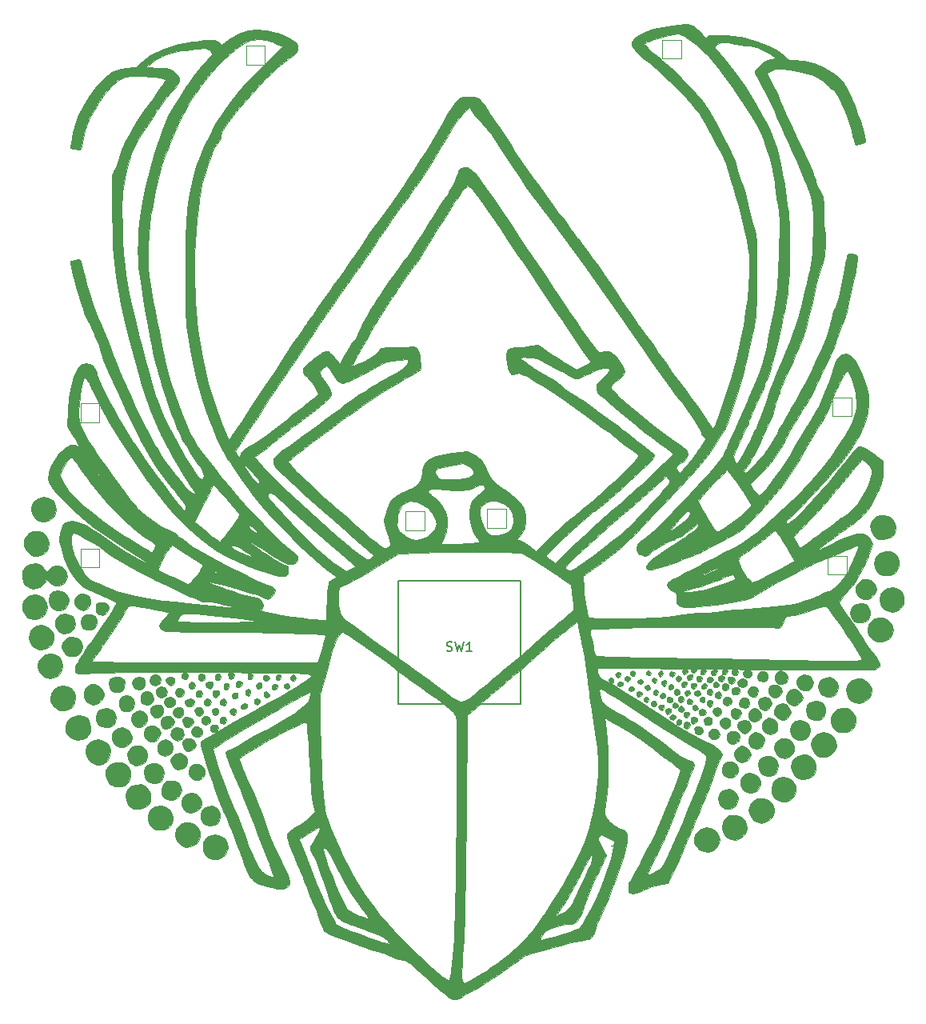
<source format=gbr>
G04 #@! TF.FileFunction,Legend,Top*
%FSLAX46Y46*%
G04 Gerber Fmt 4.6, Leading zero omitted, Abs format (unit mm)*
G04 Created by KiCad (PCBNEW 4.0.6) date 04/26/17 00:01:20*
%MOMM*%
%LPD*%
G01*
G04 APERTURE LIST*
%ADD10C,0.100000*%
%ADD11C,0.010000*%
%ADD12C,0.150000*%
%ADD13C,0.050000*%
G04 APERTURE END LIST*
D10*
D11*
G36*
X106629114Y-75251655D02*
X106842821Y-75373937D01*
X106995445Y-75486920D01*
X107329887Y-75806759D01*
X107416841Y-76084404D01*
X107255164Y-76344601D01*
X106945978Y-76556858D01*
X106581580Y-76752073D01*
X106383990Y-76821671D01*
X106303170Y-76774735D01*
X106289245Y-76676090D01*
X106191721Y-76496326D01*
X105961206Y-76280265D01*
X105948333Y-76270760D01*
X105760333Y-76151385D01*
X105563977Y-76091930D01*
X105290021Y-76087573D01*
X104869224Y-76133494D01*
X104573609Y-76175031D01*
X104006894Y-76247544D01*
X103466394Y-76300803D01*
X103057419Y-76324667D01*
X103015653Y-76325085D01*
X102585391Y-76384412D01*
X102021908Y-76541127D01*
X101407908Y-76763328D01*
X100826091Y-77019115D01*
X100359158Y-77276588D01*
X100159639Y-77426748D01*
X99909385Y-77630549D01*
X99730115Y-77727754D01*
X99717700Y-77729105D01*
X99566098Y-77819793D01*
X99353965Y-78040275D01*
X99336494Y-78061881D01*
X99097132Y-78275486D01*
X98761503Y-78474386D01*
X98393934Y-78634507D01*
X98058751Y-78731775D01*
X97820280Y-78742117D01*
X97741498Y-78658794D01*
X97836886Y-78494554D01*
X98090905Y-78222016D01*
X98455338Y-77882482D01*
X98881968Y-77517254D01*
X99322577Y-77167632D01*
X99728949Y-76874919D01*
X100048807Y-76682427D01*
X101019471Y-76238149D01*
X101961741Y-75879671D01*
X102808772Y-75630605D01*
X103293759Y-75536133D01*
X103750990Y-75471758D01*
X104135647Y-75416753D01*
X104314864Y-75390442D01*
X104561673Y-75358941D01*
X104978742Y-75311318D01*
X105482345Y-75257086D01*
X105559516Y-75249038D01*
X106065474Y-75202129D01*
X106396003Y-75198693D01*
X106629114Y-75251655D01*
X106629114Y-75251655D01*
G37*
X106629114Y-75251655D02*
X106842821Y-75373937D01*
X106995445Y-75486920D01*
X107329887Y-75806759D01*
X107416841Y-76084404D01*
X107255164Y-76344601D01*
X106945978Y-76556858D01*
X106581580Y-76752073D01*
X106383990Y-76821671D01*
X106303170Y-76774735D01*
X106289245Y-76676090D01*
X106191721Y-76496326D01*
X105961206Y-76280265D01*
X105948333Y-76270760D01*
X105760333Y-76151385D01*
X105563977Y-76091930D01*
X105290021Y-76087573D01*
X104869224Y-76133494D01*
X104573609Y-76175031D01*
X104006894Y-76247544D01*
X103466394Y-76300803D01*
X103057419Y-76324667D01*
X103015653Y-76325085D01*
X102585391Y-76384412D01*
X102021908Y-76541127D01*
X101407908Y-76763328D01*
X100826091Y-77019115D01*
X100359158Y-77276588D01*
X100159639Y-77426748D01*
X99909385Y-77630549D01*
X99730115Y-77727754D01*
X99717700Y-77729105D01*
X99566098Y-77819793D01*
X99353965Y-78040275D01*
X99336494Y-78061881D01*
X99097132Y-78275486D01*
X98761503Y-78474386D01*
X98393934Y-78634507D01*
X98058751Y-78731775D01*
X97820280Y-78742117D01*
X97741498Y-78658794D01*
X97836886Y-78494554D01*
X98090905Y-78222016D01*
X98455338Y-77882482D01*
X98881968Y-77517254D01*
X99322577Y-77167632D01*
X99728949Y-76874919D01*
X100048807Y-76682427D01*
X101019471Y-76238149D01*
X101961741Y-75879671D01*
X102808772Y-75630605D01*
X103293759Y-75536133D01*
X103750990Y-75471758D01*
X104135647Y-75416753D01*
X104314864Y-75390442D01*
X104561673Y-75358941D01*
X104978742Y-75311318D01*
X105482345Y-75257086D01*
X105559516Y-75249038D01*
X106065474Y-75202129D01*
X106396003Y-75198693D01*
X106629114Y-75251655D01*
G36*
X160049716Y-74690835D02*
X160247048Y-74698170D01*
X160802205Y-74726940D01*
X161258806Y-74764944D01*
X161558755Y-74806511D01*
X161644267Y-74834554D01*
X161816393Y-74889660D01*
X162139420Y-74920949D01*
X162251967Y-74923422D01*
X162603549Y-74974058D01*
X163124362Y-75109273D01*
X163751536Y-75307363D01*
X164422200Y-75546626D01*
X165073484Y-75805358D01*
X165642520Y-76061857D01*
X165836472Y-76160812D01*
X166098943Y-76333141D01*
X166456348Y-76608850D01*
X166859405Y-76944488D01*
X167258831Y-77296606D01*
X167605344Y-77621755D01*
X167849662Y-77876485D01*
X167942501Y-78017347D01*
X167942503Y-78017578D01*
X167842396Y-78133180D01*
X167615435Y-78148862D01*
X167371660Y-78059823D01*
X167348627Y-78043493D01*
X167069589Y-77897115D01*
X166900834Y-77860803D01*
X166686297Y-77766414D01*
X166423566Y-77538014D01*
X166366612Y-77473829D01*
X166129331Y-77228232D01*
X165943324Y-77097483D01*
X165913697Y-77090914D01*
X165742387Y-77006594D01*
X165505208Y-76802139D01*
X165490633Y-76787159D01*
X165170857Y-76551093D01*
X164688073Y-76300876D01*
X164129740Y-76071658D01*
X163583322Y-75898591D01*
X163136278Y-75816824D01*
X163070482Y-75814510D01*
X162737822Y-75790298D01*
X162253058Y-75726430D01*
X161713852Y-75636024D01*
X161645094Y-75623053D01*
X160985808Y-75505136D01*
X160519163Y-75451238D01*
X160189360Y-75466693D01*
X159940599Y-75556837D01*
X159717082Y-75727005D01*
X159624688Y-75816228D01*
X159240078Y-76200838D01*
X158741039Y-75920363D01*
X158383585Y-75675115D01*
X158265617Y-75447189D01*
X158379608Y-75189482D01*
X158589170Y-74970044D01*
X158759351Y-74825331D01*
X158931559Y-74734719D01*
X159164732Y-74688542D01*
X159517806Y-74677136D01*
X160049716Y-74690835D01*
X160049716Y-74690835D01*
G37*
X160049716Y-74690835D02*
X160247048Y-74698170D01*
X160802205Y-74726940D01*
X161258806Y-74764944D01*
X161558755Y-74806511D01*
X161644267Y-74834554D01*
X161816393Y-74889660D01*
X162139420Y-74920949D01*
X162251967Y-74923422D01*
X162603549Y-74974058D01*
X163124362Y-75109273D01*
X163751536Y-75307363D01*
X164422200Y-75546626D01*
X165073484Y-75805358D01*
X165642520Y-76061857D01*
X165836472Y-76160812D01*
X166098943Y-76333141D01*
X166456348Y-76608850D01*
X166859405Y-76944488D01*
X167258831Y-77296606D01*
X167605344Y-77621755D01*
X167849662Y-77876485D01*
X167942501Y-78017347D01*
X167942503Y-78017578D01*
X167842396Y-78133180D01*
X167615435Y-78148862D01*
X167371660Y-78059823D01*
X167348627Y-78043493D01*
X167069589Y-77897115D01*
X166900834Y-77860803D01*
X166686297Y-77766414D01*
X166423566Y-77538014D01*
X166366612Y-77473829D01*
X166129331Y-77228232D01*
X165943324Y-77097483D01*
X165913697Y-77090914D01*
X165742387Y-77006594D01*
X165505208Y-76802139D01*
X165490633Y-76787159D01*
X165170857Y-76551093D01*
X164688073Y-76300876D01*
X164129740Y-76071658D01*
X163583322Y-75898591D01*
X163136278Y-75816824D01*
X163070482Y-75814510D01*
X162737822Y-75790298D01*
X162253058Y-75726430D01*
X161713852Y-75636024D01*
X161645094Y-75623053D01*
X160985808Y-75505136D01*
X160519163Y-75451238D01*
X160189360Y-75466693D01*
X159940599Y-75556837D01*
X159717082Y-75727005D01*
X159624688Y-75816228D01*
X159240078Y-76200838D01*
X158741039Y-75920363D01*
X158383585Y-75675115D01*
X158265617Y-75447189D01*
X158379608Y-75189482D01*
X158589170Y-74970044D01*
X158759351Y-74825331D01*
X158931559Y-74734719D01*
X159164732Y-74688542D01*
X159517806Y-74677136D01*
X160049716Y-74690835D01*
G36*
X156636910Y-73559195D02*
X156904714Y-73607380D01*
X157140473Y-73711762D01*
X157272431Y-73789771D01*
X157584819Y-74009971D01*
X157799986Y-74210503D01*
X157830365Y-74253554D01*
X157953369Y-74408294D01*
X158219543Y-74705605D01*
X158592812Y-75106299D01*
X159037098Y-75571188D01*
X159161160Y-75699144D01*
X160348490Y-77017749D01*
X161540819Y-78525184D01*
X162695158Y-80159556D01*
X163768520Y-81858970D01*
X164717917Y-83561530D01*
X164975980Y-84071447D01*
X165336997Y-84822460D01*
X165640371Y-85507152D01*
X165896695Y-86165281D01*
X166116564Y-86836605D01*
X166310571Y-87560881D01*
X166489308Y-88377865D01*
X166663370Y-89327317D01*
X166843349Y-90448993D01*
X167039839Y-91782650D01*
X167050540Y-91857377D01*
X167172513Y-92720614D01*
X167266175Y-93429294D01*
X167334550Y-94037985D01*
X167380660Y-94601254D01*
X167407529Y-95173669D01*
X167418181Y-95809798D01*
X167415637Y-96564209D01*
X167402922Y-97491470D01*
X167393507Y-98047829D01*
X167373300Y-99076632D01*
X167347640Y-99950436D01*
X167310583Y-100714587D01*
X167256184Y-101414429D01*
X167178497Y-102095308D01*
X167071577Y-102802568D01*
X166929479Y-103581555D01*
X166746258Y-104477613D01*
X166515969Y-105536086D01*
X166263922Y-106663407D01*
X166025961Y-107682105D01*
X165785857Y-108638152D01*
X165552775Y-109500402D01*
X165335881Y-110237704D01*
X165144342Y-110818910D01*
X164987322Y-111212872D01*
X164873987Y-111388440D01*
X164873446Y-111388779D01*
X164770284Y-111566118D01*
X164750271Y-111714380D01*
X164687933Y-112044728D01*
X164628075Y-112185491D01*
X164475988Y-112481566D01*
X164265992Y-112916950D01*
X164021353Y-113440179D01*
X163765340Y-113999786D01*
X163521220Y-114544305D01*
X163312261Y-115022270D01*
X163161731Y-115382217D01*
X163092897Y-115572677D01*
X163090974Y-115585402D01*
X163038126Y-115745004D01*
X162892619Y-116089847D01*
X162674013Y-116575881D01*
X162401865Y-117159059D01*
X162263322Y-117449398D01*
X161972452Y-118067333D01*
X161726594Y-118613606D01*
X161545409Y-119042632D01*
X161448561Y-119308826D01*
X161437733Y-119363407D01*
X161512598Y-119609547D01*
X161633577Y-119810141D01*
X161777081Y-119974987D01*
X161889294Y-119962202D01*
X162060423Y-119758584D01*
X162069741Y-119746322D01*
X162228211Y-119498314D01*
X162460951Y-119085776D01*
X162731798Y-118574332D01*
X162913773Y-118214663D01*
X163211995Y-117614585D01*
X163513094Y-117010319D01*
X163771104Y-116494050D01*
X163874164Y-116288615D01*
X164033684Y-115930866D01*
X164251015Y-115386435D01*
X164504957Y-114711381D01*
X164774311Y-113961763D01*
X164984317Y-113352936D01*
X165311883Y-112426791D01*
X165706801Y-111376026D01*
X166127732Y-110307001D01*
X166533336Y-109326078D01*
X166691399Y-108960894D01*
X167075858Y-108077418D01*
X167397650Y-107306822D01*
X167673073Y-106599681D01*
X167918427Y-105906571D01*
X168150009Y-105178066D01*
X168384118Y-104364742D01*
X168637052Y-103417173D01*
X168925109Y-102285936D01*
X169027392Y-101876975D01*
X169263033Y-100922242D01*
X169443389Y-100156263D01*
X169577971Y-99520875D01*
X169676292Y-98957915D01*
X169747864Y-98409222D01*
X169802198Y-97816632D01*
X169848807Y-97121983D01*
X169872781Y-96707628D01*
X169928445Y-95492413D01*
X169943941Y-94482121D01*
X169917042Y-93629233D01*
X169845522Y-92886230D01*
X169727156Y-92205595D01*
X169645550Y-91857377D01*
X169488719Y-91336325D01*
X169245299Y-90645310D01*
X168939054Y-89844564D01*
X168593750Y-88994314D01*
X168233153Y-88154791D01*
X167882845Y-87390040D01*
X167574883Y-86732494D01*
X167210107Y-85935777D01*
X166816392Y-85062503D01*
X166421614Y-84175282D01*
X166053646Y-83336728D01*
X165740366Y-82609451D01*
X165525120Y-82094206D01*
X165285566Y-81564166D01*
X164961152Y-80923992D01*
X164605761Y-80277835D01*
X164437862Y-79992615D01*
X164146724Y-79494578D01*
X163914325Y-79064943D01*
X163768569Y-78757319D01*
X163732907Y-78638313D01*
X163833123Y-78395908D01*
X164084447Y-78079396D01*
X164424159Y-77754108D01*
X164789536Y-77485375D01*
X164899681Y-77423003D01*
X165380886Y-77274079D01*
X166062389Y-77205704D01*
X166903022Y-77215605D01*
X167861615Y-77301512D01*
X168896998Y-77461153D01*
X169968001Y-77692256D01*
X170021564Y-77705600D01*
X170613718Y-77923628D01*
X171323385Y-78298021D01*
X172095776Y-78796785D01*
X172808445Y-79332961D01*
X173031733Y-79598166D01*
X173313236Y-80061234D01*
X173632779Y-80677085D01*
X173970185Y-81400641D01*
X174305279Y-82186821D01*
X174617886Y-82990546D01*
X174887830Y-83766737D01*
X175076721Y-84401115D01*
X175230135Y-84981401D01*
X175355774Y-85468645D01*
X175440675Y-85811731D01*
X175471879Y-85959543D01*
X175471879Y-85959560D01*
X175363461Y-86040276D01*
X175103632Y-86144172D01*
X174790532Y-86240660D01*
X174522299Y-86299150D01*
X174400011Y-86293656D01*
X174349941Y-86156865D01*
X174250047Y-85823320D01*
X174114860Y-85343297D01*
X173960609Y-84773457D01*
X173747050Y-84054678D01*
X173485498Y-83304664D01*
X173194937Y-82565490D01*
X172894352Y-81879230D01*
X172602725Y-81287956D01*
X172339040Y-80833743D01*
X172122281Y-80558663D01*
X172032283Y-80499684D01*
X171804935Y-80354929D01*
X171520978Y-80081300D01*
X171397462Y-79935839D01*
X170936554Y-79505895D01*
X170305525Y-79134369D01*
X170247850Y-79107931D01*
X169703519Y-78907853D01*
X168990900Y-78707148D01*
X168196266Y-78524270D01*
X167405889Y-78377671D01*
X166706045Y-78285806D01*
X166301876Y-78263909D01*
X165896767Y-78312270D01*
X165495413Y-78435506D01*
X165174937Y-78600853D01*
X165012463Y-78775543D01*
X165005547Y-78814653D01*
X165068122Y-78973960D01*
X165231774Y-79280662D01*
X165449187Y-79648691D01*
X165698469Y-80096659D01*
X165989792Y-80684487D01*
X166275080Y-81313195D01*
X166388447Y-81582502D01*
X166725482Y-82373583D01*
X167171471Y-83366305D01*
X167715454Y-84536951D01*
X168346470Y-85861805D01*
X168777377Y-86751849D01*
X169012851Y-87258026D01*
X169278204Y-87864065D01*
X169548787Y-88509389D01*
X169799950Y-89133423D01*
X170007044Y-89675590D01*
X170145422Y-90075313D01*
X170180529Y-90200204D01*
X170301530Y-90531845D01*
X170509485Y-90949300D01*
X170637170Y-91166541D01*
X170808175Y-91458790D01*
X170916020Y-91722636D01*
X170975097Y-92030360D01*
X170999801Y-92454243D01*
X171004542Y-93011415D01*
X171020842Y-93721262D01*
X171064406Y-94546220D01*
X171127227Y-95348569D01*
X171157922Y-95650124D01*
X171231478Y-96914454D01*
X171146210Y-98019671D01*
X170896522Y-99010838D01*
X170673334Y-99552962D01*
X170497331Y-100012038D01*
X170323777Y-100609255D01*
X170185407Y-101229282D01*
X170165415Y-101342420D01*
X170020907Y-102109358D01*
X169828364Y-102995782D01*
X169604526Y-103935624D01*
X169366132Y-104862816D01*
X169129922Y-105711288D01*
X168912637Y-106414973D01*
X168796633Y-106744645D01*
X168633707Y-107153392D01*
X168395470Y-107723582D01*
X168105002Y-108402670D01*
X167785384Y-109138107D01*
X167459697Y-109877347D01*
X167151020Y-110567842D01*
X166882434Y-111157046D01*
X166677020Y-111592411D01*
X166599270Y-111747369D01*
X166461107Y-112108270D01*
X166409567Y-112417469D01*
X166373760Y-112652478D01*
X166308196Y-112726221D01*
X166221116Y-112837625D01*
X166100182Y-113120666D01*
X165970424Y-113498591D01*
X165856874Y-113894645D01*
X165784562Y-114232074D01*
X165771376Y-114372331D01*
X165717268Y-114581707D01*
X165571700Y-114956532D01*
X165359811Y-115435162D01*
X165209376Y-115750453D01*
X164904738Y-116388401D01*
X164586622Y-117081527D01*
X164310661Y-117707902D01*
X164240458Y-117874052D01*
X164006012Y-118401635D01*
X163760481Y-118897433D01*
X163551729Y-119265598D01*
X163526077Y-119304584D01*
X163336854Y-119600052D01*
X163228536Y-119801415D01*
X163218613Y-119835671D01*
X163147989Y-119977070D01*
X162971518Y-120235624D01*
X162899517Y-120332039D01*
X162650999Y-120710715D01*
X162589851Y-120944631D01*
X162714220Y-121022703D01*
X162874415Y-120931402D01*
X163158098Y-120685275D01*
X163525794Y-120325994D01*
X163938029Y-119895226D01*
X164355329Y-119434641D01*
X164738220Y-118985907D01*
X165047228Y-118590694D01*
X165132514Y-118469940D01*
X165434041Y-117993013D01*
X165772206Y-117408834D01*
X166075360Y-116841324D01*
X166083757Y-116824675D01*
X166328180Y-116364574D01*
X166668410Y-115758705D01*
X167064137Y-115077259D01*
X167475051Y-114390426D01*
X167586487Y-114208092D01*
X168051674Y-113410481D01*
X168581281Y-112435144D01*
X169146009Y-111341804D01*
X169716559Y-110190187D01*
X170263633Y-109040016D01*
X170757931Y-107951017D01*
X171170157Y-106982912D01*
X171334158Y-106568554D01*
X171539821Y-105981330D01*
X171714229Y-105392692D01*
X171828220Y-104904118D01*
X171847676Y-104781619D01*
X171939775Y-104328121D01*
X172076511Y-103932098D01*
X172152268Y-103791548D01*
X172281707Y-103512188D01*
X172442144Y-103026169D01*
X172622147Y-102378560D01*
X172810285Y-101614426D01*
X172995127Y-100778837D01*
X173165243Y-99916858D01*
X173236817Y-99515668D01*
X173354776Y-98827413D01*
X173442382Y-98352738D01*
X173516355Y-98054328D01*
X173593411Y-97894864D01*
X173690272Y-97837029D01*
X173823654Y-97843505D01*
X173973683Y-97870918D01*
X174304968Y-97933341D01*
X174529239Y-97984648D01*
X174531745Y-97985386D01*
X174580173Y-98095090D01*
X174574516Y-98392548D01*
X174513044Y-98897170D01*
X174394026Y-99628367D01*
X174376306Y-99729366D01*
X174250252Y-100403477D01*
X174099096Y-101148992D01*
X173932763Y-101923528D01*
X173761179Y-102684702D01*
X173594269Y-103390131D01*
X173441956Y-103997430D01*
X173314168Y-104464217D01*
X173220828Y-104748108D01*
X173185934Y-104812653D01*
X173117825Y-104952962D01*
X172991100Y-105284224D01*
X172824954Y-105754261D01*
X172669460Y-106216673D01*
X172414613Y-106931403D01*
X172105285Y-107711863D01*
X171792656Y-108431530D01*
X171662671Y-108705618D01*
X171371264Y-109309502D01*
X171026025Y-110043331D01*
X170675475Y-110803193D01*
X170435727Y-111333337D01*
X170083251Y-112067776D01*
X169658109Y-112873214D01*
X169222381Y-113635229D01*
X168946912Y-114077558D01*
X168560602Y-114693085D01*
X168114142Y-115443530D01*
X167661832Y-116235626D01*
X167257971Y-116976110D01*
X167244244Y-117002100D01*
X166787971Y-117856119D01*
X166407179Y-118533154D01*
X166065074Y-119085481D01*
X165724866Y-119565378D01*
X165349762Y-120025124D01*
X164902973Y-120516995D01*
X164409565Y-121029941D01*
X163219308Y-122249741D01*
X163603267Y-122771845D01*
X163861070Y-123088562D01*
X164087828Y-123310752D01*
X164172177Y-123364920D01*
X164335309Y-123299139D01*
X164610536Y-123043973D01*
X164977012Y-122627966D01*
X165413893Y-122079663D01*
X165900332Y-121427605D01*
X166415483Y-120700339D01*
X166938501Y-119926406D01*
X167448540Y-119134351D01*
X167924755Y-118352717D01*
X168259705Y-117767930D01*
X168567982Y-117232791D01*
X168949467Y-116600622D01*
X169334626Y-115986030D01*
X169436256Y-115828715D01*
X169788684Y-115260182D01*
X170133445Y-114657369D01*
X170411672Y-114124592D01*
X170480643Y-113977962D01*
X170850470Y-113139788D01*
X171200645Y-112312900D01*
X171514471Y-111539679D01*
X171775250Y-110862503D01*
X171966285Y-110323751D01*
X172070878Y-109965801D01*
X172080197Y-109918181D01*
X172263908Y-109294763D01*
X172565318Y-108822489D01*
X172951700Y-108529837D01*
X173390329Y-108445286D01*
X173690815Y-108516593D01*
X174030587Y-108732449D01*
X174353436Y-109105709D01*
X174679125Y-109665827D01*
X175027421Y-110442258D01*
X175094520Y-110608465D01*
X175504105Y-111765179D01*
X175742377Y-112788069D01*
X175808241Y-113733548D01*
X175700602Y-114658032D01*
X175418365Y-115617937D01*
X174977599Y-116634487D01*
X174658625Y-117265769D01*
X174339912Y-117834040D01*
X173987573Y-118389631D01*
X173567719Y-118982873D01*
X173046463Y-119664095D01*
X172389918Y-120483627D01*
X172366741Y-120512151D01*
X171897236Y-121071954D01*
X171329219Y-121721096D01*
X170696904Y-122423166D01*
X170034502Y-123141754D01*
X169376225Y-123840451D01*
X168756286Y-124482846D01*
X168208896Y-125032530D01*
X167768266Y-125453092D01*
X167526265Y-125663618D01*
X167186494Y-125955724D01*
X167031242Y-126151169D01*
X167030868Y-126292217D01*
X167057711Y-126331681D01*
X167169333Y-126396904D01*
X167340188Y-126343207D01*
X167616002Y-126148064D01*
X167886436Y-125923425D01*
X168433655Y-125418378D01*
X169105108Y-124737140D01*
X169874517Y-123909706D01*
X170715604Y-122966070D01*
X171602090Y-121936225D01*
X172507699Y-120850167D01*
X173406153Y-119737891D01*
X174232848Y-118679404D01*
X174492636Y-118399312D01*
X174731764Y-118235391D01*
X174807220Y-118217466D01*
X175190022Y-118306365D01*
X175682342Y-118540015D01*
X176215255Y-118880618D01*
X176652532Y-119229421D01*
X177258814Y-119768017D01*
X177258814Y-120887027D01*
X177254589Y-121361700D01*
X177229448Y-121727464D01*
X177164690Y-122052198D01*
X177041615Y-122403783D01*
X176841522Y-122850099D01*
X176556048Y-123437966D01*
X175923049Y-124570080D01*
X175247137Y-125466605D01*
X174513747Y-126145651D01*
X174210643Y-126354410D01*
X173933943Y-126541354D01*
X173544690Y-126819958D01*
X173174392Y-127094517D01*
X172738507Y-127420626D01*
X172193431Y-127824223D01*
X171636770Y-128233129D01*
X171471481Y-128353788D01*
X171052558Y-128670306D01*
X170734555Y-128932395D01*
X170558605Y-129104865D01*
X170539026Y-129151492D01*
X170672951Y-129124041D01*
X170976697Y-128994176D01*
X171398065Y-128785475D01*
X171671862Y-128639738D01*
X172459971Y-128242691D01*
X173239690Y-127908670D01*
X173962654Y-127654062D01*
X174580497Y-127495252D01*
X175044856Y-127448627D01*
X175153483Y-127460142D01*
X175607071Y-127650085D01*
X175958038Y-127990953D01*
X176140540Y-128411114D01*
X176152616Y-128547159D01*
X176101129Y-128845230D01*
X175965094Y-129285205D01*
X175772151Y-129779685D01*
X175738528Y-129856490D01*
X175310648Y-130798790D01*
X174947252Y-131547900D01*
X174621645Y-132149066D01*
X174307133Y-132647538D01*
X173977022Y-133088561D01*
X173604616Y-133517384D01*
X173533373Y-133594261D01*
X173164073Y-134007334D01*
X172872667Y-134366831D01*
X172697404Y-134623653D01*
X172663839Y-134710437D01*
X172734040Y-134879115D01*
X172926168Y-135209891D01*
X173212506Y-135658047D01*
X173565341Y-136178863D01*
X173641234Y-136287506D01*
X174055701Y-136887194D01*
X174460929Y-137489947D01*
X174810342Y-138025510D01*
X175056677Y-138422464D01*
X175393373Y-138950179D01*
X175790309Y-139511992D01*
X176036585Y-139830700D01*
X176518544Y-140448952D01*
X176823655Y-140916859D01*
X176957866Y-141262271D01*
X176927120Y-141513037D01*
X176737363Y-141697008D01*
X176461180Y-141819690D01*
X176316192Y-141842489D01*
X176017998Y-141861124D01*
X175557661Y-141875589D01*
X174926244Y-141885874D01*
X174114811Y-141891970D01*
X173114425Y-141893870D01*
X171916150Y-141891564D01*
X170511049Y-141885045D01*
X168890186Y-141874304D01*
X167044624Y-141859332D01*
X164965427Y-141840121D01*
X162643657Y-141816663D01*
X161600025Y-141805606D01*
X159700362Y-141785888D01*
X157872335Y-141768187D01*
X156132110Y-141752592D01*
X154495853Y-141739193D01*
X152979728Y-141728079D01*
X151599902Y-141719339D01*
X150372539Y-141713064D01*
X149313806Y-141709342D01*
X148439867Y-141708264D01*
X147766888Y-141709918D01*
X147311035Y-141714394D01*
X147088473Y-141721782D01*
X147068584Y-141725160D01*
X147047252Y-141886675D01*
X147093331Y-142183680D01*
X147104376Y-142228556D01*
X147319777Y-142641019D01*
X147590296Y-142832362D01*
X147949538Y-143019944D01*
X148484665Y-143326160D01*
X149158959Y-143728338D01*
X149935706Y-144203807D01*
X150778189Y-144729895D01*
X151649692Y-145283929D01*
X152513499Y-145843239D01*
X153199015Y-146295700D01*
X154358205Y-147054630D01*
X155464969Y-147752422D01*
X156488430Y-148370855D01*
X157397713Y-148891709D01*
X158161943Y-149296762D01*
X158729156Y-149559214D01*
X159152385Y-149773510D01*
X159578354Y-150055075D01*
X159947922Y-150356326D01*
X160201942Y-150629679D01*
X160282934Y-150809300D01*
X160205737Y-150997676D01*
X160102851Y-151135266D01*
X159989849Y-151337426D01*
X159828441Y-151722274D01*
X159643253Y-152227894D01*
X159515015Y-152613156D01*
X159306926Y-153241221D01*
X159087621Y-153865186D01*
X158891092Y-154389769D01*
X158809223Y-154591548D01*
X158678669Y-154901139D01*
X158466861Y-155405885D01*
X158190742Y-156065304D01*
X157867250Y-156838915D01*
X157513327Y-157686237D01*
X157206843Y-158420693D01*
X156814130Y-159355948D01*
X156411716Y-160303129D01*
X156022545Y-161209032D01*
X155669564Y-162020451D01*
X155375717Y-162684180D01*
X155225236Y-163015668D01*
X154547972Y-164483507D01*
X153924818Y-164562930D01*
X152832466Y-164797478D01*
X151848707Y-165220944D01*
X151758988Y-165271281D01*
X151219761Y-165499633D01*
X150801702Y-165544304D01*
X150532743Y-165493665D01*
X150406148Y-165358273D01*
X150354590Y-165057803D01*
X150350144Y-165005570D01*
X150391979Y-164502412D01*
X150583627Y-164135497D01*
X150788569Y-163815800D01*
X151079292Y-163303779D01*
X151435853Y-162639462D01*
X151838307Y-161862879D01*
X152266709Y-161014057D01*
X152701114Y-160133026D01*
X153121577Y-159259815D01*
X153508155Y-158434451D01*
X153840901Y-157696964D01*
X154099872Y-157087382D01*
X154118539Y-157041009D01*
X154428651Y-156266577D01*
X154763792Y-155430052D01*
X155084750Y-154629289D01*
X155352311Y-153962144D01*
X155365053Y-153930388D01*
X155912049Y-152567218D01*
X155576638Y-152260523D01*
X155303602Y-152028426D01*
X154909219Y-151713868D01*
X154478510Y-151384651D01*
X154475397Y-151382327D01*
X154028726Y-151046118D01*
X153471105Y-150622272D01*
X152893148Y-150179793D01*
X152624643Y-149972962D01*
X151631212Y-149252833D01*
X150443967Y-148478944D01*
X149042617Y-147638265D01*
X148534352Y-147346591D01*
X147826473Y-146944319D01*
X147993961Y-148247079D01*
X148085875Y-149189640D01*
X148145009Y-150285223D01*
X148171574Y-151464567D01*
X148165782Y-152658410D01*
X148127843Y-153797488D01*
X148057968Y-154812541D01*
X147971733Y-155538452D01*
X147890198Y-156131191D01*
X147836151Y-156651345D01*
X147815246Y-157034628D01*
X147825722Y-157197748D01*
X147998627Y-157525758D01*
X148325410Y-157905583D01*
X148733755Y-158270700D01*
X149151350Y-158554587D01*
X149432241Y-158675580D01*
X149838292Y-158820868D01*
X150075983Y-159025735D01*
X150177964Y-159348495D01*
X150176885Y-159847464D01*
X150166093Y-159986290D01*
X150081465Y-160508597D01*
X149908282Y-161219435D01*
X149661604Y-162074034D01*
X149356493Y-163027625D01*
X149008010Y-164035437D01*
X148631214Y-165052699D01*
X148241168Y-166034642D01*
X147852932Y-166936495D01*
X147758697Y-167142525D01*
X147463495Y-167787124D01*
X147210600Y-168354423D01*
X147018141Y-168802531D01*
X146904250Y-169089554D01*
X146880924Y-169170756D01*
X146827494Y-169357113D01*
X146691831Y-169677307D01*
X146603023Y-169862241D01*
X146406427Y-170206839D01*
X146221863Y-170371895D01*
X145975901Y-170418413D01*
X145932923Y-170418938D01*
X145698953Y-170451655D01*
X145262982Y-170542100D01*
X144668765Y-170678944D01*
X143960059Y-170850859D01*
X143180621Y-171046517D01*
X142374207Y-171254589D01*
X141584574Y-171463746D01*
X140855478Y-171662660D01*
X140230676Y-171840002D01*
X139753924Y-171984445D01*
X139468980Y-172084659D01*
X139431648Y-172102106D01*
X139233619Y-172229542D01*
X138877738Y-172479330D01*
X138409146Y-172819034D01*
X137872985Y-173216220D01*
X137690974Y-173352829D01*
X137113915Y-173772485D01*
X136469935Y-174216194D01*
X135797901Y-174659859D01*
X135136677Y-175079383D01*
X134525125Y-175450668D01*
X134002112Y-175749618D01*
X133606500Y-175952134D01*
X133377155Y-176034119D01*
X133365551Y-176034764D01*
X133180523Y-176118437D01*
X132923910Y-176324256D01*
X132878013Y-176368785D01*
X132479682Y-176638932D01*
X132080252Y-176765007D01*
X131889817Y-176779100D01*
X131710201Y-176749505D01*
X131503148Y-176652346D01*
X131230401Y-176463746D01*
X130853703Y-176159829D01*
X130334795Y-175716720D01*
X130164548Y-175569428D01*
X129553614Y-175036039D01*
X128917542Y-174473657D01*
X128325558Y-173943906D01*
X127846888Y-173508413D01*
X127783816Y-173450090D01*
X127308289Y-173026060D01*
X126958268Y-172761112D01*
X126687720Y-172625279D01*
X126460389Y-172588533D01*
X126097946Y-172529307D01*
X125669912Y-172381227D01*
X125538491Y-172319556D01*
X125149051Y-172147133D01*
X124623706Y-171948148D01*
X124072568Y-171764165D01*
X124043827Y-171755347D01*
X123109994Y-171461507D01*
X122166172Y-171148508D01*
X121246461Y-170829174D01*
X120384964Y-170516325D01*
X119615782Y-170222783D01*
X118973016Y-169961372D01*
X118490768Y-169744912D01*
X118203141Y-169586226D01*
X118147223Y-169538254D01*
X117987723Y-169262165D01*
X117815534Y-168845871D01*
X117713121Y-168531409D01*
X117554060Y-168048356D01*
X117330205Y-167455712D01*
X117087312Y-166873985D01*
X117063566Y-166820672D01*
X116859609Y-166347228D01*
X116594959Y-165705699D01*
X116298336Y-164967105D01*
X115998464Y-164202467D01*
X115876300Y-163884994D01*
X115580379Y-163121963D01*
X115272121Y-162346013D01*
X114981403Y-161631145D01*
X114738101Y-161051363D01*
X114659754Y-160871606D01*
X114380986Y-160198534D01*
X114271533Y-159816801D01*
X115505183Y-159816801D01*
X116075054Y-161256687D01*
X116355486Y-161966333D01*
X116685850Y-162803988D01*
X117022923Y-163659988D01*
X117296476Y-164355869D01*
X117603587Y-165109232D01*
X117953231Y-165920089D01*
X118319752Y-166733116D01*
X118677492Y-167492994D01*
X119000795Y-168144399D01*
X119264005Y-168632011D01*
X119332951Y-168746985D01*
X119431437Y-168846490D01*
X119626770Y-168967341D01*
X119940674Y-169118326D01*
X120394877Y-169308230D01*
X121011105Y-169545841D01*
X121811084Y-169839945D01*
X122816540Y-170199329D01*
X123650773Y-170493223D01*
X124314048Y-170720571D01*
X124760031Y-170855953D01*
X125009666Y-170899108D01*
X125083898Y-170849776D01*
X125003670Y-170707698D01*
X124796127Y-170479005D01*
X124353810Y-170128602D01*
X123846292Y-169874715D01*
X123781893Y-169853569D01*
X123376755Y-169718167D01*
X122843563Y-169523360D01*
X122289652Y-169308517D01*
X122225491Y-169282695D01*
X121740877Y-169097205D01*
X121325317Y-168956946D01*
X121052060Y-168886121D01*
X121012928Y-168882056D01*
X120784044Y-168816510D01*
X120425170Y-168651158D01*
X120082644Y-168461598D01*
X119873430Y-168337703D01*
X119703177Y-168225655D01*
X119558071Y-168097254D01*
X119424293Y-167924299D01*
X119288026Y-167678588D01*
X119135455Y-167331921D01*
X118952762Y-166856097D01*
X118726131Y-166222914D01*
X118441744Y-165404173D01*
X118102351Y-164419688D01*
X117784927Y-163508047D01*
X117531912Y-162804083D01*
X117329168Y-162272582D01*
X117162562Y-161878328D01*
X117017956Y-161586105D01*
X116881215Y-161360700D01*
X116864802Y-161336668D01*
X116656421Y-160899728D01*
X116665455Y-160793572D01*
X118001848Y-160793572D01*
X118011771Y-160941458D01*
X118105161Y-161284469D01*
X118266773Y-161782311D01*
X118481361Y-162394691D01*
X118733680Y-163081316D01*
X119008486Y-163801892D01*
X119290533Y-164516126D01*
X119564576Y-165183723D01*
X119815369Y-165764390D01*
X120027668Y-166217834D01*
X120122322Y-166398080D01*
X120336913Y-166783080D01*
X120508998Y-167096230D01*
X120577401Y-167224045D01*
X120734735Y-167355422D01*
X121069074Y-167541505D01*
X121517886Y-167748759D01*
X121683969Y-167817494D01*
X122227725Y-168033910D01*
X122577618Y-168165135D01*
X122775729Y-168223424D01*
X122864137Y-168221036D01*
X122884924Y-168170227D01*
X122884944Y-168167314D01*
X122809375Y-168037949D01*
X122607827Y-167763323D01*
X122318044Y-167394034D01*
X122194709Y-167241937D01*
X121628653Y-166483767D01*
X120999499Y-165522772D01*
X120329930Y-164396559D01*
X119642633Y-163142735D01*
X119183965Y-162250893D01*
X118830530Y-161569726D01*
X118556057Y-161102887D01*
X118342773Y-160828466D01*
X118172904Y-160724552D01*
X118028678Y-160769235D01*
X118001848Y-160793572D01*
X116665455Y-160793572D01*
X116688064Y-160527915D01*
X116806583Y-160345317D01*
X116981894Y-160096758D01*
X117195261Y-159730946D01*
X117405298Y-159328005D01*
X117570622Y-158968062D01*
X117649849Y-158731242D01*
X117651778Y-158708895D01*
X117614588Y-158585000D01*
X117483281Y-158573499D01*
X117228255Y-158686011D01*
X116819907Y-158934157D01*
X116445078Y-159182566D01*
X115505183Y-159816801D01*
X114271533Y-159816801D01*
X114237970Y-159699747D01*
X114238960Y-159328372D01*
X114392210Y-159037540D01*
X114705972Y-158780377D01*
X115064198Y-158574728D01*
X115601749Y-158248291D01*
X116160907Y-157843705D01*
X116504047Y-157553622D01*
X117149063Y-156952854D01*
X116963170Y-155995568D01*
X116875196Y-155441558D01*
X116792223Y-154743178D01*
X116726500Y-154011231D01*
X116702131Y-153634261D01*
X116646081Y-152619356D01*
X116587113Y-151608914D01*
X116527581Y-150638347D01*
X116469836Y-149743068D01*
X116416230Y-148958491D01*
X116369116Y-148320028D01*
X116330846Y-147863092D01*
X116303773Y-147623097D01*
X116302316Y-147615120D01*
X116281745Y-147507026D01*
X116246854Y-147437549D01*
X116165639Y-147417120D01*
X116006096Y-147456171D01*
X115736222Y-147565133D01*
X115324011Y-147754438D01*
X114737459Y-148034516D01*
X114152967Y-148315667D01*
X113647399Y-148570273D01*
X113044839Y-148891960D01*
X112381716Y-149259244D01*
X111694455Y-149650645D01*
X111019483Y-150044678D01*
X110393229Y-150419863D01*
X109852119Y-150754715D01*
X109432579Y-151027754D01*
X109171038Y-151217496D01*
X109100020Y-151295586D01*
X109149151Y-151438050D01*
X109284276Y-151769741D01*
X109486991Y-152246933D01*
X109738891Y-152825900D01*
X109852664Y-153083783D01*
X110270027Y-154047404D01*
X110707864Y-155095843D01*
X111142976Y-156170544D01*
X111552164Y-157212951D01*
X111912229Y-158164508D01*
X112199971Y-158966659D01*
X112293692Y-159244976D01*
X112456123Y-159676136D01*
X112708234Y-160267908D01*
X113020792Y-160955015D01*
X113364565Y-161672181D01*
X113522607Y-161989197D01*
X113967012Y-162903765D01*
X114271318Y-163625200D01*
X114435241Y-164173953D01*
X114458497Y-164570474D01*
X114340802Y-164835213D01*
X114081872Y-164988622D01*
X113681422Y-165051150D01*
X113480019Y-165055288D01*
X113138253Y-165015594D01*
X112641649Y-164911783D01*
X112076686Y-164763003D01*
X111844241Y-164693097D01*
X111286945Y-164509880D01*
X110913954Y-164355767D01*
X110662782Y-164194597D01*
X110470941Y-163990211D01*
X110359891Y-163834130D01*
X110167046Y-163492517D01*
X109929582Y-162992612D01*
X109685792Y-162417558D01*
X109571387Y-162122201D01*
X109199845Y-161138265D01*
X108812867Y-160132676D01*
X108428756Y-159151498D01*
X108065814Y-158240798D01*
X107742341Y-157446643D01*
X107476639Y-156815097D01*
X107340166Y-156506121D01*
X107123861Y-155999963D01*
X106870125Y-155354026D01*
X106591946Y-154607003D01*
X106302311Y-153797589D01*
X106014207Y-152964476D01*
X105740620Y-152146358D01*
X105494538Y-151381928D01*
X105288946Y-150709881D01*
X105162727Y-150261001D01*
X106324863Y-150261001D01*
X106861366Y-152011450D01*
X107111278Y-152767945D01*
X107434808Y-153661605D01*
X107796476Y-154598802D01*
X108160802Y-155485913D01*
X108298681Y-155804291D01*
X108657197Y-156640090D01*
X109033571Y-157556521D01*
X109391142Y-158461856D01*
X109693247Y-159264366D01*
X109791612Y-159539650D01*
X110192342Y-160646829D01*
X110548448Y-161534983D01*
X110877424Y-162232690D01*
X111196762Y-162768528D01*
X111523956Y-163171077D01*
X111876497Y-163468914D01*
X112271880Y-163690617D01*
X112354794Y-163727132D01*
X112628856Y-163807242D01*
X112776120Y-163780480D01*
X112779929Y-163772744D01*
X112749479Y-163619336D01*
X112637668Y-163273529D01*
X112459962Y-162779125D01*
X112231822Y-162179926D01*
X112096206Y-161835991D01*
X111756236Y-160982281D01*
X111423630Y-160143711D01*
X111079998Y-159273579D01*
X110706950Y-158325180D01*
X110286094Y-157251811D01*
X109799040Y-156006770D01*
X109570223Y-155421196D01*
X109270985Y-154665211D01*
X108951170Y-153873909D01*
X108646217Y-153134014D01*
X108391569Y-152532253D01*
X108358647Y-152456387D01*
X108128594Y-151909940D01*
X107932691Y-151410208D01*
X107798710Y-151029728D01*
X107761005Y-150895440D01*
X107729284Y-150673830D01*
X107787777Y-150522319D01*
X107985528Y-150384792D01*
X108359756Y-150210362D01*
X108850151Y-149975839D01*
X109337504Y-149715354D01*
X109549975Y-149589311D01*
X109822774Y-149426888D01*
X110274274Y-149168343D01*
X110858838Y-148839362D01*
X111530829Y-148465635D01*
X112227155Y-148082401D01*
X113337360Y-147468136D01*
X113825257Y-147188533D01*
X117718328Y-147188533D01*
X117725830Y-148272285D01*
X117749025Y-149434301D01*
X117785868Y-150635887D01*
X117834312Y-151838346D01*
X117892311Y-153002984D01*
X117957820Y-154091104D01*
X118028792Y-155064012D01*
X118103181Y-155883013D01*
X118178943Y-156509409D01*
X118225666Y-156783882D01*
X118375152Y-157367730D01*
X118587038Y-158021755D01*
X118775240Y-158506997D01*
X119313329Y-159748282D01*
X119774156Y-160790389D01*
X120176878Y-161670508D01*
X120540655Y-162425826D01*
X120884647Y-163093533D01*
X121228013Y-163710817D01*
X121589911Y-164314866D01*
X121989500Y-164942869D01*
X122445941Y-165632014D01*
X122446100Y-165632251D01*
X122931561Y-166326679D01*
X123502904Y-167099651D01*
X124079260Y-167843629D01*
X124461760Y-168312653D01*
X125034929Y-168969883D01*
X125691885Y-169682447D01*
X126407741Y-170427023D01*
X127157604Y-171180290D01*
X127916587Y-171918924D01*
X128659798Y-172619604D01*
X129362347Y-173259007D01*
X129999345Y-173813811D01*
X130545902Y-174260694D01*
X130977127Y-174576333D01*
X131268131Y-174737407D01*
X131335191Y-174753154D01*
X131414019Y-174645795D01*
X131485928Y-174377076D01*
X131491594Y-174343558D01*
X131560801Y-173866907D01*
X132669750Y-173866907D01*
X132670637Y-174424165D01*
X132728967Y-174783286D01*
X132848389Y-174970351D01*
X132992496Y-175013658D01*
X133166884Y-174955131D01*
X133495931Y-174800578D01*
X133913182Y-174581547D01*
X133977201Y-174546230D01*
X134396503Y-174306625D01*
X134813205Y-174051512D01*
X135273158Y-173750436D01*
X135822211Y-173372943D01*
X136506217Y-172888579D01*
X136925145Y-172588182D01*
X137617769Y-172049479D01*
X138358844Y-171404635D01*
X139084884Y-170714280D01*
X139292882Y-170497376D01*
X140932168Y-170497376D01*
X140950797Y-170546322D01*
X141109822Y-170514445D01*
X141435690Y-170431921D01*
X141755752Y-170344875D01*
X142510024Y-170126910D01*
X143254923Y-169898475D01*
X143942292Y-169675616D01*
X144523974Y-169474381D01*
X144951810Y-169310821D01*
X145167188Y-169208030D01*
X145309534Y-169042210D01*
X145539894Y-168687778D01*
X145834227Y-168185490D01*
X146168493Y-167576105D01*
X146460590Y-167015131D01*
X146941451Y-166013302D01*
X147402128Y-164948766D01*
X147824399Y-163872205D01*
X148190044Y-162834302D01*
X148480843Y-161885738D01*
X148678575Y-161077197D01*
X148748528Y-160651033D01*
X148828191Y-159973219D01*
X148177896Y-159643690D01*
X147732984Y-159428941D01*
X147458801Y-159339359D01*
X147303754Y-159374657D01*
X147216248Y-159534551D01*
X147187370Y-159638215D01*
X147182665Y-159899841D01*
X147303569Y-160239561D01*
X147570583Y-160714892D01*
X147571859Y-160716958D01*
X148037679Y-161471648D01*
X147127509Y-163360492D01*
X146765480Y-164141970D01*
X146399339Y-164984611D01*
X146065405Y-165801478D01*
X145799998Y-166505634D01*
X145736005Y-166691363D01*
X145458247Y-167472454D01*
X145209722Y-168036048D01*
X144965801Y-168414174D01*
X144701858Y-168638866D01*
X144393263Y-168742153D01*
X144145957Y-168759387D01*
X143671701Y-168803268D01*
X143106030Y-168919087D01*
X142529130Y-169083106D01*
X142021189Y-169271587D01*
X141662391Y-169460794D01*
X141595588Y-169514370D01*
X141388046Y-169745997D01*
X141179825Y-170032605D01*
X141013631Y-170305846D01*
X140932168Y-170497376D01*
X139292882Y-170497376D01*
X139732399Y-170039041D01*
X140237902Y-169439550D01*
X140278171Y-169386136D01*
X140880481Y-168550068D01*
X141263626Y-167991430D01*
X142554517Y-167991430D01*
X143019644Y-167797087D01*
X143452913Y-167577716D01*
X143864696Y-167312828D01*
X143881383Y-167300235D01*
X144182478Y-166987048D01*
X144451328Y-166573395D01*
X144513516Y-166442626D01*
X144647208Y-166141235D01*
X144866911Y-165661337D01*
X145148594Y-165054767D01*
X145468230Y-164373359D01*
X145701811Y-163879343D01*
X146090800Y-163036403D01*
X146359254Y-162396644D01*
X146512705Y-161941267D01*
X146556684Y-161651476D01*
X146496722Y-161508474D01*
X146406287Y-161485307D01*
X146320351Y-161594180D01*
X146139952Y-161896697D01*
X145884375Y-162357971D01*
X145572904Y-162943114D01*
X145224822Y-163617236D01*
X145189318Y-163687066D01*
X144781797Y-164465231D01*
X144350089Y-165247672D01*
X143929691Y-165972849D01*
X143556100Y-166579220D01*
X143313300Y-166939479D01*
X142554517Y-167991430D01*
X141263626Y-167991430D01*
X141533102Y-167598527D01*
X142198264Y-166590273D01*
X142838195Y-165584064D01*
X143415122Y-164638658D01*
X143891274Y-163812813D01*
X144053257Y-163513591D01*
X144688410Y-162283153D01*
X145203181Y-161221364D01*
X145616029Y-160282654D01*
X145945409Y-159421451D01*
X146209778Y-158592185D01*
X146427593Y-157749285D01*
X146477786Y-157527226D01*
X146789608Y-155952568D01*
X147000027Y-154483663D01*
X147109493Y-153063224D01*
X147118455Y-151633960D01*
X147027362Y-150138584D01*
X146836665Y-148519807D01*
X146561912Y-146805618D01*
X146437294Y-146050068D01*
X146322955Y-145268238D01*
X146231600Y-144552580D01*
X146185682Y-144093536D01*
X147271262Y-144093536D01*
X147306759Y-144419923D01*
X147391682Y-144798989D01*
X147505001Y-145137915D01*
X147625685Y-145343881D01*
X147631686Y-145349149D01*
X148019142Y-145647528D01*
X148517379Y-145986682D01*
X149162660Y-146389946D01*
X149991252Y-146880655D01*
X150199517Y-147001376D01*
X151097114Y-147542209D01*
X151996338Y-148132297D01*
X152944179Y-148804824D01*
X153987627Y-149592974D01*
X155006893Y-150396242D01*
X155692970Y-150908150D01*
X156262717Y-151256254D01*
X156656527Y-151416748D01*
X156946898Y-151498453D01*
X157147366Y-151596864D01*
X157256124Y-151744780D01*
X157271366Y-151974996D01*
X157191287Y-152320312D01*
X157014082Y-152813524D01*
X156737945Y-153487430D01*
X156513373Y-154017176D01*
X156219082Y-154720214D01*
X155907976Y-155482607D01*
X155625052Y-156193258D01*
X155479427Y-156569940D01*
X154859276Y-158118068D01*
X154141218Y-159747990D01*
X153300455Y-161515507D01*
X153112964Y-161895332D01*
X152770592Y-162588246D01*
X152543040Y-163075109D01*
X152432851Y-163379132D01*
X152442571Y-163523525D01*
X152574744Y-163531499D01*
X152831915Y-163426263D01*
X153216627Y-163231027D01*
X153257102Y-163210090D01*
X153428893Y-163116005D01*
X153584659Y-163009848D01*
X153734962Y-162871365D01*
X153890363Y-162680302D01*
X154061423Y-162416403D01*
X154258705Y-162059414D01*
X154492770Y-161589082D01*
X154774180Y-160985150D01*
X155113496Y-160227364D01*
X155521280Y-159295471D01*
X156008093Y-158169214D01*
X156582922Y-156832012D01*
X156994182Y-155853431D01*
X157385287Y-154883722D01*
X157743861Y-153956967D01*
X158057529Y-153107250D01*
X158313916Y-152368654D01*
X158500645Y-151775263D01*
X158605342Y-151361159D01*
X158623638Y-151211741D01*
X158565080Y-150981074D01*
X158368748Y-150747642D01*
X158003655Y-150485948D01*
X157438811Y-150170493D01*
X157225899Y-150061624D01*
X156962741Y-149913102D01*
X156514658Y-149641979D01*
X155909896Y-149266097D01*
X155176700Y-148803298D01*
X154343316Y-148271425D01*
X153437990Y-147688320D01*
X152488968Y-147071824D01*
X152375648Y-146997856D01*
X151198188Y-146230148D01*
X150216014Y-145592984D01*
X149411704Y-145075762D01*
X148767840Y-144667881D01*
X148266999Y-144358739D01*
X147891763Y-144137734D01*
X147624710Y-143994265D01*
X147448420Y-143917728D01*
X147345474Y-143897523D01*
X147306221Y-143912649D01*
X147271262Y-144093536D01*
X146185682Y-144093536D01*
X146176083Y-143997578D01*
X146078145Y-143050285D01*
X145912546Y-141886058D01*
X145683808Y-140532822D01*
X145396454Y-139018502D01*
X145261873Y-138353307D01*
X145146835Y-137794262D01*
X146293641Y-137794262D01*
X146346250Y-138113939D01*
X146416608Y-138399688D01*
X146544974Y-138924723D01*
X146652744Y-139467940D01*
X146685694Y-139679352D01*
X146764298Y-140060334D01*
X146870461Y-140335034D01*
X146919089Y-140397413D01*
X147075705Y-140423356D01*
X147470768Y-140450192D01*
X148087449Y-140477457D01*
X148908923Y-140504683D01*
X149918362Y-140531405D01*
X151098940Y-140557156D01*
X152433831Y-140581470D01*
X153906207Y-140603882D01*
X154794492Y-140615551D01*
X156284171Y-140634992D01*
X157783276Y-140656305D01*
X159257197Y-140678887D01*
X160671321Y-140702135D01*
X161991039Y-140725446D01*
X163181738Y-140748215D01*
X164208809Y-140769840D01*
X165037640Y-140789717D01*
X165452281Y-140801371D01*
X166547036Y-140831722D01*
X167686388Y-140857583D01*
X168840410Y-140878776D01*
X169979172Y-140895123D01*
X171072748Y-140906444D01*
X172091208Y-140912562D01*
X173004625Y-140913298D01*
X173783070Y-140908473D01*
X174396616Y-140897908D01*
X174815334Y-140881426D01*
X175009296Y-140858847D01*
X175010491Y-140858404D01*
X175043688Y-140788335D01*
X174992650Y-140619561D01*
X174845741Y-140331992D01*
X174591324Y-139905539D01*
X174217765Y-139320113D01*
X173713428Y-138555625D01*
X173439542Y-138146092D01*
X172940497Y-137407663D01*
X172476608Y-136731566D01*
X172070250Y-136149601D01*
X171743801Y-135693564D01*
X171519637Y-135395254D01*
X171433346Y-135295267D01*
X171314308Y-135206473D01*
X171172777Y-135169426D01*
X170959070Y-135191496D01*
X170623506Y-135280056D01*
X170116403Y-135442476D01*
X169855688Y-135529345D01*
X169203832Y-135735218D01*
X168539478Y-135924545D01*
X167959636Y-136070564D01*
X167690573Y-136126631D01*
X167245285Y-136214771D01*
X166989256Y-136302814D01*
X166859482Y-136429772D01*
X166792959Y-136634652D01*
X166781478Y-136689505D01*
X166652988Y-137130123D01*
X166453832Y-137372172D01*
X166127280Y-137451673D01*
X165647602Y-137409482D01*
X165391722Y-137390363D01*
X164905821Y-137373846D01*
X164215142Y-137360129D01*
X163344929Y-137349407D01*
X162320426Y-137341877D01*
X161166877Y-137337736D01*
X159909525Y-137337182D01*
X158573613Y-137340410D01*
X157474894Y-137345790D01*
X155228091Y-137361867D01*
X153235575Y-137381638D01*
X151496383Y-137405128D01*
X150009551Y-137432361D01*
X148774116Y-137463364D01*
X147789115Y-137498162D01*
X147053585Y-137536779D01*
X146566563Y-137579242D01*
X146327085Y-137625575D01*
X146304712Y-137638782D01*
X146293641Y-137794262D01*
X145146835Y-137794262D01*
X144927760Y-136729640D01*
X144518541Y-137076926D01*
X144054062Y-137467027D01*
X143748169Y-137712697D01*
X143568470Y-137838892D01*
X143488003Y-137870945D01*
X143364201Y-137953071D01*
X143084229Y-138181231D01*
X142679300Y-138528094D01*
X142180625Y-138966331D01*
X141619413Y-139468612D01*
X141026878Y-140007608D01*
X140633594Y-140370378D01*
X140228914Y-140734491D01*
X139686428Y-141206534D01*
X139067093Y-141734255D01*
X138431866Y-142265398D01*
X138201527Y-142455182D01*
X137511631Y-143027758D01*
X136716509Y-143698455D01*
X135901062Y-144395050D01*
X135150193Y-145045319D01*
X134935608Y-145233420D01*
X133265165Y-146703173D01*
X133174346Y-156805903D01*
X133152500Y-159084021D01*
X133129789Y-161126628D01*
X133105666Y-162953488D01*
X133079582Y-164584367D01*
X133050988Y-166039028D01*
X133019337Y-167337237D01*
X132984079Y-168498758D01*
X132944667Y-169543356D01*
X132900551Y-170490797D01*
X132851185Y-171360844D01*
X132796018Y-172173262D01*
X132734504Y-172947816D01*
X132722655Y-173085429D01*
X132669750Y-173866907D01*
X131560801Y-173866907D01*
X131584197Y-173705774D01*
X131667735Y-172996959D01*
X131742815Y-172201231D01*
X131810043Y-171302707D01*
X131870023Y-170285506D01*
X131923362Y-169133743D01*
X131970664Y-167831538D01*
X132012537Y-166363008D01*
X132049585Y-164712270D01*
X132082415Y-162863442D01*
X132111630Y-160800642D01*
X132137839Y-158507988D01*
X132152375Y-157015169D01*
X132168909Y-155183426D01*
X132182386Y-153589540D01*
X132192591Y-152216103D01*
X132199315Y-151045712D01*
X132202346Y-150060962D01*
X132201471Y-149244447D01*
X132196480Y-148578762D01*
X132187160Y-148046502D01*
X132173301Y-147630262D01*
X132154691Y-147312638D01*
X132131118Y-147076224D01*
X132102370Y-146903615D01*
X132068237Y-146777406D01*
X132028506Y-146680191D01*
X132026707Y-146676475D01*
X131809621Y-146387512D01*
X131393216Y-145985934D01*
X130798261Y-145488457D01*
X130045527Y-144911799D01*
X129155783Y-144272677D01*
X128381148Y-143742301D01*
X127865329Y-143388151D01*
X127333055Y-143010300D01*
X126898985Y-142690153D01*
X126896551Y-142688299D01*
X125973152Y-141989896D01*
X125040273Y-141294424D01*
X124121811Y-140618844D01*
X123241666Y-139980117D01*
X122423736Y-139395206D01*
X121691921Y-138881072D01*
X121070119Y-138454676D01*
X120582230Y-138132981D01*
X120252152Y-137932947D01*
X120108907Y-137870945D01*
X119888941Y-137984299D01*
X119634076Y-138288250D01*
X119381914Y-138728628D01*
X119188180Y-139197361D01*
X119070590Y-139566598D01*
X118904592Y-140125151D01*
X118706738Y-140815462D01*
X118493581Y-141579972D01*
X118327343Y-142190770D01*
X117721059Y-144444312D01*
X117718328Y-147188533D01*
X113825257Y-147188533D01*
X114241621Y-146949925D01*
X114962442Y-146509904D01*
X115522328Y-146130205D01*
X115943781Y-145792964D01*
X116249306Y-145480314D01*
X116461407Y-145174388D01*
X116602587Y-144857322D01*
X116689307Y-144539832D01*
X116778686Y-144124799D01*
X115779302Y-144655048D01*
X115213541Y-144959993D01*
X114630966Y-145281693D01*
X114143624Y-145558153D01*
X114077909Y-145596425D01*
X113762714Y-145779658D01*
X113268435Y-146065320D01*
X112637501Y-146428970D01*
X111912343Y-146846163D01*
X111135391Y-147292455D01*
X110759316Y-147508228D01*
X109954670Y-147974304D01*
X109166503Y-148439191D01*
X108441449Y-148874755D01*
X107826146Y-149252865D01*
X107367228Y-149545389D01*
X107233798Y-149634951D01*
X106324863Y-150261001D01*
X105162727Y-150261001D01*
X105136832Y-150168911D01*
X105051184Y-149797709D01*
X105039038Y-149650022D01*
X105048035Y-149598098D01*
X105064920Y-149549151D01*
X105107446Y-149492534D01*
X105193366Y-149417604D01*
X105340434Y-149313715D01*
X105566401Y-149170221D01*
X105889020Y-148976479D01*
X106326045Y-148721843D01*
X106895228Y-148395668D01*
X107614321Y-147987309D01*
X108501078Y-147486120D01*
X109573251Y-146881457D01*
X110848594Y-146162675D01*
X110953392Y-146103608D01*
X112296199Y-145343668D01*
X113428986Y-144695328D01*
X114366596Y-144149345D01*
X115123871Y-143696476D01*
X115715656Y-143327480D01*
X116156793Y-143033116D01*
X116462125Y-142804140D01*
X116646495Y-142631310D01*
X116722975Y-142511174D01*
X116638167Y-142403405D01*
X116337553Y-142312841D01*
X116158218Y-142283989D01*
X115854271Y-142260796D01*
X115319792Y-142239001D01*
X114579524Y-142218706D01*
X113658208Y-142200014D01*
X112580586Y-142183028D01*
X111371399Y-142167849D01*
X110055389Y-142154580D01*
X108657298Y-142143324D01*
X107201867Y-142134183D01*
X105713839Y-142127259D01*
X104217955Y-142122656D01*
X102738956Y-142120475D01*
X101301585Y-142120819D01*
X99930583Y-142123791D01*
X98650692Y-142129493D01*
X97486653Y-142138028D01*
X96463209Y-142149497D01*
X95605100Y-142164004D01*
X94937069Y-142181651D01*
X94618241Y-142194766D01*
X93679935Y-142239100D01*
X92968590Y-142264234D01*
X92456600Y-142269970D01*
X92116358Y-142256112D01*
X91920258Y-142222460D01*
X91844065Y-142174889D01*
X91764011Y-142000254D01*
X91747979Y-141797633D01*
X91809178Y-141540618D01*
X91960821Y-141202803D01*
X92090502Y-140976746D01*
X93528160Y-140976746D01*
X93652210Y-140994023D01*
X94010005Y-141010495D01*
X94580017Y-141026097D01*
X95340717Y-141040767D01*
X96270574Y-141054441D01*
X97348060Y-141067055D01*
X98551646Y-141078547D01*
X99859802Y-141088853D01*
X101250998Y-141097909D01*
X102703706Y-141105653D01*
X104196396Y-141112021D01*
X105707539Y-141116949D01*
X107215605Y-141120374D01*
X108699066Y-141122234D01*
X110136391Y-141122464D01*
X111506052Y-141121001D01*
X112786519Y-141117782D01*
X113956263Y-141112743D01*
X114993755Y-141105822D01*
X115877465Y-141096954D01*
X116585864Y-141086077D01*
X117097423Y-141073127D01*
X117390611Y-141058041D01*
X117453801Y-141047147D01*
X117514563Y-140904490D01*
X117620638Y-140581256D01*
X117755161Y-140137105D01*
X117901262Y-139631699D01*
X118042074Y-139124698D01*
X118160730Y-138675762D01*
X118240361Y-138344551D01*
X118264100Y-138190727D01*
X118262429Y-138187055D01*
X118105139Y-138154853D01*
X117720252Y-138121105D01*
X117135436Y-138086589D01*
X116378360Y-138052087D01*
X115476692Y-138018377D01*
X114458102Y-137986239D01*
X113350257Y-137956454D01*
X112180827Y-137929800D01*
X110977479Y-137907058D01*
X109767883Y-137889007D01*
X108579706Y-137876427D01*
X107440619Y-137870098D01*
X106993990Y-137869491D01*
X105586008Y-137866206D01*
X104341160Y-137856579D01*
X103275548Y-137840975D01*
X102405276Y-137819762D01*
X101746443Y-137793306D01*
X101315154Y-137761974D01*
X101154542Y-137736595D01*
X100800378Y-137569256D01*
X100671212Y-137319122D01*
X100767454Y-136975339D01*
X100912240Y-136773804D01*
X102590472Y-136773804D01*
X102713276Y-136791142D01*
X103062362Y-136806255D01*
X103608744Y-136818743D01*
X104323435Y-136828206D01*
X105177447Y-136834244D01*
X106141793Y-136836456D01*
X107025899Y-136835033D01*
X111461326Y-136820226D01*
X110312582Y-136589489D01*
X109898331Y-136519552D01*
X109315047Y-136439332D01*
X108603642Y-136352740D01*
X107805027Y-136263686D01*
X106960111Y-136176081D01*
X106109806Y-136093836D01*
X105295024Y-136020861D01*
X104556674Y-135961067D01*
X103935667Y-135918366D01*
X103472915Y-135896667D01*
X103209327Y-135899881D01*
X103173161Y-135907023D01*
X103019984Y-136045427D01*
X102824535Y-136307099D01*
X102657755Y-136586506D01*
X102590472Y-136773804D01*
X100912240Y-136773804D01*
X101089513Y-136527050D01*
X101205114Y-136397643D01*
X101474451Y-136089995D01*
X101646419Y-135863204D01*
X101683757Y-135774501D01*
X101546520Y-135736032D01*
X101210221Y-135665852D01*
X100727732Y-135573416D01*
X100151927Y-135468180D01*
X99542076Y-135360727D01*
X109270204Y-135360727D01*
X109287725Y-135436608D01*
X109355296Y-135445819D01*
X109460357Y-135399118D01*
X109440388Y-135360727D01*
X109288912Y-135345451D01*
X109270204Y-135360727D01*
X99542076Y-135360727D01*
X99535679Y-135359600D01*
X98931861Y-135257131D01*
X98393347Y-135170227D01*
X97973008Y-135108346D01*
X97918964Y-135101233D01*
X97562190Y-135079734D01*
X97376942Y-135147474D01*
X97311798Y-135252669D01*
X97201735Y-135461225D01*
X96973591Y-135839992D01*
X96653767Y-136348727D01*
X96268660Y-136947185D01*
X95844670Y-137595121D01*
X95408194Y-138252291D01*
X94985632Y-138878450D01*
X94603383Y-139433354D01*
X94287844Y-139876757D01*
X94205413Y-139988337D01*
X93903141Y-140401024D01*
X93670413Y-140735595D01*
X93542326Y-140940826D01*
X93528160Y-140976746D01*
X92090502Y-140976746D01*
X92216117Y-140757779D01*
X92588276Y-140179141D01*
X93090511Y-139440480D01*
X93522453Y-138819907D01*
X94050320Y-138060978D01*
X94555812Y-137325201D01*
X95011418Y-136653314D01*
X95389622Y-136086057D01*
X95662912Y-135664169D01*
X95758069Y-135509638D01*
X96212458Y-134743809D01*
X95923324Y-134627662D01*
X95489343Y-134443765D01*
X94874089Y-134169534D01*
X94125652Y-133826699D01*
X93375507Y-133476310D01*
X92568331Y-133019811D01*
X91931139Y-132469300D01*
X91401335Y-131762907D01*
X91106543Y-131233759D01*
X90866283Y-130704013D01*
X90624429Y-130075323D01*
X90403163Y-129417285D01*
X90224670Y-128799498D01*
X90121592Y-128338355D01*
X91360266Y-128338355D01*
X91448982Y-129020985D01*
X91700516Y-129810323D01*
X92088142Y-130642080D01*
X92585135Y-131451969D01*
X92747827Y-131676116D01*
X92957938Y-131939860D01*
X93166054Y-132149766D01*
X93419687Y-132335607D01*
X93766350Y-132527160D01*
X94253555Y-132754199D01*
X94928815Y-133046500D01*
X94946804Y-133054171D01*
X95563472Y-133306460D01*
X96175153Y-133531380D01*
X96805761Y-133733138D01*
X97479207Y-133915940D01*
X98219403Y-134083994D01*
X99050263Y-134241505D01*
X99995697Y-134392680D01*
X101079619Y-134541726D01*
X102325941Y-134692850D01*
X103758574Y-134850258D01*
X105401431Y-135018157D01*
X106993990Y-135173508D01*
X107763271Y-135242402D01*
X108281754Y-135277075D01*
X108551626Y-135277414D01*
X108575078Y-135243302D01*
X108354298Y-135174624D01*
X108099139Y-135115382D01*
X107545673Y-134986028D01*
X106981107Y-134841323D01*
X106665703Y-134752904D01*
X106200909Y-134655917D01*
X105752872Y-134626477D01*
X105600524Y-134639183D01*
X105147294Y-134629685D01*
X104721407Y-134440106D01*
X104375020Y-134264274D01*
X104074396Y-134173025D01*
X104026965Y-134169437D01*
X103742718Y-134088102D01*
X103625911Y-133995250D01*
X103458773Y-133882956D01*
X103103822Y-133699053D01*
X102610032Y-133467309D01*
X102026379Y-133211492D01*
X101908352Y-133161701D01*
X101146594Y-132821480D01*
X100261772Y-132392166D01*
X99304487Y-131901442D01*
X98325339Y-131376985D01*
X98279765Y-131351546D01*
X100618806Y-131351546D01*
X100628510Y-131365063D01*
X100784371Y-131458301D01*
X101118063Y-131624708D01*
X101573706Y-131839270D01*
X102095417Y-132076977D01*
X102627313Y-132312818D01*
X103113512Y-132521780D01*
X103498133Y-132678853D01*
X103725292Y-132759023D01*
X103754869Y-132764349D01*
X103876953Y-132678381D01*
X104112723Y-132454261D01*
X104350325Y-132205642D01*
X104710932Y-131774762D01*
X104776577Y-131680492D01*
X106930170Y-131680492D01*
X106993990Y-131744312D01*
X107057809Y-131680492D01*
X106993990Y-131616673D01*
X106930170Y-131680492D01*
X104776577Y-131680492D01*
X104950025Y-131431413D01*
X106472688Y-131431413D01*
X106484340Y-131490497D01*
X106620858Y-131596305D01*
X106767157Y-131614061D01*
X106802532Y-131566510D01*
X106702412Y-131484535D01*
X106604446Y-131440334D01*
X106472688Y-131431413D01*
X104950025Y-131431413D01*
X105011760Y-131342760D01*
X105211479Y-130974508D01*
X105270874Y-130760702D01*
X105166542Y-130644027D01*
X104913042Y-130499684D01*
X104889666Y-130489145D01*
X104631072Y-130350866D01*
X104221494Y-130104999D01*
X103720537Y-129788234D01*
X103265615Y-129489453D01*
X102022770Y-128658500D01*
X101730776Y-129020753D01*
X101455291Y-129408558D01*
X101180462Y-129871929D01*
X100932845Y-130354390D01*
X100738993Y-130799465D01*
X100625462Y-131150676D01*
X100618806Y-131351546D01*
X98279765Y-131351546D01*
X97374928Y-130846478D01*
X96503853Y-130337599D01*
X95762715Y-129878030D01*
X95202113Y-129495450D01*
X95190016Y-129486493D01*
X94306672Y-128853283D01*
X93499876Y-128329535D01*
X92662814Y-127847108D01*
X92390351Y-127700531D01*
X91915317Y-127465253D01*
X91614418Y-127386512D01*
X91448028Y-127488844D01*
X91376522Y-127796785D01*
X91360275Y-128334871D01*
X91360266Y-128338355D01*
X90121592Y-128338355D01*
X90111132Y-128291560D01*
X90081929Y-128019114D01*
X90144648Y-127474563D01*
X90308441Y-126926334D01*
X90536763Y-126485984D01*
X90616606Y-126387018D01*
X90978104Y-126179625D01*
X91490439Y-126145892D01*
X92125811Y-126277125D01*
X92856417Y-126564627D01*
X93654457Y-126999702D01*
X94492127Y-127573655D01*
X94549266Y-127617076D01*
X95767520Y-128500950D01*
X97029306Y-129330035D01*
X98231593Y-130036784D01*
X98282683Y-130064650D01*
X98810280Y-130341078D01*
X99134341Y-130489187D01*
X99265789Y-130519122D01*
X99215552Y-130441027D01*
X98994553Y-130265046D01*
X98613719Y-130001324D01*
X98083975Y-129660004D01*
X97416245Y-129251231D01*
X97389216Y-129235053D01*
X95551074Y-128071676D01*
X93853426Y-126868045D01*
X92335012Y-125653068D01*
X91190078Y-124609439D01*
X90437555Y-123858297D01*
X89861626Y-123244424D01*
X89442894Y-122741526D01*
X89161959Y-122323312D01*
X88999423Y-121963489D01*
X88935885Y-121635763D01*
X88933186Y-121550573D01*
X88975280Y-121277980D01*
X90211963Y-121277980D01*
X90321404Y-121741584D01*
X90637672Y-122309123D01*
X91142685Y-122963777D01*
X91818360Y-123688724D01*
X92646616Y-124467144D01*
X93609369Y-125282217D01*
X94688539Y-126117122D01*
X95866041Y-126955039D01*
X97123795Y-127779148D01*
X97357306Y-127924716D01*
X98163309Y-128422621D01*
X98778936Y-128801053D01*
X99230428Y-129075602D01*
X99544025Y-129261861D01*
X99745969Y-129375422D01*
X99862501Y-129431876D01*
X99918986Y-129446824D01*
X100022451Y-129341778D01*
X100155893Y-129086240D01*
X100167042Y-129059817D01*
X100262963Y-128786192D01*
X100281496Y-128639035D01*
X100278255Y-128635106D01*
X100160669Y-128550055D01*
X99879568Y-128348417D01*
X99479221Y-128061909D01*
X99081458Y-127777641D01*
X97817814Y-126786897D01*
X96521268Y-125607490D01*
X95242092Y-124292100D01*
X94030558Y-122893411D01*
X93310827Y-121952758D01*
X94697479Y-121952758D01*
X94728535Y-122024088D01*
X94857053Y-122161113D01*
X94930938Y-122133004D01*
X94932180Y-122115161D01*
X94841522Y-122007202D01*
X94784821Y-121967802D01*
X94697479Y-121952758D01*
X93310827Y-121952758D01*
X92936938Y-121464105D01*
X92896925Y-121406588D01*
X94302351Y-121406588D01*
X94334045Y-121472684D01*
X94405347Y-121565166D01*
X94591648Y-121763602D01*
X94674809Y-121762739D01*
X94676904Y-121740342D01*
X94589679Y-121633798D01*
X94453537Y-121516975D01*
X94302351Y-121406588D01*
X92896925Y-121406588D01*
X92655318Y-121059290D01*
X94059288Y-121059290D01*
X94090344Y-121130620D01*
X94218862Y-121267646D01*
X94292747Y-121239537D01*
X94293990Y-121221694D01*
X94203331Y-121113735D01*
X94146630Y-121074334D01*
X94059288Y-121059290D01*
X92655318Y-121059290D01*
X92614521Y-121000647D01*
X92391900Y-120676376D01*
X93804012Y-120676376D01*
X93835067Y-120747706D01*
X93963586Y-120884731D01*
X94037471Y-120856623D01*
X94038713Y-120838779D01*
X93948054Y-120730821D01*
X93891354Y-120691420D01*
X93804012Y-120676376D01*
X92391900Y-120676376D01*
X92239569Y-120454490D01*
X91908590Y-119985543D01*
X91650719Y-119634109D01*
X91495091Y-119440495D01*
X91470021Y-119417382D01*
X91283816Y-119425809D01*
X91149202Y-119505695D01*
X90922319Y-119767206D01*
X90669150Y-120164363D01*
X90435779Y-120610026D01*
X90268288Y-121017050D01*
X90211963Y-121277980D01*
X88975280Y-121277980D01*
X89025895Y-120950220D01*
X89279136Y-120265023D01*
X89655579Y-119571437D01*
X90117892Y-118945915D01*
X90301014Y-118749252D01*
X90826228Y-118289658D01*
X91271658Y-118052479D01*
X91663987Y-118028116D01*
X91955540Y-118154083D01*
X92171038Y-118287240D01*
X92208952Y-118259140D01*
X92112233Y-118064179D01*
X91968272Y-117810324D01*
X91737893Y-117420265D01*
X91468936Y-116974918D01*
X91447585Y-116939979D01*
X90941165Y-116112028D01*
X91009539Y-114514853D01*
X91009902Y-114510245D01*
X92145148Y-114510245D01*
X92151655Y-115070279D01*
X92199284Y-115476019D01*
X92296837Y-115856536D01*
X92470028Y-116281817D01*
X92744576Y-116821847D01*
X92899511Y-117105527D01*
X93244915Y-117691182D01*
X93692946Y-118394953D01*
X94189056Y-119133805D01*
X94678697Y-119824700D01*
X94744141Y-119913567D01*
X95244530Y-120595051D01*
X95780952Y-121335168D01*
X96292629Y-122049517D01*
X96718781Y-122653699D01*
X96759162Y-122711732D01*
X97186730Y-123303566D01*
X97651899Y-123909229D01*
X98088357Y-124444040D01*
X98335576Y-124724751D01*
X98779547Y-125155371D01*
X99328672Y-125615652D01*
X99926640Y-126065647D01*
X100517139Y-126465414D01*
X101043857Y-126775008D01*
X101450481Y-126954484D01*
X101497644Y-126967716D01*
X101778804Y-127093192D01*
X102172165Y-127337106D01*
X102598073Y-127649499D01*
X102646387Y-127688243D01*
X103176111Y-128099455D01*
X103778999Y-128541211D01*
X104249768Y-128867239D01*
X104766498Y-129189703D01*
X105458267Y-129590348D01*
X106277922Y-130044661D01*
X107178310Y-130528129D01*
X108112278Y-131016238D01*
X109032672Y-131484473D01*
X109892340Y-131908321D01*
X110644129Y-132263268D01*
X111240885Y-132524801D01*
X111425436Y-132597699D01*
X112113311Y-132865962D01*
X112579488Y-133082431D01*
X112845175Y-133273809D01*
X112931578Y-133466802D01*
X112859907Y-133688115D01*
X112651370Y-133964453D01*
X112577530Y-134048405D01*
X112225895Y-134441953D01*
X111524515Y-134115485D01*
X111103998Y-133937688D01*
X110743544Y-133816299D01*
X110567859Y-133782167D01*
X110287775Y-133734173D01*
X109907650Y-133623317D01*
X109802030Y-133585845D01*
X109451592Y-133468015D01*
X108963770Y-133320100D01*
X108389275Y-133155605D01*
X107778822Y-132988034D01*
X107183123Y-132830894D01*
X106652891Y-132697688D01*
X106238840Y-132601923D01*
X105991681Y-132557102D01*
X105945464Y-132558834D01*
X106018596Y-132634676D01*
X106293124Y-132768259D01*
X106725715Y-132944696D01*
X107273037Y-133149101D01*
X107891759Y-133366585D01*
X108538550Y-133582261D01*
X109170077Y-133781243D01*
X109743009Y-133948643D01*
X110214013Y-134069574D01*
X110504040Y-134124996D01*
X111088308Y-134249635D01*
X111453089Y-134454487D01*
X111627449Y-134761586D01*
X111652783Y-134995685D01*
X111586455Y-135374197D01*
X111440996Y-135551657D01*
X111408906Y-135621250D01*
X111570855Y-135698134D01*
X111948077Y-135789340D01*
X112430192Y-135879273D01*
X113626130Y-136080201D01*
X114745556Y-136254183D01*
X115751157Y-136396153D01*
X116605617Y-136501045D01*
X117271622Y-136563792D01*
X117587959Y-136579620D01*
X118353789Y-136594725D01*
X118364555Y-135796905D01*
X118380807Y-135298728D01*
X118414872Y-134658060D01*
X118439457Y-134296152D01*
X119594568Y-134296152D01*
X119609690Y-134814481D01*
X119627455Y-134964702D01*
X119701888Y-135410593D01*
X119788935Y-135762042D01*
X119919047Y-136056295D01*
X120122675Y-136330602D01*
X120430270Y-136622212D01*
X120872282Y-136968371D01*
X121479162Y-137406329D01*
X121821392Y-137648390D01*
X122937344Y-138437003D01*
X123887638Y-139110448D01*
X124715693Y-139700027D01*
X125464927Y-140237042D01*
X126178757Y-140752795D01*
X126900603Y-141278588D01*
X127673881Y-141845723D01*
X128542010Y-142485501D01*
X128998933Y-142822993D01*
X129756829Y-143380506D01*
X130463702Y-143895646D01*
X131088856Y-144346421D01*
X131601594Y-144710841D01*
X131971217Y-144966914D01*
X132167028Y-145092651D01*
X132167730Y-145093029D01*
X132593892Y-145223651D01*
X133042325Y-145151390D01*
X133546799Y-144866086D01*
X133914011Y-144567577D01*
X134224314Y-144299641D01*
X134687627Y-143909338D01*
X135258324Y-143434640D01*
X135890774Y-142913521D01*
X136478412Y-142433486D01*
X137236167Y-141809699D01*
X138074784Y-141106915D01*
X138915672Y-140391762D01*
X139680241Y-139730870D01*
X140052281Y-139403529D01*
X140706822Y-138826753D01*
X141400747Y-138222435D01*
X142067932Y-137647709D01*
X142642251Y-137159706D01*
X142860321Y-136977360D01*
X143347940Y-136568720D01*
X143790088Y-136190988D01*
X144133427Y-135890157D01*
X144307481Y-135729518D01*
X144421906Y-135617827D01*
X144500167Y-135516761D01*
X144543635Y-135383592D01*
X144553681Y-135175597D01*
X144531676Y-134850052D01*
X144478990Y-134364230D01*
X144396994Y-133675407D01*
X144378386Y-133519495D01*
X144300973Y-132869552D01*
X142929640Y-131956719D01*
X145568466Y-131956719D01*
X145594320Y-133133004D01*
X145626512Y-133727831D01*
X145689809Y-134290191D01*
X145772503Y-134725260D01*
X145803816Y-134829783D01*
X145923043Y-135265332D01*
X145984991Y-135682278D01*
X145987457Y-135755434D01*
X145989640Y-135954522D01*
X146012908Y-136114261D01*
X146082342Y-136238488D01*
X146223020Y-136331039D01*
X146460022Y-136395751D01*
X146818427Y-136436458D01*
X147323314Y-136456998D01*
X147999764Y-136461206D01*
X148872855Y-136452919D01*
X149967666Y-136435972D01*
X150390974Y-136428983D01*
X151665579Y-136403353D01*
X152747261Y-136371938D01*
X153622766Y-136335371D01*
X154278838Y-136294286D01*
X154702222Y-136249317D01*
X154853405Y-136215727D01*
X155097927Y-136160083D01*
X155549628Y-136093466D01*
X156160952Y-136021481D01*
X156884343Y-135949736D01*
X157661446Y-135884659D01*
X158610305Y-135809777D01*
X159647696Y-135723588D01*
X160678139Y-135634295D01*
X161606154Y-135550103D01*
X162069869Y-135505861D01*
X162950880Y-135423157D01*
X163929640Y-135337003D01*
X164893044Y-135257042D01*
X165727989Y-135192919D01*
X165806440Y-135187295D01*
X166645648Y-135116860D01*
X167321503Y-135029564D01*
X167925928Y-134908626D01*
X168550847Y-134737265D01*
X168933576Y-134616427D01*
X169554015Y-134401652D01*
X170144571Y-134175108D01*
X170626046Y-133968302D01*
X170858023Y-133850854D01*
X171216899Y-133664381D01*
X171505514Y-133549219D01*
X171597411Y-133531246D01*
X171809601Y-133438652D01*
X172129050Y-133193096D01*
X172506036Y-132842921D01*
X172890835Y-132436467D01*
X173233725Y-132022076D01*
X173415512Y-131763663D01*
X173619992Y-131404632D01*
X173853585Y-130934502D01*
X174094207Y-130406313D01*
X174319772Y-129873107D01*
X174508197Y-129387922D01*
X174637397Y-129003800D01*
X174685288Y-128773781D01*
X174676093Y-128736130D01*
X174535592Y-128753438D01*
X174211014Y-128858292D01*
X173751019Y-129033358D01*
X173216265Y-129256112D01*
X172515184Y-129558126D01*
X171752691Y-129884677D01*
X171042223Y-130187261D01*
X170685447Y-130338250D01*
X170213030Y-130550661D01*
X169590534Y-130849980D01*
X168857218Y-131215479D01*
X168052345Y-131626428D01*
X167215176Y-132062098D01*
X166384973Y-132501760D01*
X165600998Y-132924685D01*
X164902513Y-133310145D01*
X164328778Y-133637409D01*
X163919056Y-133885750D01*
X163759122Y-133995155D01*
X163391562Y-134205230D01*
X162898914Y-134399785D01*
X162538608Y-134500557D01*
X161644721Y-134680281D01*
X160641915Y-134850031D01*
X159602978Y-135000080D01*
X158600699Y-135120699D01*
X157707867Y-135202160D01*
X157050312Y-135234084D01*
X156368483Y-135228367D01*
X155903624Y-135169506D01*
X155619141Y-135033857D01*
X155478439Y-134797780D01*
X155444921Y-134437631D01*
X155456846Y-134204624D01*
X155467609Y-133860891D01*
X155402713Y-133688476D01*
X155341686Y-133660754D01*
X155751778Y-133660754D01*
X156910692Y-133605697D01*
X157465188Y-133564461D01*
X157992566Y-133486722D01*
X158563349Y-133357125D01*
X159248063Y-133160313D01*
X159878280Y-132959523D01*
X160510549Y-132746782D01*
X161046425Y-132554845D01*
X161443623Y-132399779D01*
X161659857Y-132297654D01*
X161686954Y-132272211D01*
X161619085Y-132103535D01*
X161511538Y-131936121D01*
X161412855Y-131824160D01*
X161292734Y-131786103D01*
X161096250Y-131832683D01*
X160768482Y-131974635D01*
X160394704Y-132154407D01*
X160005441Y-132337292D01*
X159622843Y-132499225D01*
X159201170Y-132655595D01*
X158694686Y-132821796D01*
X158057652Y-133013219D01*
X157244331Y-133245256D01*
X156709065Y-133394716D01*
X155751778Y-133660754D01*
X155341686Y-133660754D01*
X155220477Y-133605694D01*
X155141831Y-133587252D01*
X154802909Y-133421281D01*
X154583589Y-133200386D01*
X154454574Y-132944770D01*
X154491882Y-132743023D01*
X154556004Y-132641504D01*
X154710712Y-132523390D01*
X155064987Y-132308909D01*
X155589246Y-132014199D01*
X155755564Y-131924416D01*
X158067348Y-131924416D01*
X158113085Y-131925753D01*
X158370468Y-131839442D01*
X158783960Y-131671620D01*
X159280217Y-131452656D01*
X159485196Y-131357678D01*
X159947382Y-131133588D01*
X160306324Y-130946625D01*
X160510391Y-130824324D01*
X160538211Y-130796066D01*
X160485300Y-130773336D01*
X160308689Y-130824355D01*
X159981565Y-130960123D01*
X159477111Y-131191639D01*
X158878914Y-131476716D01*
X158452935Y-131689181D01*
X158171588Y-131844762D01*
X158067348Y-131924416D01*
X155755564Y-131924416D01*
X156253907Y-131655397D01*
X157029389Y-131248641D01*
X157886110Y-130810067D01*
X158240723Y-130631447D01*
X158942439Y-130276490D01*
X162006523Y-130276490D01*
X162063974Y-130557256D01*
X162204529Y-130947919D01*
X162229897Y-131015630D01*
X162390664Y-131331807D01*
X162642248Y-131710096D01*
X162935140Y-132088782D01*
X163219834Y-132406153D01*
X163446820Y-132600495D01*
X163527010Y-132632523D01*
X163672277Y-132577838D01*
X164005860Y-132422580D01*
X164490222Y-132185152D01*
X165087820Y-131883953D01*
X165760678Y-131537615D01*
X166429206Y-131189222D01*
X167016041Y-130881637D01*
X167485012Y-130633964D01*
X167799948Y-130465305D01*
X167924680Y-130394763D01*
X167924823Y-130394637D01*
X167894208Y-130263756D01*
X167747414Y-129968735D01*
X167513403Y-129555434D01*
X167332849Y-129255367D01*
X170238713Y-129255367D01*
X170302532Y-129319186D01*
X170366351Y-129255367D01*
X170302532Y-129191548D01*
X170238713Y-129255367D01*
X167332849Y-129255367D01*
X167221138Y-129069712D01*
X166899582Y-128557430D01*
X166577697Y-128064447D01*
X166426946Y-127844515D01*
X167813588Y-127844515D01*
X167877421Y-127987465D01*
X168033597Y-128247612D01*
X168229129Y-128544994D01*
X168411033Y-128799652D01*
X168526321Y-128931627D01*
X168537050Y-128936271D01*
X168668700Y-128874697D01*
X168917881Y-128725405D01*
X168934912Y-128714546D01*
X169162690Y-128557465D01*
X169545228Y-128281629D01*
X170033901Y-127922557D01*
X170580083Y-127515769D01*
X170725930Y-127406255D01*
X171332707Y-126952822D01*
X171946690Y-126499142D01*
X172500083Y-126095002D01*
X172925088Y-125790190D01*
X172959599Y-125765908D01*
X173443087Y-125406339D01*
X173926321Y-125014286D01*
X174273861Y-124703360D01*
X174646686Y-124262631D01*
X175039575Y-123667362D01*
X175415907Y-122988880D01*
X175739062Y-122298509D01*
X175972422Y-121667575D01*
X176077354Y-121190641D01*
X176097539Y-120792502D01*
X176033947Y-120520192D01*
X175844799Y-120253647D01*
X175694120Y-120089291D01*
X175415032Y-119818750D01*
X175193465Y-119648593D01*
X175119484Y-119618683D01*
X174998368Y-119713413D01*
X174750281Y-119974690D01*
X174405728Y-120368150D01*
X173995218Y-120859426D01*
X173753656Y-121157276D01*
X172944757Y-122157000D01*
X172238745Y-123009068D01*
X171585764Y-123770359D01*
X170935954Y-124497753D01*
X170239459Y-125248127D01*
X169446421Y-126078363D01*
X169377155Y-126150099D01*
X168871469Y-126677594D01*
X168433923Y-127141859D01*
X168093026Y-127511998D01*
X167877287Y-127757118D01*
X167813588Y-127844515D01*
X166426946Y-127844515D01*
X166284446Y-127636623D01*
X166048791Y-127319818D01*
X165899695Y-127159892D01*
X165875270Y-127149337D01*
X165725130Y-127229174D01*
X165444252Y-127440214D01*
X165088770Y-127739749D01*
X165026002Y-127795464D01*
X164599783Y-128149793D01*
X164044470Y-128574240D01*
X163447283Y-129003369D01*
X163113858Y-129230106D01*
X162585843Y-129582429D01*
X162242152Y-129840191D01*
X162057481Y-130054506D01*
X162006523Y-130276490D01*
X158942439Y-130276490D01*
X159505468Y-129991687D01*
X160567749Y-129439981D01*
X161457249Y-128958203D01*
X162203651Y-128528229D01*
X162836638Y-128131933D01*
X163385892Y-127751191D01*
X163881097Y-127367876D01*
X164351935Y-126963865D01*
X164563867Y-126770391D01*
X165035114Y-126339481D01*
X165619395Y-125814467D01*
X166236009Y-125267469D01*
X166710610Y-124851849D01*
X167749727Y-123895622D01*
X168803062Y-122828302D01*
X169842271Y-121685578D01*
X170839010Y-120503137D01*
X171764937Y-119316668D01*
X172591707Y-118161859D01*
X173290978Y-117074400D01*
X173834405Y-116089978D01*
X174059366Y-115598743D01*
X174347314Y-114824449D01*
X174499980Y-114162645D01*
X174528180Y-113516484D01*
X174442729Y-112789120D01*
X174399307Y-112554639D01*
X174260617Y-111966455D01*
X174085620Y-111396952D01*
X173894028Y-110893219D01*
X173705552Y-110502343D01*
X173539906Y-110271414D01*
X173429306Y-110237500D01*
X173289831Y-110407768D01*
X173079363Y-110768052D01*
X172821020Y-111271071D01*
X172537921Y-111869547D01*
X172253184Y-112516200D01*
X171989927Y-113163749D01*
X171958480Y-113245549D01*
X171620752Y-114095526D01*
X171314245Y-114776441D01*
X170999969Y-115364663D01*
X170638931Y-115936562D01*
X170431511Y-116236271D01*
X170153416Y-116659077D01*
X169805484Y-117231772D01*
X169433681Y-117876743D01*
X169108613Y-118469940D01*
X168390888Y-119727274D01*
X167570265Y-121007191D01*
X166675572Y-122274233D01*
X165735633Y-123492944D01*
X164779275Y-124627866D01*
X163835321Y-125643543D01*
X162932599Y-126504518D01*
X162099933Y-127175333D01*
X161942231Y-127284982D01*
X161575047Y-127514515D01*
X161067364Y-127807127D01*
X160461176Y-128141179D01*
X159798474Y-128495033D01*
X159121253Y-128847050D01*
X158471504Y-129175593D01*
X157891221Y-129459024D01*
X157422397Y-129675704D01*
X157107024Y-129803995D01*
X157003648Y-129829739D01*
X156767977Y-129895617D01*
X156545026Y-130013938D01*
X156312759Y-130127398D01*
X155898883Y-130294343D01*
X155365082Y-130490956D01*
X154858311Y-130665218D01*
X153993710Y-130947374D01*
X153340109Y-131144206D01*
X152869068Y-131258905D01*
X152552150Y-131294660D01*
X152360913Y-131254663D01*
X152266919Y-131142103D01*
X152241729Y-130960170D01*
X152241728Y-130958732D01*
X152269398Y-130810452D01*
X152366942Y-130643726D01*
X152556161Y-130441074D01*
X152858857Y-130185015D01*
X153296831Y-129858069D01*
X153891885Y-129442756D01*
X154665820Y-128921596D01*
X155336954Y-128477010D01*
X156153160Y-127933349D01*
X156272370Y-127851347D01*
X158496000Y-127851347D01*
X158559819Y-127915166D01*
X158623638Y-127851347D01*
X158559819Y-127787528D01*
X158496000Y-127851347D01*
X156272370Y-127851347D01*
X156773539Y-127506604D01*
X157219749Y-127180027D01*
X157513449Y-126936867D01*
X157676294Y-126760375D01*
X157729944Y-126633802D01*
X157730170Y-126626139D01*
X157712077Y-126486445D01*
X157628409Y-126480371D01*
X157435091Y-126624244D01*
X157219250Y-126815389D01*
X156900843Y-127075085D01*
X156636123Y-127242518D01*
X156530896Y-127276975D01*
X156331261Y-127379344D01*
X156284923Y-127455584D01*
X156126963Y-127610225D01*
X155825998Y-127761459D01*
X155760715Y-127784578D01*
X155465969Y-127909981D01*
X155311662Y-128030528D01*
X155305045Y-128052703D01*
X155196554Y-128143836D01*
X155010747Y-128170442D01*
X154725198Y-128245559D01*
X154375321Y-128432735D01*
X154276827Y-128502125D01*
X153861064Y-128774991D01*
X153393467Y-129026958D01*
X153303721Y-129068113D01*
X152944909Y-129268803D01*
X152681415Y-129492678D01*
X152629130Y-129566078D01*
X152387786Y-129775154D01*
X152026707Y-129822860D01*
X151627415Y-129704868D01*
X151497317Y-129626153D01*
X151294624Y-129414731D01*
X151237723Y-129113239D01*
X151245550Y-128956053D01*
X151290607Y-128692099D01*
X151407372Y-128482160D01*
X151646044Y-128265767D01*
X152050271Y-127986756D01*
X152502385Y-127650443D01*
X153025047Y-127202383D01*
X153115357Y-127115904D01*
X154746139Y-127115904D01*
X154755952Y-127182680D01*
X154920684Y-127121151D01*
X155195501Y-126961966D01*
X155535573Y-126735773D01*
X155896065Y-126473218D01*
X156232147Y-126204950D01*
X156498984Y-125961616D01*
X156601563Y-125847530D01*
X156831141Y-125537629D01*
X156910891Y-125348295D01*
X156861730Y-125210323D01*
X156811036Y-125154395D01*
X156708199Y-125089016D01*
X156580301Y-125114891D01*
X156391788Y-125258565D01*
X156107104Y-125546582D01*
X155730096Y-125961411D01*
X155350150Y-126391102D01*
X155031651Y-126760609D01*
X154815258Y-127022225D01*
X154746139Y-127115904D01*
X153115357Y-127115904D01*
X153523346Y-126725225D01*
X153645748Y-126597480D01*
X153963874Y-126259061D01*
X154423518Y-125772156D01*
X154990200Y-125173185D01*
X155629442Y-124498567D01*
X156140581Y-123959865D01*
X157701788Y-123959865D01*
X157912421Y-124403742D01*
X158107874Y-124784762D01*
X158377249Y-125270328D01*
X158683537Y-125798191D01*
X158989729Y-126306105D01*
X159258815Y-126731824D01*
X159453786Y-127013100D01*
X159490599Y-127058109D01*
X159611551Y-127175657D01*
X159740246Y-127220491D01*
X159920423Y-127176786D01*
X160195828Y-127028719D01*
X160610201Y-126760465D01*
X160952635Y-126529192D01*
X161513600Y-126124456D01*
X162115683Y-125652810D01*
X162634001Y-125212305D01*
X162660781Y-125188031D01*
X163443151Y-124475333D01*
X162446130Y-122972385D01*
X162056167Y-122391463D01*
X161687979Y-121855406D01*
X161378020Y-121416456D01*
X161162743Y-121126853D01*
X161130173Y-121086523D01*
X160811236Y-120703608D01*
X160153819Y-121341799D01*
X159768950Y-121727801D01*
X159293528Y-122222474D01*
X158806260Y-122743395D01*
X158599095Y-122969927D01*
X157701788Y-123959865D01*
X156140581Y-123959865D01*
X156306761Y-123784724D01*
X156855320Y-123207296D01*
X157711417Y-122306225D01*
X158413174Y-121562465D01*
X158981547Y-120947751D01*
X159437489Y-120433817D01*
X159801955Y-119992400D01*
X160095899Y-119595235D01*
X160340277Y-119214056D01*
X160556042Y-118820601D01*
X160764149Y-118386602D01*
X160985552Y-117883797D01*
X161233805Y-117301324D01*
X161614569Y-116418414D01*
X162058343Y-115409285D01*
X162518715Y-114378353D01*
X162949272Y-113430036D01*
X163097229Y-113109136D01*
X163618233Y-111955594D01*
X164032106Y-110963461D01*
X164359405Y-110073095D01*
X164620684Y-109224856D01*
X164836500Y-108359105D01*
X164988916Y-107620693D01*
X165118749Y-106949506D01*
X165278237Y-106134761D01*
X165446415Y-105283107D01*
X165591052Y-104557377D01*
X165742424Y-103794322D01*
X165864047Y-103149105D01*
X165960455Y-102576906D01*
X166036182Y-102032905D01*
X166095762Y-101472281D01*
X166143729Y-100850214D01*
X166184616Y-100121884D01*
X166222957Y-99242470D01*
X166263286Y-98167153D01*
X166277438Y-97771948D01*
X166314833Y-96684690D01*
X166340347Y-95812455D01*
X166353071Y-95115228D01*
X166352099Y-94552993D01*
X166336524Y-94085731D01*
X166305440Y-93673428D01*
X166257939Y-93276067D01*
X166193116Y-92853631D01*
X166161750Y-92666420D01*
X166050386Y-91973823D01*
X165947247Y-91266146D01*
X165866413Y-90643328D01*
X165831973Y-90325719D01*
X165718557Y-89427875D01*
X165539801Y-88537323D01*
X165276721Y-87572589D01*
X164969494Y-86624211D01*
X164574116Y-85551693D01*
X164170671Y-84650157D01*
X163718906Y-83837347D01*
X163283207Y-83177980D01*
X162945844Y-82680169D01*
X162609030Y-82153877D01*
X162381183Y-81773960D01*
X162152137Y-81405230D01*
X161803060Y-80884154D01*
X161369829Y-80260521D01*
X160888318Y-79584121D01*
X160394401Y-78904746D01*
X159923955Y-78272185D01*
X159512855Y-77736229D01*
X159196974Y-77346669D01*
X159162370Y-77306623D01*
X158713629Y-76834459D01*
X158147142Y-76297244D01*
X157535072Y-75758485D01*
X156949578Y-75281688D01*
X156462821Y-74930357D01*
X156460709Y-74928992D01*
X156055520Y-74715000D01*
X155663284Y-74583093D01*
X155503423Y-74562724D01*
X155147991Y-74602601D01*
X154629733Y-74707911D01*
X154025269Y-74857785D01*
X153411215Y-75031357D01*
X152864192Y-75207760D01*
X152460817Y-75366125D01*
X152356979Y-75419671D01*
X151991088Y-75635808D01*
X152275956Y-75942279D01*
X152482564Y-76140024D01*
X152838581Y-76456134D01*
X153295193Y-76848118D01*
X153803586Y-77273488D01*
X153837206Y-77301234D01*
X154600967Y-77963272D01*
X155418795Y-78727931D01*
X156244462Y-79547394D01*
X157031740Y-80373844D01*
X157734400Y-81159463D01*
X158306216Y-81856435D01*
X158521188Y-82146232D01*
X158819106Y-82602737D01*
X159184404Y-83216547D01*
X159575084Y-83914309D01*
X159949148Y-84622672D01*
X160025446Y-84773457D01*
X160358196Y-85432341D01*
X160679198Y-86059667D01*
X160957979Y-86596445D01*
X161164067Y-86983681D01*
X161212247Y-87070945D01*
X161404849Y-87481453D01*
X161612582Y-88029670D01*
X161793736Y-88604436D01*
X161810444Y-88665229D01*
X162003030Y-89314885D01*
X162239765Y-90025592D01*
X162462002Y-90624309D01*
X162644120Y-91154757D01*
X162835297Y-91836165D01*
X163008556Y-92566772D01*
X163102420Y-93040031D01*
X163235093Y-93701869D01*
X163387971Y-94341515D01*
X163539933Y-94876037D01*
X163643700Y-95165372D01*
X163718836Y-95351032D01*
X163778925Y-95537865D01*
X163825579Y-95755404D01*
X163860408Y-96033180D01*
X163885023Y-96400724D01*
X163901035Y-96887568D01*
X163910055Y-97523244D01*
X163913693Y-98337284D01*
X163913561Y-99359217D01*
X163912332Y-100090040D01*
X163908817Y-101275359D01*
X163902194Y-102239112D01*
X163890740Y-103015009D01*
X163872733Y-103636757D01*
X163846450Y-104138063D01*
X163810171Y-104552635D01*
X163762171Y-104914181D01*
X163700729Y-105256409D01*
X163631904Y-105578482D01*
X163495561Y-106191377D01*
X163327469Y-106955012D01*
X163149312Y-107770508D01*
X162988126Y-108514161D01*
X162746692Y-109557407D01*
X162460939Y-110666912D01*
X162144437Y-111799424D01*
X161810754Y-112911695D01*
X161473458Y-113960474D01*
X161146118Y-114902512D01*
X160842303Y-115694559D01*
X160575580Y-116293365D01*
X160505445Y-116427729D01*
X160037230Y-117240319D01*
X159530793Y-118032141D01*
X158962557Y-118832937D01*
X158308946Y-119672452D01*
X157546381Y-120580429D01*
X156651285Y-121586613D01*
X155600081Y-122720748D01*
X155089869Y-123259718D01*
X154324144Y-124065046D01*
X153570282Y-124859064D01*
X152857702Y-125610701D01*
X152215825Y-126288883D01*
X151674072Y-126862538D01*
X151261862Y-127300593D01*
X151092984Y-127481089D01*
X150396040Y-128171253D01*
X149504001Y-128960260D01*
X148445645Y-129824280D01*
X147249747Y-130739484D01*
X146471491Y-131308053D01*
X145568466Y-131956719D01*
X142929640Y-131956719D01*
X142832576Y-131892108D01*
X142157798Y-131447937D01*
X141535299Y-131045138D01*
X143689969Y-131045138D01*
X143805718Y-131245709D01*
X144133770Y-131345467D01*
X144211272Y-131351320D01*
X144411777Y-131286686D01*
X144745382Y-131107392D01*
X145140881Y-130851833D01*
X145151767Y-130844224D01*
X146433973Y-129933251D01*
X147540626Y-129115100D01*
X148515610Y-128352150D01*
X149402806Y-127606784D01*
X150246098Y-126841384D01*
X151089367Y-126018330D01*
X151976497Y-125100006D01*
X152476143Y-124565389D01*
X153177912Y-123807577D01*
X153723802Y-123214298D01*
X154130704Y-122762152D01*
X154415508Y-122427745D01*
X154595104Y-122187679D01*
X154686383Y-122018559D01*
X154706236Y-121896986D01*
X154671552Y-121799565D01*
X154599222Y-121702900D01*
X154569145Y-121666160D01*
X154346658Y-121391400D01*
X153389922Y-122253372D01*
X153044924Y-122559723D01*
X152540152Y-123001852D01*
X151910059Y-123549883D01*
X151189101Y-124173942D01*
X150411733Y-124844153D01*
X149612409Y-125530642D01*
X149433688Y-125683750D01*
X148312895Y-126650863D01*
X147279694Y-127557040D01*
X146348447Y-128388873D01*
X145533517Y-129132956D01*
X144849266Y-129775883D01*
X144310056Y-130304247D01*
X143930251Y-130704642D01*
X143724213Y-130963660D01*
X143689969Y-131045138D01*
X141535299Y-131045138D01*
X141427303Y-130975258D01*
X140732260Y-130532643D01*
X140197677Y-130199377D01*
X139031175Y-129484090D01*
X136942047Y-129413129D01*
X136291124Y-129399003D01*
X135435343Y-129392554D01*
X134424998Y-129393495D01*
X133310382Y-129401539D01*
X132141788Y-129416400D01*
X130969511Y-129437790D01*
X130417174Y-129450368D01*
X125981431Y-129558567D01*
X124911831Y-130252737D01*
X124320495Y-130625316D01*
X123621029Y-131048392D01*
X122865573Y-131492198D01*
X122106267Y-131926968D01*
X121395251Y-132322937D01*
X120784666Y-132650337D01*
X120326652Y-132879402D01*
X120248423Y-132915025D01*
X119926908Y-133077376D01*
X119755279Y-133256342D01*
X119667232Y-133545232D01*
X119630412Y-133784767D01*
X119594568Y-134296152D01*
X118439457Y-134296152D01*
X118460489Y-133986553D01*
X118479441Y-133747834D01*
X118529685Y-133174834D01*
X118578622Y-132801231D01*
X118646068Y-132572021D01*
X118751839Y-132432199D01*
X118915750Y-132326762D01*
X119008811Y-132278416D01*
X119434061Y-132060249D01*
X118255734Y-131170500D01*
X117692305Y-130714167D01*
X116994427Y-130099549D01*
X116196300Y-129359994D01*
X115332124Y-128528847D01*
X114436099Y-127639459D01*
X113542427Y-126725175D01*
X112685306Y-125819344D01*
X112014897Y-125085249D01*
X111431584Y-124400091D01*
X110758173Y-123552975D01*
X110688635Y-123461214D01*
X112171217Y-123461214D01*
X112218564Y-123602848D01*
X112349081Y-123803580D01*
X112582533Y-124091210D01*
X112938689Y-124493534D01*
X113437313Y-125038351D01*
X113809145Y-125440927D01*
X115100491Y-126809538D01*
X116293205Y-128016703D01*
X117375998Y-129051761D01*
X118337582Y-129904054D01*
X119166669Y-130562923D01*
X119437389Y-130755410D01*
X120492741Y-131477427D01*
X121014038Y-131211482D01*
X121535334Y-130945536D01*
X121178796Y-130674823D01*
X120904153Y-130453251D01*
X120521797Y-130128685D01*
X120112790Y-129769978D01*
X120098576Y-129757283D01*
X119728068Y-129432567D01*
X119221259Y-128997235D01*
X118638853Y-128503017D01*
X118041550Y-128001645D01*
X117907055Y-127889600D01*
X117334344Y-127402860D01*
X116636970Y-126793942D01*
X115875311Y-126116523D01*
X115109751Y-125424279D01*
X114440393Y-124807896D01*
X113781084Y-124195053D01*
X113282999Y-123737938D01*
X112920549Y-123418303D01*
X112668142Y-123217906D01*
X112500189Y-123118500D01*
X112391098Y-123101839D01*
X112315280Y-123149681D01*
X112247145Y-123243778D01*
X112246964Y-123244054D01*
X112187273Y-123350882D01*
X112171217Y-123461214D01*
X110688635Y-123461214D01*
X110036396Y-122600541D01*
X109307989Y-121599430D01*
X108614687Y-120606285D01*
X108170861Y-119937779D01*
X109453602Y-119937779D01*
X109805989Y-120512151D01*
X110151585Y-121037070D01*
X110500612Y-121501805D01*
X110821067Y-121870682D01*
X111080947Y-122108027D01*
X111248249Y-122178166D01*
X111279929Y-122155169D01*
X111282274Y-121939191D01*
X111143147Y-121667943D01*
X110936073Y-121420340D01*
X110608799Y-121069362D01*
X110227692Y-120685871D01*
X110180206Y-120639789D01*
X109453602Y-119937779D01*
X108170861Y-119937779D01*
X107998223Y-119677746D01*
X107983972Y-119655270D01*
X109248233Y-119655270D01*
X109279289Y-119726600D01*
X109407807Y-119863626D01*
X109481692Y-119835517D01*
X109482934Y-119817673D01*
X109392275Y-119709715D01*
X109335575Y-119670314D01*
X109248233Y-119655270D01*
X107983972Y-119655270D01*
X107798903Y-119363407D01*
X107486459Y-118808767D01*
X107454724Y-118744923D01*
X108704514Y-118744923D01*
X108963936Y-119149894D01*
X109131608Y-119388863D01*
X109208589Y-119420485D01*
X109214429Y-119378303D01*
X110762809Y-119378303D01*
X111236168Y-119913317D01*
X111785976Y-120512285D01*
X112453318Y-121202352D01*
X113217837Y-121965259D01*
X114059180Y-122782746D01*
X114956990Y-123636552D01*
X115890913Y-124508417D01*
X116840593Y-125380080D01*
X117785675Y-126233282D01*
X118705804Y-127049761D01*
X119580625Y-127811258D01*
X120389782Y-128499513D01*
X121112920Y-129096264D01*
X121729684Y-129583251D01*
X122219719Y-129942215D01*
X122562670Y-130154895D01*
X122711256Y-130207426D01*
X122909323Y-130137059D01*
X123142556Y-129981151D01*
X123428449Y-129749650D01*
X122869511Y-129313086D01*
X122526173Y-129029519D01*
X122073338Y-128634565D01*
X121585493Y-128193800D01*
X121353286Y-127978202D01*
X120930445Y-127592223D01*
X120365941Y-127092434D01*
X119715284Y-126527168D01*
X119033982Y-125944754D01*
X118545246Y-125533251D01*
X117862238Y-124953839D01*
X117156310Y-124340021D01*
X116487352Y-123744879D01*
X115915251Y-123221496D01*
X115609567Y-122931201D01*
X115070344Y-122414784D01*
X114489434Y-121871609D01*
X113950862Y-121379679D01*
X113663085Y-121124172D01*
X113247663Y-120752232D01*
X112992085Y-120485920D01*
X112858156Y-120269786D01*
X112807679Y-120048381D01*
X112801527Y-119873426D01*
X112801461Y-119866895D01*
X114305271Y-119866895D01*
X114839638Y-120476709D01*
X115188986Y-120848503D01*
X115650323Y-121303452D01*
X116140414Y-121760228D01*
X116289524Y-121893326D01*
X116689565Y-122253792D01*
X117010481Y-122557895D01*
X117207580Y-122762510D01*
X117247154Y-122817391D01*
X117352584Y-122931355D01*
X117624133Y-123184766D01*
X118033161Y-123552039D01*
X118551031Y-124007590D01*
X119149101Y-124525834D01*
X119415882Y-124754809D01*
X120111210Y-125352910D01*
X120806231Y-125956070D01*
X121454243Y-126523373D01*
X122008544Y-127013904D01*
X122422432Y-127386744D01*
X122472753Y-127432973D01*
X122949808Y-127858631D01*
X123433381Y-128266297D01*
X123844966Y-128590603D01*
X123979985Y-128687955D01*
X124318506Y-128911234D01*
X124531245Y-129002499D01*
X124699817Y-128978577D01*
X124879710Y-128873461D01*
X125110619Y-128647913D01*
X125115468Y-128448127D01*
X125044097Y-128233130D01*
X124927694Y-127841357D01*
X124786785Y-127342749D01*
X124725792Y-127120355D01*
X124563313Y-126522433D01*
X125835729Y-126522433D01*
X125870376Y-126824079D01*
X125985609Y-127064511D01*
X126083769Y-127197238D01*
X126370602Y-127464427D01*
X126779793Y-127739389D01*
X127023119Y-127867741D01*
X127464500Y-128042361D01*
X127855271Y-128101076D01*
X128276962Y-128039829D01*
X128811105Y-127854564D01*
X129019039Y-127768449D01*
X129578988Y-127419479D01*
X129919159Y-126959476D01*
X130031027Y-126420718D01*
X129906068Y-125835482D01*
X129649304Y-125382017D01*
X129080661Y-124742618D01*
X128454947Y-124293746D01*
X127806982Y-124050666D01*
X127171589Y-124028646D01*
X126799482Y-124132600D01*
X126405503Y-124404199D01*
X126121594Y-124856189D01*
X125936437Y-125511919D01*
X125863131Y-126064412D01*
X125835729Y-126522433D01*
X124563313Y-126522433D01*
X124423099Y-126006448D01*
X124673003Y-125205782D01*
X124848981Y-124673488D01*
X125025882Y-124258446D01*
X125240996Y-123926944D01*
X125531609Y-123645271D01*
X125935009Y-123379718D01*
X126488484Y-123096572D01*
X126756278Y-122975677D01*
X129099023Y-122975677D01*
X129174160Y-123116202D01*
X129432620Y-123321552D01*
X129497971Y-123367268D01*
X130013660Y-123824413D01*
X130522767Y-124453928D01*
X130963360Y-125178979D01*
X130972374Y-125196516D01*
X131159862Y-125811982D01*
X131177881Y-126537070D01*
X131031142Y-127294782D01*
X130809929Y-127849861D01*
X130438432Y-128586359D01*
X132468691Y-128527847D01*
X133164250Y-128502791D01*
X133768192Y-128471550D01*
X134235228Y-128437220D01*
X134520067Y-128402894D01*
X134585080Y-128383204D01*
X134569520Y-128241358D01*
X134412852Y-128017882D01*
X134405978Y-128010391D01*
X133957562Y-127370016D01*
X133649293Y-126607402D01*
X133492447Y-125791249D01*
X133494601Y-125496583D01*
X134650527Y-125496583D01*
X134779625Y-126123672D01*
X135034643Y-126752400D01*
X135338668Y-127236300D01*
X135606717Y-127507525D01*
X135926814Y-127641721D01*
X136358530Y-127649706D01*
X136961435Y-127542297D01*
X136988964Y-127535982D01*
X137571154Y-127287118D01*
X137976399Y-126866152D01*
X138180822Y-126302745D01*
X138201050Y-126030489D01*
X138084845Y-125333632D01*
X137753833Y-124752728D01*
X137232656Y-124315235D01*
X136545955Y-124048611D01*
X136396025Y-124019064D01*
X135847557Y-124009720D01*
X135326131Y-124142506D01*
X134922898Y-124389204D01*
X134819511Y-124507103D01*
X134659704Y-124936078D01*
X134650527Y-125496583D01*
X133494601Y-125496583D01*
X133498303Y-124990257D01*
X133678139Y-124273127D01*
X133762957Y-124093432D01*
X134075382Y-123650025D01*
X134448090Y-123320518D01*
X134506391Y-123285973D01*
X134947631Y-123003596D01*
X135154217Y-122756859D01*
X135140131Y-122523554D01*
X135058469Y-122409129D01*
X134926138Y-122287148D01*
X134782472Y-122261297D01*
X134553310Y-122339890D01*
X134219897Y-122503133D01*
X133735125Y-122712012D01*
X133226492Y-122844497D01*
X132639662Y-122905719D01*
X131920297Y-122900805D01*
X131014059Y-122834888D01*
X130860689Y-122820255D01*
X130194088Y-122760270D01*
X129735473Y-122734224D01*
X129439723Y-122742843D01*
X129261718Y-122786851D01*
X129174452Y-122847338D01*
X129099023Y-122975677D01*
X126756278Y-122975677D01*
X127229321Y-122762123D01*
X127512702Y-122638474D01*
X128025817Y-122284921D01*
X128360682Y-121763493D01*
X128498140Y-121105951D01*
X128500548Y-121000587D01*
X128522645Y-120852140D01*
X129838133Y-120852140D01*
X129862136Y-121042012D01*
X129956609Y-121213371D01*
X130206273Y-121496606D01*
X130454948Y-121668759D01*
X130751255Y-121727246D01*
X131224740Y-121746521D01*
X131801095Y-121731214D01*
X132406014Y-121685960D01*
X132965193Y-121615388D01*
X133404324Y-121524133D01*
X133546640Y-121476031D01*
X133849271Y-121319751D01*
X133966029Y-121145237D01*
X133966311Y-120931488D01*
X133866017Y-120655377D01*
X133601012Y-120412408D01*
X133373907Y-120275760D01*
X132822166Y-119972235D01*
X131459334Y-120255202D01*
X130742397Y-120414521D01*
X130251236Y-120555628D01*
X129958823Y-120695756D01*
X129838133Y-120852140D01*
X128522645Y-120852140D01*
X128584612Y-120435851D01*
X128845923Y-119968845D01*
X129299641Y-119589785D01*
X129960924Y-119288886D01*
X130844931Y-119056364D01*
X131737872Y-118911003D01*
X133232532Y-118714987D01*
X133989261Y-119118319D01*
X134485141Y-119409038D01*
X134819897Y-119696032D01*
X135058436Y-120057875D01*
X135265664Y-120573140D01*
X135317078Y-120725716D01*
X135539676Y-121215586D01*
X135892226Y-121688120D01*
X136406967Y-122177254D01*
X137116140Y-122716927D01*
X137385876Y-122903443D01*
X137889251Y-123284355D01*
X138405115Y-123736075D01*
X138747843Y-124081776D01*
X139086746Y-124490144D01*
X139283214Y-124832724D01*
X139387981Y-125210618D01*
X139418651Y-125418522D01*
X139460048Y-126246032D01*
X139345538Y-126909789D01*
X139063754Y-127456453D01*
X138864940Y-127691799D01*
X138606586Y-127969585D01*
X138513396Y-128112108D01*
X138569463Y-128164048D01*
X138694567Y-128170442D01*
X139065606Y-128236672D01*
X139475316Y-128453990D01*
X139974994Y-128850336D01*
X140026149Y-128895760D01*
X140510571Y-129328962D01*
X142195999Y-127737917D01*
X142788516Y-127185430D01*
X143367193Y-126658126D01*
X143886760Y-126196375D01*
X144301945Y-125840544D01*
X144519618Y-125665943D01*
X145066964Y-125236554D01*
X145725087Y-124693141D01*
X146460971Y-124065524D01*
X147241600Y-123383521D01*
X148033958Y-122676953D01*
X148805028Y-121975639D01*
X149521794Y-121309398D01*
X150151241Y-120708051D01*
X150660352Y-120201417D01*
X151016111Y-119819316D01*
X151087782Y-119733697D01*
X151324510Y-119426913D01*
X151413971Y-119249236D01*
X151373426Y-119134595D01*
X151266609Y-119049197D01*
X151093473Y-118920460D01*
X150755114Y-118662817D01*
X150287797Y-118304103D01*
X149727788Y-117872156D01*
X149114593Y-117397326D01*
X148385526Y-116838240D01*
X147603573Y-116249653D01*
X146838088Y-115683057D01*
X146158427Y-115189942D01*
X145796000Y-114933544D01*
X145191697Y-114510061D01*
X144586031Y-114081558D01*
X144049596Y-113698216D01*
X143654937Y-113411651D01*
X143169176Y-113067944D01*
X142555647Y-112655225D01*
X141867432Y-112207001D01*
X141157613Y-111756779D01*
X140479271Y-111338066D01*
X139885488Y-110984368D01*
X139429346Y-110729192D01*
X139305583Y-110666212D01*
X138934853Y-110502514D01*
X138690297Y-110455560D01*
X138477598Y-110513440D01*
X138401122Y-110552017D01*
X138124689Y-110655065D01*
X137924081Y-110589708D01*
X137895572Y-110567277D01*
X137745193Y-110326396D01*
X137608121Y-109904289D01*
X137501451Y-109374983D01*
X137446638Y-108853913D01*
X138839718Y-108853913D01*
X138945644Y-108979288D01*
X139242541Y-109209558D01*
X139699086Y-109524110D01*
X140283958Y-109902333D01*
X140965833Y-110323614D01*
X141713390Y-110767342D01*
X141991873Y-110928218D01*
X142502309Y-111238568D01*
X142942824Y-111538804D01*
X143255573Y-111787727D01*
X143365851Y-111906819D01*
X143603016Y-112152480D01*
X143961002Y-112406676D01*
X144106660Y-112487719D01*
X144538430Y-112730230D01*
X144948665Y-112995471D01*
X145042218Y-113063733D01*
X145315623Y-113256705D01*
X145499833Y-113359314D01*
X145522095Y-113364412D01*
X145654118Y-113437024D01*
X145938784Y-113632025D01*
X146327173Y-113915160D01*
X146570281Y-114098332D01*
X147102801Y-114497394D01*
X147663375Y-114906786D01*
X148151225Y-115253163D01*
X148260253Y-115328311D01*
X148763307Y-115690810D01*
X149315506Y-116117196D01*
X149688964Y-116423946D01*
X150074919Y-116741244D01*
X150597011Y-117153617D01*
X151184820Y-117606142D01*
X151731175Y-118016695D01*
X152234693Y-118395688D01*
X152658585Y-118725831D01*
X152962881Y-118975178D01*
X153107615Y-119111781D01*
X153113514Y-119121593D01*
X153070759Y-119288144D01*
X152910191Y-119544828D01*
X152888685Y-119572711D01*
X152655280Y-119832436D01*
X152263426Y-120227441D01*
X151747530Y-120725755D01*
X151141999Y-121295408D01*
X150481241Y-121904429D01*
X149799661Y-122520847D01*
X149131668Y-123112692D01*
X148511667Y-123647993D01*
X148412582Y-123731858D01*
X147814669Y-124236120D01*
X147382264Y-124599226D01*
X147085497Y-124844315D01*
X146894500Y-124994528D01*
X146779402Y-125073004D01*
X146710335Y-125102884D01*
X146657428Y-125107309D01*
X146637377Y-125107126D01*
X146470183Y-125203818D01*
X146408623Y-125286810D01*
X146267671Y-125444354D01*
X145978066Y-125712120D01*
X145592011Y-126042775D01*
X145413085Y-126189486D01*
X145050638Y-126496658D01*
X144597488Y-126901541D01*
X144086727Y-127372182D01*
X143551451Y-127876630D01*
X143024752Y-128382930D01*
X142539725Y-128859131D01*
X142129464Y-129273279D01*
X141827062Y-129593423D01*
X141665614Y-129787610D01*
X141647758Y-129824955D01*
X141742669Y-129947316D01*
X141982618Y-130150788D01*
X142122258Y-130254218D01*
X142596757Y-130591829D01*
X144196378Y-129028399D01*
X144866472Y-128383327D01*
X145616688Y-127677180D01*
X146369726Y-126981775D01*
X147048287Y-126368929D01*
X147263839Y-126178498D01*
X147928475Y-125597979D01*
X148671067Y-124952579D01*
X149403597Y-124318626D01*
X150038048Y-123772444D01*
X150071879Y-123743441D01*
X150537840Y-123335408D01*
X151085427Y-122841861D01*
X151686429Y-122289714D01*
X152312639Y-121705882D01*
X152935847Y-121117280D01*
X153527844Y-120550822D01*
X154060422Y-120033423D01*
X154505370Y-119591997D01*
X154834481Y-119253460D01*
X155019546Y-119044726D01*
X155049768Y-118993956D01*
X154951904Y-118886315D01*
X154690235Y-118673894D01*
X154312653Y-118394576D01*
X154122961Y-118260819D01*
X153508859Y-117817186D01*
X152754230Y-117245929D01*
X151910324Y-116587909D01*
X151028392Y-115883986D01*
X150159688Y-115175018D01*
X149355462Y-114501867D01*
X148731678Y-113962659D01*
X148255618Y-113552446D01*
X147823437Y-113197956D01*
X147484575Y-112938632D01*
X147295748Y-112817085D01*
X147110263Y-112682729D01*
X147026024Y-112451123D01*
X147008562Y-112112583D01*
X147023001Y-111806458D01*
X147093564Y-111570960D01*
X147261120Y-111336652D01*
X147566540Y-111034101D01*
X147733308Y-110881288D01*
X148139649Y-110479569D01*
X148330792Y-110198409D01*
X148307378Y-110022053D01*
X148070043Y-109934749D01*
X147772330Y-109918181D01*
X147346504Y-109987049D01*
X146779117Y-110200777D01*
X146185759Y-110492553D01*
X145694507Y-110741266D01*
X145272957Y-110935723D01*
X144981473Y-111048991D01*
X144898349Y-111066925D01*
X144716041Y-111007654D01*
X144361329Y-110845810D01*
X143883524Y-110605342D01*
X143331937Y-110310203D01*
X143269588Y-110275822D01*
X142444576Y-109821325D01*
X141803842Y-109475804D01*
X141309070Y-109223267D01*
X140921943Y-109047719D01*
X140604144Y-108933166D01*
X140317356Y-108863616D01*
X140023263Y-108823074D01*
X139731335Y-108798931D01*
X139273531Y-108781827D01*
X138957762Y-108801244D01*
X138839719Y-108853747D01*
X138839718Y-108853913D01*
X137446638Y-108853913D01*
X137442281Y-108812499D01*
X137435698Y-108576188D01*
X137476512Y-108177911D01*
X137627758Y-107928033D01*
X137932646Y-107795653D01*
X138434385Y-107749869D01*
X138593244Y-107748332D01*
X139105448Y-107722890D01*
X139700158Y-107657666D01*
X140045301Y-107603085D01*
X140833583Y-107457838D01*
X141427882Y-107911477D01*
X141773314Y-108156903D01*
X142271682Y-108487662D01*
X142855682Y-108860013D01*
X143444803Y-109222262D01*
X144867424Y-110079408D01*
X145331712Y-109861203D01*
X145718925Y-109665949D01*
X146058269Y-109473944D01*
X146093932Y-109451510D01*
X146296532Y-109300566D01*
X146296608Y-109171507D01*
X146157751Y-109005786D01*
X146011972Y-108817642D01*
X145729748Y-108422750D01*
X145315324Y-107827366D01*
X144772950Y-107037749D01*
X144106872Y-106060155D01*
X143321339Y-104900842D01*
X142420597Y-103566067D01*
X141408894Y-102062088D01*
X140290478Y-100395161D01*
X139069596Y-98571544D01*
X138719407Y-98047829D01*
X137707643Y-96538855D01*
X136825712Y-95233565D01*
X136065683Y-94120730D01*
X135419626Y-93189120D01*
X134879610Y-92427508D01*
X134437706Y-91824663D01*
X134085983Y-91369358D01*
X133816510Y-91050362D01*
X133673187Y-90902736D01*
X133349557Y-90598701D01*
X132958255Y-90972762D01*
X132700155Y-91265940D01*
X132379551Y-91695044D01*
X132060142Y-92174101D01*
X132019128Y-92240291D01*
X131736969Y-92694639D01*
X131362631Y-93289229D01*
X130942879Y-93950156D01*
X130524479Y-94603510D01*
X130484621Y-94665417D01*
X130089352Y-95288319D01*
X129709955Y-95902743D01*
X129385630Y-96444135D01*
X129155574Y-96847945D01*
X129128228Y-96899085D01*
X128892026Y-97307087D01*
X128555270Y-97837502D01*
X128170808Y-98408699D01*
X127929992Y-98749839D01*
X127368440Y-99529285D01*
X126922785Y-100150873D01*
X126559043Y-100663388D01*
X126243230Y-101115616D01*
X125941362Y-101556343D01*
X125619457Y-102034354D01*
X125243529Y-102598436D01*
X125129275Y-102770442D01*
X124701971Y-103422860D01*
X124276803Y-104087480D01*
X123897504Y-104694960D01*
X123607804Y-105175957D01*
X123559597Y-105259387D01*
X123295034Y-105720466D01*
X122946221Y-106325377D01*
X122557471Y-106997409D01*
X122173096Y-107659853D01*
X122153115Y-107694223D01*
X121819143Y-108277386D01*
X121528331Y-108801555D01*
X121307304Y-109217533D01*
X121182691Y-109476127D01*
X121169186Y-109512085D01*
X121081431Y-109788577D01*
X121690407Y-109527540D01*
X122305229Y-109233935D01*
X122902089Y-108896405D01*
X123421738Y-108553096D01*
X123804928Y-108242154D01*
X123958023Y-108067592D01*
X124064525Y-107924405D01*
X124193525Y-107833218D01*
X124398802Y-107783400D01*
X124734136Y-107764317D01*
X125253304Y-107765338D01*
X125472099Y-107768245D01*
X126081158Y-107766827D01*
X126645561Y-107747826D01*
X127083308Y-107714807D01*
X127244048Y-107691218D01*
X127636495Y-107664481D01*
X127920218Y-107788659D01*
X128116014Y-108091355D01*
X128244684Y-108600173D01*
X128306677Y-109101499D01*
X128346407Y-109637281D01*
X128340770Y-109970723D01*
X128286223Y-110151312D01*
X128227494Y-110207509D01*
X128053292Y-110306346D01*
X127705200Y-110500625D01*
X127232958Y-110762682D01*
X126686307Y-111064849D01*
X126661601Y-111078479D01*
X126042843Y-111432540D01*
X125293620Y-111880783D01*
X124494592Y-112373894D01*
X123726421Y-112862556D01*
X123470647Y-113029414D01*
X122905235Y-113410909D01*
X122201722Y-113900797D01*
X121392961Y-114474873D01*
X120511803Y-115108935D01*
X119591102Y-115778777D01*
X118663710Y-116460195D01*
X117762478Y-117128985D01*
X116920260Y-117760944D01*
X116169907Y-118331866D01*
X115544272Y-118817548D01*
X115076208Y-119193785D01*
X114896553Y-119346428D01*
X114305271Y-119866895D01*
X112801461Y-119866895D01*
X112799915Y-119715820D01*
X112809781Y-119583839D01*
X112853179Y-119457653D01*
X112952165Y-119317431D01*
X113128792Y-119143345D01*
X113405116Y-118915564D01*
X113803189Y-118614256D01*
X114345067Y-118219594D01*
X115052804Y-117711745D01*
X115801025Y-117176439D01*
X116607468Y-116595308D01*
X117487287Y-115954812D01*
X118366423Y-115309284D01*
X119170821Y-114713057D01*
X119713909Y-114305704D01*
X120410207Y-113790701D01*
X121153608Y-113259903D01*
X121871843Y-112763722D01*
X122492645Y-112352568D01*
X122713407Y-112213376D01*
X123230749Y-111894114D01*
X123680461Y-111616158D01*
X124010625Y-111411624D01*
X124161326Y-111317698D01*
X124377660Y-111192313D01*
X124728336Y-110999660D01*
X124990974Y-110859149D01*
X125776934Y-110425830D01*
X126346308Y-110068762D01*
X126720358Y-109771481D01*
X126920342Y-109517522D01*
X126969366Y-109326971D01*
X126969366Y-108987867D01*
X126003739Y-109060898D01*
X125357928Y-109144309D01*
X124812901Y-109279917D01*
X124567810Y-109380652D01*
X123472120Y-109954656D01*
X122578695Y-110419829D01*
X121864171Y-110786754D01*
X121305190Y-111066013D01*
X120878388Y-111268187D01*
X120560404Y-111403859D01*
X120327878Y-111483610D01*
X120157448Y-111518022D01*
X120025752Y-111517677D01*
X119909430Y-111493158D01*
X119906162Y-111492225D01*
X119573787Y-111305643D01*
X119283248Y-110925031D01*
X119219551Y-110809496D01*
X118978687Y-110404804D01*
X118722193Y-110050797D01*
X118627932Y-109944897D01*
X118337600Y-109652518D01*
X117994689Y-109922252D01*
X117739563Y-110188966D01*
X117676444Y-110470924D01*
X117809064Y-110816511D01*
X118094547Y-111216550D01*
X118533754Y-111804591D01*
X118794337Y-112257782D01*
X118891753Y-112607096D01*
X118877098Y-112784657D01*
X118723236Y-113031169D01*
X118352676Y-113410138D01*
X117766420Y-113920711D01*
X116965472Y-114562034D01*
X115950835Y-115333254D01*
X115402786Y-115738622D01*
X114730550Y-116241888D01*
X114013156Y-116795076D01*
X113332227Y-117334333D01*
X112769387Y-117795803D01*
X112722384Y-117835515D01*
X112226648Y-118250720D01*
X111759573Y-118632841D01*
X111379765Y-118934436D01*
X111175887Y-119087435D01*
X110762809Y-119378303D01*
X109214429Y-119378303D01*
X109225508Y-119298284D01*
X109341832Y-118968119D01*
X109656898Y-118600489D01*
X110127309Y-118238770D01*
X110498166Y-118026182D01*
X110917481Y-117786018D01*
X111426506Y-117455408D01*
X111916811Y-117104865D01*
X111928113Y-117096287D01*
X113022397Y-116261810D01*
X114029875Y-115488619D01*
X114930061Y-114792674D01*
X115702472Y-114189941D01*
X116326623Y-113696380D01*
X116782029Y-113327955D01*
X116998516Y-113145121D01*
X117557816Y-112654386D01*
X117151682Y-111934756D01*
X116859720Y-111489291D01*
X116528240Y-111087604D01*
X116305196Y-110879254D01*
X115999089Y-110592599D01*
X115868900Y-110311810D01*
X115925499Y-110012232D01*
X116179760Y-109669213D01*
X116642554Y-109258101D01*
X117205045Y-108838810D01*
X117709089Y-108488435D01*
X118060147Y-108275279D01*
X118308375Y-108181969D01*
X118503929Y-108191132D01*
X118696966Y-108285394D01*
X118734008Y-108309200D01*
X119013851Y-108548301D01*
X119320790Y-108888978D01*
X119414028Y-109010892D01*
X119767191Y-109498420D01*
X120262465Y-108655285D01*
X120542154Y-108179310D01*
X120805649Y-107731161D01*
X120997385Y-107405338D01*
X121002104Y-107397327D01*
X121188852Y-107128185D01*
X121341086Y-106988152D01*
X121363696Y-106982502D01*
X121471956Y-106881082D01*
X121480924Y-106818237D01*
X121543396Y-106611763D01*
X121715795Y-106228860D01*
X121975592Y-105711326D01*
X122300261Y-105100958D01*
X122667274Y-104439553D01*
X123054105Y-103768908D01*
X123438226Y-103130820D01*
X123650773Y-102792309D01*
X124002575Y-102258194D01*
X124463467Y-101581524D01*
X124990185Y-100824569D01*
X125539463Y-100049601D01*
X125986633Y-99430274D01*
X126523108Y-98692652D01*
X126965162Y-98077554D01*
X127344072Y-97537752D01*
X127691117Y-97026017D01*
X128037574Y-96495123D01*
X128414721Y-95897840D01*
X128853835Y-95186941D01*
X129386194Y-94315198D01*
X129522641Y-94091045D01*
X129923587Y-93441243D01*
X130306572Y-92836960D01*
X130640684Y-92325785D01*
X130895008Y-91955304D01*
X131002904Y-91812460D01*
X131196730Y-91530945D01*
X131441094Y-91110465D01*
X131704647Y-90613916D01*
X131956042Y-90104191D01*
X132163931Y-89644186D01*
X132296964Y-89296794D01*
X132328795Y-89152303D01*
X132440662Y-88939207D01*
X132703640Y-88762814D01*
X133014535Y-88682062D01*
X133136166Y-88691184D01*
X133277508Y-88725012D01*
X133413559Y-88771034D01*
X133553309Y-88841489D01*
X133705743Y-88948613D01*
X133879849Y-89104644D01*
X134084615Y-89321819D01*
X134329027Y-89612375D01*
X134622074Y-89988550D01*
X134972741Y-90462580D01*
X135390016Y-91046702D01*
X135882887Y-91753155D01*
X136460341Y-92594174D01*
X137131364Y-93581998D01*
X137904945Y-94728864D01*
X138790070Y-96047008D01*
X139795727Y-97548668D01*
X140930903Y-99246081D01*
X141367092Y-99898583D01*
X142420346Y-101472044D01*
X143342650Y-102844551D01*
X144143036Y-104028627D01*
X144830533Y-105036792D01*
X145414173Y-105881568D01*
X145902987Y-106575476D01*
X146306006Y-107131036D01*
X146632261Y-107560771D01*
X146890783Y-107877202D01*
X147090603Y-108092849D01*
X147240752Y-108220235D01*
X147350262Y-108271879D01*
X147405304Y-108270369D01*
X147924854Y-108157154D01*
X148320435Y-108192181D01*
X148688552Y-108395018D01*
X148901664Y-108573766D01*
X149308019Y-109015476D01*
X149634713Y-109510746D01*
X149846651Y-109992388D01*
X149908738Y-110393216D01*
X149895752Y-110476913D01*
X149748883Y-110726394D01*
X149464945Y-111010496D01*
X149319304Y-111121559D01*
X148964153Y-111387237D01*
X148667625Y-111641872D01*
X148592643Y-111717709D01*
X148470064Y-111877024D01*
X148467760Y-112016843D01*
X148608041Y-112211024D01*
X148805086Y-112420995D01*
X149385856Y-112987791D01*
X150136668Y-113662582D01*
X151015517Y-114411229D01*
X151980398Y-115199594D01*
X152989309Y-115993535D01*
X154000242Y-116758916D01*
X154971195Y-117461595D01*
X155225773Y-117639411D01*
X155724477Y-117997053D01*
X156149534Y-118324895D01*
X156453155Y-118584584D01*
X156583501Y-118729092D01*
X156610607Y-118975223D01*
X156533890Y-119306783D01*
X156391182Y-119627143D01*
X156220316Y-119839677D01*
X156134693Y-119875410D01*
X155957646Y-119955385D01*
X155692927Y-120140849D01*
X155656628Y-120170070D01*
X155431827Y-120375589D01*
X155386540Y-120528131D01*
X155494532Y-120725832D01*
X155504317Y-120739852D01*
X155673079Y-120948588D01*
X155771428Y-121022703D01*
X155884713Y-120934863D01*
X156116931Y-120704058D01*
X156418825Y-120379357D01*
X156432866Y-120363762D01*
X156752656Y-119996921D01*
X157013413Y-119677705D01*
X157154374Y-119481751D01*
X157285246Y-119280307D01*
X157523443Y-118934662D01*
X157825922Y-118506905D01*
X157951265Y-118332274D01*
X158265511Y-117890480D01*
X158446368Y-117606815D01*
X158511697Y-117433763D01*
X158479356Y-117323810D01*
X158367207Y-117229438D01*
X158366089Y-117228655D01*
X158168825Y-117028603D01*
X158113085Y-116886701D01*
X158042382Y-116688493D01*
X157848691Y-116327254D01*
X157559645Y-115846062D01*
X157202872Y-115287994D01*
X156806003Y-114696129D01*
X156396668Y-114113543D01*
X156002499Y-113583314D01*
X155954663Y-113521570D01*
X155387195Y-112783236D01*
X154782165Y-111975848D01*
X154125589Y-111079740D01*
X153403481Y-110075248D01*
X152601855Y-108942705D01*
X151706725Y-107662448D01*
X150704106Y-106214810D01*
X149580012Y-104580127D01*
X149170931Y-103983005D01*
X145743238Y-99093504D01*
X142196012Y-94269493D01*
X139976965Y-91360986D01*
X139469225Y-90681113D01*
X138921767Y-89910210D01*
X138404115Y-89148104D01*
X138023721Y-88556360D01*
X137176403Y-87211815D01*
X136429399Y-86084024D01*
X135773013Y-85159384D01*
X135197547Y-84424295D01*
X134693304Y-83865154D01*
X134644170Y-83816171D01*
X134265203Y-83418629D01*
X133948208Y-83042358D01*
X133748386Y-82754163D01*
X133721359Y-82699337D01*
X133607421Y-82451141D01*
X133538723Y-82348332D01*
X133436503Y-82430533D01*
X133199749Y-82647943D01*
X132875932Y-82956772D01*
X132812327Y-83018432D01*
X132255578Y-83660165D01*
X131711691Y-84474900D01*
X131507338Y-84837276D01*
X131048957Y-85660029D01*
X130498233Y-86595869D01*
X129886470Y-87595926D01*
X129244968Y-88611326D01*
X128605030Y-89593199D01*
X127997956Y-90492671D01*
X127455048Y-91260870D01*
X127051988Y-91793558D01*
X126789406Y-92140545D01*
X126403697Y-92673789D01*
X125913112Y-93366995D01*
X125335898Y-94193866D01*
X124690305Y-95128105D01*
X123994580Y-96143417D01*
X123266973Y-97213504D01*
X122525732Y-98312070D01*
X122445319Y-98431776D01*
X121975512Y-99120473D01*
X121432571Y-99899461D01*
X120896429Y-100654734D01*
X120587457Y-101081660D01*
X119990870Y-101910057D01*
X119273322Y-102928212D01*
X118451748Y-104111057D01*
X117543086Y-105433521D01*
X116564271Y-106870537D01*
X115532239Y-108397036D01*
X114463926Y-109987949D01*
X113376268Y-111618207D01*
X112286202Y-113262742D01*
X111210663Y-114896485D01*
X110166587Y-116494368D01*
X109955282Y-116819374D01*
X108704514Y-118744923D01*
X107454724Y-118744923D01*
X107118399Y-118068330D01*
X106718932Y-117198773D01*
X106312266Y-116256774D01*
X105922610Y-115299010D01*
X105574173Y-114382160D01*
X105291163Y-113562900D01*
X105209302Y-113300593D01*
X104581769Y-110964359D01*
X104052559Y-108470989D01*
X103720003Y-106471950D01*
X103642563Y-105921427D01*
X103580072Y-105412198D01*
X103530931Y-104907738D01*
X103493544Y-104371524D01*
X103466312Y-103767031D01*
X103447637Y-103057736D01*
X103435921Y-102207116D01*
X103429568Y-101178646D01*
X103426977Y-99935803D01*
X103426844Y-99770945D01*
X103437380Y-97810728D01*
X103475625Y-96073730D01*
X103547077Y-94528860D01*
X103657236Y-93145029D01*
X103811601Y-91891145D01*
X104015670Y-90736120D01*
X104274944Y-89648863D01*
X104594921Y-88598284D01*
X104981100Y-87553294D01*
X105438980Y-86482801D01*
X105974061Y-85355716D01*
X105977955Y-85347829D01*
X106626126Y-84117171D01*
X107319569Y-82973750D01*
X108090851Y-81875018D01*
X108972540Y-80778429D01*
X109997203Y-79641436D01*
X111197408Y-78421494D01*
X111521823Y-78105221D01*
X112132200Y-77511642D01*
X112676327Y-76977304D01*
X113128852Y-76527531D01*
X113464424Y-76187644D01*
X113657690Y-75982968D01*
X113694995Y-75934500D01*
X113586542Y-75856054D01*
X113300279Y-75710831D01*
X112894845Y-75528268D01*
X112833648Y-75502140D01*
X112001554Y-75228165D01*
X111216727Y-75147009D01*
X110446136Y-75266873D01*
X109656755Y-75595956D01*
X108815553Y-76142457D01*
X108179688Y-76657469D01*
X107503919Y-77279962D01*
X106792883Y-78000547D01*
X106098783Y-78761011D01*
X105473820Y-79503142D01*
X104970198Y-80168727D01*
X104793277Y-80433759D01*
X104490477Y-80905910D01*
X104177937Y-81380247D01*
X103997451Y-81646322D01*
X103703561Y-82119850D01*
X103351070Y-82762845D01*
X102973617Y-83506742D01*
X102604841Y-84282979D01*
X102278384Y-85022993D01*
X102027885Y-85658222D01*
X102024762Y-85666925D01*
X101809394Y-86236287D01*
X101572987Y-86812532D01*
X101366355Y-87271852D01*
X101364506Y-87275651D01*
X101177327Y-87740360D01*
X100961507Y-88409121D01*
X100728895Y-89233945D01*
X100491337Y-90166839D01*
X100260682Y-91159812D01*
X100048777Y-92164872D01*
X99867472Y-93134028D01*
X99769400Y-93736830D01*
X99639436Y-94783554D01*
X99546101Y-95923899D01*
X99490571Y-97097330D01*
X99474024Y-98243314D01*
X99497635Y-99301315D01*
X99562580Y-100210799D01*
X99633545Y-100728231D01*
X99815076Y-101736114D01*
X100013037Y-102812443D01*
X100220301Y-103920442D01*
X100429743Y-105023333D01*
X100634236Y-106084341D01*
X100826655Y-107066689D01*
X100999873Y-107933599D01*
X101146764Y-108648295D01*
X101260203Y-109174000D01*
X101315323Y-109407628D01*
X101615578Y-110505634D01*
X101971773Y-111670875D01*
X102367366Y-112859039D01*
X102785818Y-114025816D01*
X103210586Y-115126892D01*
X103625132Y-116117956D01*
X104012913Y-116954697D01*
X104357389Y-117592801D01*
X104391249Y-117647878D01*
X104767412Y-118212504D01*
X105279535Y-118926272D01*
X105894812Y-119746794D01*
X106580435Y-120631683D01*
X107303597Y-121538552D01*
X108031491Y-122425012D01*
X108682715Y-123192553D01*
X109221130Y-123801879D01*
X109849752Y-124491242D01*
X110536609Y-125227635D01*
X111249727Y-125978048D01*
X111957135Y-126709475D01*
X112626860Y-127388905D01*
X113226930Y-127983332D01*
X113725371Y-128459746D01*
X114090213Y-128785140D01*
X114136196Y-128822701D01*
X114647225Y-129234278D01*
X114990960Y-129521668D01*
X115200457Y-129718882D01*
X115308774Y-129859928D01*
X115348967Y-129978816D01*
X115354291Y-130075898D01*
X115240401Y-130416469D01*
X114933543Y-130645575D01*
X114517604Y-130723206D01*
X114259714Y-130682324D01*
X113926534Y-130546549D01*
X113479637Y-130296186D01*
X112880594Y-129911539D01*
X112707877Y-129795678D01*
X112108700Y-129396981D01*
X111537180Y-129026976D01*
X111025176Y-128705029D01*
X110604548Y-128450503D01*
X110307155Y-128282765D01*
X110164857Y-128221178D01*
X110184944Y-128262189D01*
X110505348Y-128539823D01*
X110968082Y-128892530D01*
X111523989Y-129287885D01*
X112123913Y-129693461D01*
X112718698Y-130076834D01*
X113259188Y-130405578D01*
X113696225Y-130647267D01*
X113980654Y-130769476D01*
X113989313Y-130771704D01*
X114214118Y-130850624D01*
X114308817Y-130994166D01*
X114315837Y-131285540D01*
X114308409Y-131397528D01*
X114270523Y-131736795D01*
X114173380Y-131897954D01*
X113942980Y-131957747D01*
X113752768Y-131973753D01*
X113306412Y-131939947D01*
X112678401Y-131799488D01*
X111910525Y-131569172D01*
X111044573Y-131265794D01*
X110122335Y-130906147D01*
X109185599Y-130507027D01*
X108276155Y-130085229D01*
X107435792Y-129657547D01*
X106706299Y-129240775D01*
X106309531Y-128982394D01*
X106051924Y-128785759D01*
X108281294Y-128785759D01*
X108368951Y-128922941D01*
X108659292Y-129129627D01*
X109142335Y-129393950D01*
X109377217Y-129508399D01*
X109947937Y-129778455D01*
X110321104Y-129951184D01*
X110530136Y-130037975D01*
X110608449Y-130050219D01*
X110589459Y-129999303D01*
X110506583Y-129896619D01*
X110502762Y-129892018D01*
X110197732Y-129602042D01*
X109771095Y-129287579D01*
X109311169Y-129005427D01*
X108906275Y-128812384D01*
X108753964Y-128767386D01*
X108406304Y-128729951D01*
X108281294Y-128785759D01*
X106051924Y-128785759D01*
X104929144Y-127928726D01*
X103538147Y-126695272D01*
X103010508Y-126162561D01*
X104371564Y-126162561D01*
X104907198Y-126624039D01*
X105315968Y-126967719D01*
X105767033Y-127333553D01*
X106213730Y-127685405D01*
X106609396Y-127987138D01*
X106907366Y-128202619D01*
X107060978Y-128295709D01*
X107067469Y-128296939D01*
X107195579Y-128212637D01*
X107397470Y-128010894D01*
X107577852Y-127788090D01*
X107861024Y-127414774D01*
X108203177Y-126949423D01*
X108392934Y-126685578D01*
X110121125Y-126685578D01*
X110211318Y-126843878D01*
X110427305Y-127045825D01*
X110687196Y-127230963D01*
X110909103Y-127338837D01*
X110999822Y-127334292D01*
X110965538Y-127212023D01*
X110813144Y-127010659D01*
X110516470Y-126731298D01*
X110276437Y-126592348D01*
X110138151Y-126614996D01*
X110121125Y-126685578D01*
X108392934Y-126685578D01*
X108454440Y-126600059D01*
X108807120Y-126096394D01*
X109025786Y-125753647D01*
X109130214Y-125528983D01*
X109140178Y-125379570D01*
X109075455Y-125262572D01*
X109073191Y-125259858D01*
X108616725Y-124721543D01*
X108137232Y-124165802D01*
X107664838Y-123626428D01*
X107229672Y-123137213D01*
X106861859Y-122731951D01*
X106591528Y-122444434D01*
X106448806Y-122308454D01*
X106436236Y-122302094D01*
X106341163Y-122409120D01*
X106184272Y-122680339D01*
X106070574Y-122908375D01*
X105891965Y-123271250D01*
X105630479Y-123784001D01*
X105324557Y-124371900D01*
X105078457Y-124837105D01*
X104371564Y-126162561D01*
X103010508Y-126162561D01*
X102201727Y-125346008D01*
X100985068Y-123944913D01*
X100384666Y-123167375D01*
X99258919Y-121608881D01*
X98182355Y-120062362D01*
X97176133Y-118560449D01*
X96261415Y-117135772D01*
X95459360Y-115820961D01*
X94791129Y-114648646D01*
X94485078Y-114070110D01*
X94116511Y-113341955D01*
X93780941Y-112665954D01*
X93498826Y-112084354D01*
X93290621Y-111639403D01*
X93176783Y-111373350D01*
X93169984Y-111354111D01*
X93005780Y-111031231D01*
X92828079Y-110957080D01*
X92657939Y-111127459D01*
X92529837Y-111481749D01*
X92390281Y-112160968D01*
X92273235Y-112952977D01*
X92188317Y-113766495D01*
X92145148Y-114510245D01*
X91009902Y-114510245D01*
X91119979Y-113113334D01*
X91321096Y-111899611D01*
X91608744Y-110894691D01*
X91821940Y-110399120D01*
X92159627Y-109857636D01*
X92524305Y-109549501D01*
X92948776Y-109452855D01*
X93203015Y-109478733D01*
X93577350Y-109623725D01*
X93845458Y-109922840D01*
X94040893Y-110419158D01*
X94092059Y-110620191D01*
X94230827Y-111037588D01*
X94486755Y-111633424D01*
X94839952Y-112370771D01*
X95270527Y-113212701D01*
X95758590Y-114122287D01*
X96284249Y-115062599D01*
X96827614Y-115996709D01*
X97368794Y-116887691D01*
X97887899Y-117698614D01*
X97976467Y-117831749D01*
X98553960Y-118682158D01*
X99186992Y-119593649D01*
X99849690Y-120530725D01*
X100516184Y-121457888D01*
X101160601Y-122339639D01*
X101757072Y-123140483D01*
X102279724Y-123824921D01*
X102702687Y-124357455D01*
X102919234Y-124613652D01*
X103166971Y-124883961D01*
X103305591Y-124980903D01*
X103392092Y-124924945D01*
X103452450Y-124805109D01*
X103479758Y-124679852D01*
X103441672Y-124518122D01*
X103318272Y-124288254D01*
X103089635Y-123958581D01*
X102735840Y-123497437D01*
X102237208Y-122873457D01*
X101712297Y-122209639D01*
X101175681Y-121508092D01*
X100678825Y-120837582D01*
X100273193Y-120266876D01*
X100147605Y-120081331D01*
X99755650Y-119448366D01*
X99285477Y-118620626D01*
X98757711Y-117638696D01*
X98192976Y-116543167D01*
X97611898Y-115374624D01*
X97035100Y-114173657D01*
X96483208Y-112980852D01*
X96085816Y-112088030D01*
X95778296Y-111390352D01*
X95494193Y-110758642D01*
X95253623Y-110236640D01*
X95076700Y-109868085D01*
X94991222Y-109707876D01*
X94880932Y-109467582D01*
X94730973Y-109050988D01*
X94565875Y-108528865D01*
X94482433Y-108240037D01*
X94288222Y-107609885D01*
X94061251Y-106971101D01*
X93841322Y-106433257D01*
X93774807Y-106292015D01*
X93582816Y-105886687D01*
X93447804Y-105566506D01*
X93400522Y-105408598D01*
X93322920Y-105216380D01*
X93219538Y-105077980D01*
X93048819Y-104802341D01*
X92834111Y-104326380D01*
X92591657Y-103697847D01*
X92337697Y-102964491D01*
X92088473Y-102174059D01*
X91860225Y-101374301D01*
X91669194Y-100612964D01*
X91610594Y-100347713D01*
X91480505Y-99722797D01*
X91374520Y-99196300D01*
X91301558Y-98813905D01*
X91270538Y-98621293D01*
X91270822Y-98607269D01*
X91398810Y-98576438D01*
X91692315Y-98522373D01*
X91831920Y-98498776D01*
X92048564Y-98458204D01*
X92203191Y-98444093D01*
X92314887Y-98491973D01*
X92402737Y-98637379D01*
X92485828Y-98915843D01*
X92583246Y-99362897D01*
X92714077Y-100014076D01*
X92755206Y-100217678D01*
X92963551Y-101065360D01*
X93271433Y-102076073D01*
X93657102Y-103188225D01*
X94098810Y-104340222D01*
X94574808Y-105470471D01*
X94738259Y-105833759D01*
X95002997Y-106433893D01*
X95251672Y-107036101D01*
X95446894Y-107548208D01*
X95514883Y-107748332D01*
X95784237Y-108524686D01*
X96155456Y-109481245D01*
X96608360Y-110574001D01*
X97122768Y-111758947D01*
X97678502Y-112992074D01*
X98255380Y-114229375D01*
X98833224Y-115426843D01*
X99391853Y-116540469D01*
X99911088Y-117526247D01*
X100370748Y-118340168D01*
X100375428Y-118348051D01*
X100795472Y-119015828D01*
X101291262Y-119740814D01*
X101832085Y-120484078D01*
X102387227Y-121206689D01*
X102925974Y-121869719D01*
X103417614Y-122434237D01*
X103831432Y-122861313D01*
X104131161Y-123108533D01*
X104397255Y-123240090D01*
X104490485Y-123199249D01*
X104410266Y-123001987D01*
X104156016Y-122664280D01*
X104147727Y-122654532D01*
X103906731Y-122335457D01*
X103603975Y-121884533D01*
X103300798Y-121393550D01*
X103270500Y-121341799D01*
X102959523Y-120809849D01*
X102583987Y-120171055D01*
X102210040Y-119537849D01*
X102094198Y-119342435D01*
X100828640Y-116977150D01*
X99731384Y-114428231D01*
X98800288Y-111690444D01*
X98443783Y-110428734D01*
X98269137Y-109772271D01*
X98049237Y-108945372D01*
X97804366Y-108024322D01*
X97554804Y-107085406D01*
X97360187Y-106353024D01*
X96940668Y-104704707D01*
X96593333Y-103171668D01*
X96311934Y-101703947D01*
X96090229Y-100251584D01*
X95921971Y-98764619D01*
X95800916Y-97193093D01*
X95720819Y-95487045D01*
X95675436Y-93596516D01*
X95665789Y-92797587D01*
X95657470Y-91769445D01*
X95654991Y-90966006D01*
X95659980Y-90356731D01*
X95674067Y-89911081D01*
X95698880Y-89598518D01*
X95736049Y-89388503D01*
X95787202Y-89250497D01*
X95853970Y-89153961D01*
X95860547Y-89146545D01*
X96008506Y-88898408D01*
X96178185Y-88490472D01*
X96331706Y-88014877D01*
X96638746Y-87073666D01*
X97050450Y-86100959D01*
X97583162Y-85067208D01*
X98253227Y-83942867D01*
X99076991Y-82698389D01*
X99960643Y-81454864D01*
X100394876Y-80851876D01*
X100771288Y-80314691D01*
X101065666Y-79879058D01*
X101253795Y-79580725D01*
X101312255Y-79459449D01*
X101262472Y-79347938D01*
X101090085Y-79260539D01*
X100765306Y-79191919D01*
X100258348Y-79136742D01*
X99539421Y-79089675D01*
X99135113Y-79069546D01*
X98267827Y-79043950D01*
X97624774Y-79059884D01*
X97178129Y-79118459D01*
X97052263Y-79152739D01*
X96376652Y-79492819D01*
X95675533Y-80076844D01*
X94945961Y-80907753D01*
X94184990Y-81988487D01*
X94140155Y-82058384D01*
X93694039Y-82787787D01*
X93344896Y-83444589D01*
X93066640Y-84096708D01*
X92833183Y-84812062D01*
X92618439Y-85658571D01*
X92441613Y-86480606D01*
X92373685Y-86712110D01*
X92244000Y-86802516D01*
X91969789Y-86793637D01*
X91851889Y-86778524D01*
X91519598Y-86725708D01*
X91317250Y-86677979D01*
X91295239Y-86666852D01*
X91287740Y-86512289D01*
X91336969Y-86162509D01*
X91432571Y-85668597D01*
X91564191Y-85081642D01*
X91721473Y-84452729D01*
X91811031Y-84122248D01*
X92145079Y-83190065D01*
X92624341Y-82214811D01*
X93212479Y-81247891D01*
X93873154Y-80340709D01*
X94570029Y-79544670D01*
X95266764Y-78911179D01*
X95710332Y-78606237D01*
X96331168Y-78337313D01*
X97128527Y-78159429D01*
X98117063Y-78071544D01*
X99311430Y-78072619D01*
X100726282Y-78161615D01*
X101264909Y-78212195D01*
X101771578Y-78310972D01*
X102171694Y-78526749D01*
X102381743Y-78702975D01*
X102666152Y-78997594D01*
X102812369Y-79266806D01*
X102810538Y-79551007D01*
X102650803Y-79890593D01*
X102323309Y-80325960D01*
X101856552Y-80855499D01*
X101354263Y-81446406D01*
X100828307Y-82130508D01*
X100359948Y-82799618D01*
X100165346Y-83107034D01*
X99821951Y-83660337D01*
X99473288Y-84193163D01*
X99170989Y-84627831D01*
X99037242Y-84804354D01*
X98385534Y-85784873D01*
X97827115Y-86970820D01*
X97371790Y-88326382D01*
X97029368Y-89815746D01*
X96809654Y-91403102D01*
X96722456Y-93052634D01*
X96721362Y-93261397D01*
X96736790Y-94877888D01*
X96786939Y-96368053D01*
X96878200Y-97777145D01*
X97016964Y-99150414D01*
X97209621Y-100533111D01*
X97462562Y-101970489D01*
X97782177Y-103507799D01*
X98174856Y-105190291D01*
X98646991Y-107063218D01*
X98698481Y-107261421D01*
X99139277Y-108929195D01*
X99540642Y-110383240D01*
X99916637Y-111659432D01*
X100281321Y-112793651D01*
X100648757Y-113821775D01*
X101033005Y-114779683D01*
X101448126Y-115703253D01*
X101908181Y-116628364D01*
X102427230Y-117590895D01*
X103019335Y-118626724D01*
X103416262Y-119299588D01*
X103958839Y-120194681D01*
X104395470Y-120873798D01*
X104736827Y-121348044D01*
X104993581Y-121628525D01*
X105176404Y-121726347D01*
X105295968Y-121652615D01*
X105362945Y-121418435D01*
X105372766Y-121335684D01*
X105353830Y-121077719D01*
X105230027Y-120772633D01*
X104975006Y-120366036D01*
X104754394Y-120059302D01*
X104401228Y-119565111D01*
X104064542Y-119065558D01*
X103808066Y-118655724D01*
X103774638Y-118597578D01*
X103534691Y-118186398D01*
X103302222Y-117811556D01*
X103220489Y-117688369D01*
X103056468Y-117391014D01*
X102831305Y-116899957D01*
X102564178Y-116263806D01*
X102274266Y-115531170D01*
X101980747Y-114750657D01*
X101702800Y-113970876D01*
X101459603Y-113240435D01*
X101435462Y-113164126D01*
X101212090Y-112459760D01*
X100963051Y-111683792D01*
X100731454Y-110970290D01*
X100662053Y-110758798D01*
X100472302Y-110120695D01*
X100274149Y-109352520D01*
X100098113Y-108576496D01*
X100024628Y-108206034D01*
X99916076Y-107623019D01*
X99773069Y-106857790D01*
X99608462Y-105978989D01*
X99435113Y-105055256D01*
X99269497Y-104174462D01*
X98996322Y-102682580D01*
X98780220Y-101398143D01*
X98617617Y-100280629D01*
X98504940Y-99289516D01*
X98438614Y-98384283D01*
X98415067Y-97524405D01*
X98430724Y-96669362D01*
X98482013Y-95778632D01*
X98504086Y-95495065D01*
X98671424Y-93973567D01*
X98925543Y-92373198D01*
X99255156Y-90732848D01*
X99648973Y-89091404D01*
X100095707Y-87487757D01*
X100584069Y-85960794D01*
X101102771Y-84549406D01*
X101640525Y-83292480D01*
X102186043Y-82228905D01*
X102505429Y-81710141D01*
X102834805Y-81215210D01*
X103234888Y-80611394D01*
X103636419Y-80003290D01*
X103773181Y-79795568D01*
X104333702Y-79003646D01*
X105002427Y-78154100D01*
X105722777Y-77312440D01*
X106438169Y-76544177D01*
X107092024Y-75914821D01*
X107225067Y-75798894D01*
X108211017Y-75039864D01*
X109139015Y-74507415D01*
X110049751Y-74192678D01*
X110983918Y-74086786D01*
X111982207Y-74180872D01*
X113085308Y-74466068D01*
X113187446Y-74499583D01*
X114024125Y-74817346D01*
X114674018Y-75147002D01*
X115117509Y-75475799D01*
X115334977Y-75790982D01*
X115354291Y-75908183D01*
X115308499Y-76261336D01*
X115144647Y-76567283D01*
X114823020Y-76878161D01*
X114366798Y-77204623D01*
X113841655Y-77592829D01*
X113236838Y-78106536D01*
X112572777Y-78722204D01*
X111869902Y-79416291D01*
X111148644Y-80165255D01*
X110429431Y-80945556D01*
X109732695Y-81733652D01*
X109078866Y-82506001D01*
X108488373Y-83239062D01*
X107981647Y-83909295D01*
X107579117Y-84493156D01*
X107301215Y-84967106D01*
X107168369Y-85307603D01*
X107187210Y-85477591D01*
X107210871Y-85665514D01*
X107043562Y-85870917D01*
X106716430Y-86281885D01*
X106383235Y-86917772D01*
X106057995Y-87749015D01*
X105863312Y-88360287D01*
X105688576Y-88935644D01*
X105510007Y-89495088D01*
X105360766Y-89935304D01*
X105334891Y-90006623D01*
X105196811Y-90497372D01*
X105058379Y-91205374D01*
X104923266Y-92092641D01*
X104795142Y-93121181D01*
X104677677Y-94253003D01*
X104574543Y-95450117D01*
X104489410Y-96674534D01*
X104425948Y-97888261D01*
X104387829Y-99053309D01*
X104378047Y-99909992D01*
X104471804Y-102920490D01*
X104750902Y-105878779D01*
X105209565Y-108753215D01*
X105842014Y-111512158D01*
X106642473Y-114123963D01*
X107278653Y-115797013D01*
X108015095Y-117579205D01*
X108264658Y-117237396D01*
X108382105Y-117066788D01*
X108626081Y-116704632D01*
X108982335Y-116172328D01*
X109436616Y-115491276D01*
X109974670Y-114682874D01*
X110582245Y-113768522D01*
X111245090Y-112769620D01*
X111948952Y-111707566D01*
X112188152Y-111346343D01*
X112911665Y-110255169D01*
X113606829Y-109209898D01*
X114258219Y-108233510D01*
X114850407Y-107348983D01*
X115367970Y-106579298D01*
X115795482Y-105947434D01*
X116117516Y-105476370D01*
X116318647Y-105189087D01*
X116350734Y-105145329D01*
X116615011Y-104780765D01*
X116972704Y-104270817D01*
X117376767Y-103683263D01*
X117777710Y-103089538D01*
X118212760Y-102448662D01*
X118679973Y-101776952D01*
X119119695Y-101159336D01*
X119436377Y-100728231D01*
X119770455Y-100271261D01*
X120197367Y-99668198D01*
X120670063Y-98986489D01*
X121141491Y-98293579D01*
X121306205Y-98047829D01*
X122052999Y-96947831D01*
X122952497Y-95657483D01*
X123998182Y-94185974D01*
X125183540Y-92542491D01*
X126148123Y-91219186D01*
X126576971Y-90609696D01*
X127100398Y-89828485D01*
X127686692Y-88925682D01*
X128304145Y-87951417D01*
X128921045Y-86955818D01*
X129505683Y-85989015D01*
X130026350Y-85101138D01*
X130104360Y-84964915D01*
X130694040Y-83939504D01*
X131178257Y-83118286D01*
X131571288Y-82480002D01*
X131887410Y-82003395D01*
X132140903Y-81667206D01*
X132346043Y-81450176D01*
X132517109Y-81331049D01*
X132556478Y-81313976D01*
X132850549Y-81250296D01*
X133285164Y-81208767D01*
X133600009Y-81199588D01*
X134033728Y-81212240D01*
X134315995Y-81279260D01*
X134550406Y-81444246D01*
X134798241Y-81703843D01*
X135119258Y-82104514D01*
X135401552Y-82531505D01*
X135488877Y-82693039D01*
X135665565Y-82998303D01*
X135955626Y-83436846D01*
X136313748Y-83941988D01*
X136579753Y-84298315D01*
X136982454Y-84850192D01*
X137369174Y-85422880D01*
X137684302Y-85932085D01*
X137816022Y-86172345D01*
X138181276Y-86827614D01*
X138671031Y-87607704D01*
X139240606Y-88446274D01*
X139845319Y-89276981D01*
X140302287Y-89863949D01*
X140682192Y-90356871D01*
X141126202Y-90965151D01*
X141561840Y-91588480D01*
X141742597Y-91857377D01*
X142135246Y-92429268D01*
X142557552Y-93009443D01*
X142943842Y-93508974D01*
X143109363Y-93708131D01*
X143471987Y-94147090D01*
X143815615Y-94595465D01*
X144042207Y-94920693D01*
X144277580Y-95261906D01*
X144613755Y-95715467D01*
X144988175Y-96197561D01*
X145090108Y-96324714D01*
X145492739Y-96841542D01*
X146003402Y-97525642D01*
X146589450Y-98331268D01*
X147218235Y-99212677D01*
X147857109Y-100124126D01*
X148473423Y-101019871D01*
X149007318Y-101813156D01*
X149728706Y-102893210D01*
X150382188Y-103859000D01*
X150952376Y-104688259D01*
X151423878Y-105358716D01*
X151781305Y-105848102D01*
X151918242Y-106025216D01*
X152160685Y-106346227D01*
X152493737Y-106810881D01*
X152867977Y-107349379D01*
X153138330Y-107748332D01*
X153453046Y-108205642D01*
X153887645Y-108819012D01*
X154407852Y-109541030D01*
X154979389Y-110324285D01*
X155567979Y-111121364D01*
X155860492Y-111513658D01*
X156436686Y-112289350D01*
X157005595Y-113065646D01*
X157534846Y-113797599D01*
X157992067Y-114440263D01*
X158344887Y-114948689D01*
X158480438Y-115151347D01*
X158781304Y-115611087D01*
X159026868Y-115985831D01*
X159185667Y-116227592D01*
X159228060Y-116291581D01*
X159300758Y-116307036D01*
X159407099Y-116169311D01*
X159555790Y-115858777D01*
X159755535Y-115355800D01*
X160015039Y-114640749D01*
X160217021Y-114061252D01*
X160787918Y-112353861D01*
X161268858Y-110794819D01*
X161682782Y-109303517D01*
X162052628Y-107799348D01*
X162249616Y-106918683D01*
X162533743Y-105481012D01*
X162771315Y-104022268D01*
X162958488Y-102584626D01*
X163091417Y-101210261D01*
X163166257Y-99941347D01*
X163179163Y-98820058D01*
X163126289Y-97888571D01*
X163095417Y-97641347D01*
X162974716Y-96942693D01*
X162793302Y-96058375D01*
X162565311Y-95046784D01*
X162304880Y-93966312D01*
X162026144Y-92875353D01*
X161743240Y-91832297D01*
X161470303Y-90895537D01*
X161432534Y-90772452D01*
X161230999Y-90113146D01*
X161043605Y-89486792D01*
X160890872Y-88962818D01*
X160793319Y-88610655D01*
X160791236Y-88602603D01*
X160675960Y-88286693D01*
X160454808Y-87793099D01*
X160150284Y-87164786D01*
X159784890Y-86444717D01*
X159381128Y-85675856D01*
X158961502Y-84901168D01*
X158548512Y-84163615D01*
X158164663Y-83506162D01*
X157883250Y-83050417D01*
X157522450Y-82554392D01*
X157004511Y-81933882D01*
X156368074Y-81228226D01*
X155651777Y-80476759D01*
X154894259Y-79718820D01*
X154134160Y-78993745D01*
X153410119Y-78340872D01*
X152760774Y-77799537D01*
X152613192Y-77685141D01*
X151849472Y-77082491D01*
X151292591Y-76586478D01*
X150928747Y-76175345D01*
X150744140Y-75827337D01*
X150724969Y-75520699D01*
X150857432Y-75233674D01*
X150970970Y-75096323D01*
X151446424Y-74725190D01*
X152134835Y-74382781D01*
X152994354Y-74082359D01*
X153983131Y-73837189D01*
X155059316Y-73660533D01*
X155709653Y-73594490D01*
X156263183Y-73557975D01*
X156636910Y-73559195D01*
X156636910Y-73559195D01*
G37*
X156636910Y-73559195D02*
X156904714Y-73607380D01*
X157140473Y-73711762D01*
X157272431Y-73789771D01*
X157584819Y-74009971D01*
X157799986Y-74210503D01*
X157830365Y-74253554D01*
X157953369Y-74408294D01*
X158219543Y-74705605D01*
X158592812Y-75106299D01*
X159037098Y-75571188D01*
X159161160Y-75699144D01*
X160348490Y-77017749D01*
X161540819Y-78525184D01*
X162695158Y-80159556D01*
X163768520Y-81858970D01*
X164717917Y-83561530D01*
X164975980Y-84071447D01*
X165336997Y-84822460D01*
X165640371Y-85507152D01*
X165896695Y-86165281D01*
X166116564Y-86836605D01*
X166310571Y-87560881D01*
X166489308Y-88377865D01*
X166663370Y-89327317D01*
X166843349Y-90448993D01*
X167039839Y-91782650D01*
X167050540Y-91857377D01*
X167172513Y-92720614D01*
X167266175Y-93429294D01*
X167334550Y-94037985D01*
X167380660Y-94601254D01*
X167407529Y-95173669D01*
X167418181Y-95809798D01*
X167415637Y-96564209D01*
X167402922Y-97491470D01*
X167393507Y-98047829D01*
X167373300Y-99076632D01*
X167347640Y-99950436D01*
X167310583Y-100714587D01*
X167256184Y-101414429D01*
X167178497Y-102095308D01*
X167071577Y-102802568D01*
X166929479Y-103581555D01*
X166746258Y-104477613D01*
X166515969Y-105536086D01*
X166263922Y-106663407D01*
X166025961Y-107682105D01*
X165785857Y-108638152D01*
X165552775Y-109500402D01*
X165335881Y-110237704D01*
X165144342Y-110818910D01*
X164987322Y-111212872D01*
X164873987Y-111388440D01*
X164873446Y-111388779D01*
X164770284Y-111566118D01*
X164750271Y-111714380D01*
X164687933Y-112044728D01*
X164628075Y-112185491D01*
X164475988Y-112481566D01*
X164265992Y-112916950D01*
X164021353Y-113440179D01*
X163765340Y-113999786D01*
X163521220Y-114544305D01*
X163312261Y-115022270D01*
X163161731Y-115382217D01*
X163092897Y-115572677D01*
X163090974Y-115585402D01*
X163038126Y-115745004D01*
X162892619Y-116089847D01*
X162674013Y-116575881D01*
X162401865Y-117159059D01*
X162263322Y-117449398D01*
X161972452Y-118067333D01*
X161726594Y-118613606D01*
X161545409Y-119042632D01*
X161448561Y-119308826D01*
X161437733Y-119363407D01*
X161512598Y-119609547D01*
X161633577Y-119810141D01*
X161777081Y-119974987D01*
X161889294Y-119962202D01*
X162060423Y-119758584D01*
X162069741Y-119746322D01*
X162228211Y-119498314D01*
X162460951Y-119085776D01*
X162731798Y-118574332D01*
X162913773Y-118214663D01*
X163211995Y-117614585D01*
X163513094Y-117010319D01*
X163771104Y-116494050D01*
X163874164Y-116288615D01*
X164033684Y-115930866D01*
X164251015Y-115386435D01*
X164504957Y-114711381D01*
X164774311Y-113961763D01*
X164984317Y-113352936D01*
X165311883Y-112426791D01*
X165706801Y-111376026D01*
X166127732Y-110307001D01*
X166533336Y-109326078D01*
X166691399Y-108960894D01*
X167075858Y-108077418D01*
X167397650Y-107306822D01*
X167673073Y-106599681D01*
X167918427Y-105906571D01*
X168150009Y-105178066D01*
X168384118Y-104364742D01*
X168637052Y-103417173D01*
X168925109Y-102285936D01*
X169027392Y-101876975D01*
X169263033Y-100922242D01*
X169443389Y-100156263D01*
X169577971Y-99520875D01*
X169676292Y-98957915D01*
X169747864Y-98409222D01*
X169802198Y-97816632D01*
X169848807Y-97121983D01*
X169872781Y-96707628D01*
X169928445Y-95492413D01*
X169943941Y-94482121D01*
X169917042Y-93629233D01*
X169845522Y-92886230D01*
X169727156Y-92205595D01*
X169645550Y-91857377D01*
X169488719Y-91336325D01*
X169245299Y-90645310D01*
X168939054Y-89844564D01*
X168593750Y-88994314D01*
X168233153Y-88154791D01*
X167882845Y-87390040D01*
X167574883Y-86732494D01*
X167210107Y-85935777D01*
X166816392Y-85062503D01*
X166421614Y-84175282D01*
X166053646Y-83336728D01*
X165740366Y-82609451D01*
X165525120Y-82094206D01*
X165285566Y-81564166D01*
X164961152Y-80923992D01*
X164605761Y-80277835D01*
X164437862Y-79992615D01*
X164146724Y-79494578D01*
X163914325Y-79064943D01*
X163768569Y-78757319D01*
X163732907Y-78638313D01*
X163833123Y-78395908D01*
X164084447Y-78079396D01*
X164424159Y-77754108D01*
X164789536Y-77485375D01*
X164899681Y-77423003D01*
X165380886Y-77274079D01*
X166062389Y-77205704D01*
X166903022Y-77215605D01*
X167861615Y-77301512D01*
X168896998Y-77461153D01*
X169968001Y-77692256D01*
X170021564Y-77705600D01*
X170613718Y-77923628D01*
X171323385Y-78298021D01*
X172095776Y-78796785D01*
X172808445Y-79332961D01*
X173031733Y-79598166D01*
X173313236Y-80061234D01*
X173632779Y-80677085D01*
X173970185Y-81400641D01*
X174305279Y-82186821D01*
X174617886Y-82990546D01*
X174887830Y-83766737D01*
X175076721Y-84401115D01*
X175230135Y-84981401D01*
X175355774Y-85468645D01*
X175440675Y-85811731D01*
X175471879Y-85959543D01*
X175471879Y-85959560D01*
X175363461Y-86040276D01*
X175103632Y-86144172D01*
X174790532Y-86240660D01*
X174522299Y-86299150D01*
X174400011Y-86293656D01*
X174349941Y-86156865D01*
X174250047Y-85823320D01*
X174114860Y-85343297D01*
X173960609Y-84773457D01*
X173747050Y-84054678D01*
X173485498Y-83304664D01*
X173194937Y-82565490D01*
X172894352Y-81879230D01*
X172602725Y-81287956D01*
X172339040Y-80833743D01*
X172122281Y-80558663D01*
X172032283Y-80499684D01*
X171804935Y-80354929D01*
X171520978Y-80081300D01*
X171397462Y-79935839D01*
X170936554Y-79505895D01*
X170305525Y-79134369D01*
X170247850Y-79107931D01*
X169703519Y-78907853D01*
X168990900Y-78707148D01*
X168196266Y-78524270D01*
X167405889Y-78377671D01*
X166706045Y-78285806D01*
X166301876Y-78263909D01*
X165896767Y-78312270D01*
X165495413Y-78435506D01*
X165174937Y-78600853D01*
X165012463Y-78775543D01*
X165005547Y-78814653D01*
X165068122Y-78973960D01*
X165231774Y-79280662D01*
X165449187Y-79648691D01*
X165698469Y-80096659D01*
X165989792Y-80684487D01*
X166275080Y-81313195D01*
X166388447Y-81582502D01*
X166725482Y-82373583D01*
X167171471Y-83366305D01*
X167715454Y-84536951D01*
X168346470Y-85861805D01*
X168777377Y-86751849D01*
X169012851Y-87258026D01*
X169278204Y-87864065D01*
X169548787Y-88509389D01*
X169799950Y-89133423D01*
X170007044Y-89675590D01*
X170145422Y-90075313D01*
X170180529Y-90200204D01*
X170301530Y-90531845D01*
X170509485Y-90949300D01*
X170637170Y-91166541D01*
X170808175Y-91458790D01*
X170916020Y-91722636D01*
X170975097Y-92030360D01*
X170999801Y-92454243D01*
X171004542Y-93011415D01*
X171020842Y-93721262D01*
X171064406Y-94546220D01*
X171127227Y-95348569D01*
X171157922Y-95650124D01*
X171231478Y-96914454D01*
X171146210Y-98019671D01*
X170896522Y-99010838D01*
X170673334Y-99552962D01*
X170497331Y-100012038D01*
X170323777Y-100609255D01*
X170185407Y-101229282D01*
X170165415Y-101342420D01*
X170020907Y-102109358D01*
X169828364Y-102995782D01*
X169604526Y-103935624D01*
X169366132Y-104862816D01*
X169129922Y-105711288D01*
X168912637Y-106414973D01*
X168796633Y-106744645D01*
X168633707Y-107153392D01*
X168395470Y-107723582D01*
X168105002Y-108402670D01*
X167785384Y-109138107D01*
X167459697Y-109877347D01*
X167151020Y-110567842D01*
X166882434Y-111157046D01*
X166677020Y-111592411D01*
X166599270Y-111747369D01*
X166461107Y-112108270D01*
X166409567Y-112417469D01*
X166373760Y-112652478D01*
X166308196Y-112726221D01*
X166221116Y-112837625D01*
X166100182Y-113120666D01*
X165970424Y-113498591D01*
X165856874Y-113894645D01*
X165784562Y-114232074D01*
X165771376Y-114372331D01*
X165717268Y-114581707D01*
X165571700Y-114956532D01*
X165359811Y-115435162D01*
X165209376Y-115750453D01*
X164904738Y-116388401D01*
X164586622Y-117081527D01*
X164310661Y-117707902D01*
X164240458Y-117874052D01*
X164006012Y-118401635D01*
X163760481Y-118897433D01*
X163551729Y-119265598D01*
X163526077Y-119304584D01*
X163336854Y-119600052D01*
X163228536Y-119801415D01*
X163218613Y-119835671D01*
X163147989Y-119977070D01*
X162971518Y-120235624D01*
X162899517Y-120332039D01*
X162650999Y-120710715D01*
X162589851Y-120944631D01*
X162714220Y-121022703D01*
X162874415Y-120931402D01*
X163158098Y-120685275D01*
X163525794Y-120325994D01*
X163938029Y-119895226D01*
X164355329Y-119434641D01*
X164738220Y-118985907D01*
X165047228Y-118590694D01*
X165132514Y-118469940D01*
X165434041Y-117993013D01*
X165772206Y-117408834D01*
X166075360Y-116841324D01*
X166083757Y-116824675D01*
X166328180Y-116364574D01*
X166668410Y-115758705D01*
X167064137Y-115077259D01*
X167475051Y-114390426D01*
X167586487Y-114208092D01*
X168051674Y-113410481D01*
X168581281Y-112435144D01*
X169146009Y-111341804D01*
X169716559Y-110190187D01*
X170263633Y-109040016D01*
X170757931Y-107951017D01*
X171170157Y-106982912D01*
X171334158Y-106568554D01*
X171539821Y-105981330D01*
X171714229Y-105392692D01*
X171828220Y-104904118D01*
X171847676Y-104781619D01*
X171939775Y-104328121D01*
X172076511Y-103932098D01*
X172152268Y-103791548D01*
X172281707Y-103512188D01*
X172442144Y-103026169D01*
X172622147Y-102378560D01*
X172810285Y-101614426D01*
X172995127Y-100778837D01*
X173165243Y-99916858D01*
X173236817Y-99515668D01*
X173354776Y-98827413D01*
X173442382Y-98352738D01*
X173516355Y-98054328D01*
X173593411Y-97894864D01*
X173690272Y-97837029D01*
X173823654Y-97843505D01*
X173973683Y-97870918D01*
X174304968Y-97933341D01*
X174529239Y-97984648D01*
X174531745Y-97985386D01*
X174580173Y-98095090D01*
X174574516Y-98392548D01*
X174513044Y-98897170D01*
X174394026Y-99628367D01*
X174376306Y-99729366D01*
X174250252Y-100403477D01*
X174099096Y-101148992D01*
X173932763Y-101923528D01*
X173761179Y-102684702D01*
X173594269Y-103390131D01*
X173441956Y-103997430D01*
X173314168Y-104464217D01*
X173220828Y-104748108D01*
X173185934Y-104812653D01*
X173117825Y-104952962D01*
X172991100Y-105284224D01*
X172824954Y-105754261D01*
X172669460Y-106216673D01*
X172414613Y-106931403D01*
X172105285Y-107711863D01*
X171792656Y-108431530D01*
X171662671Y-108705618D01*
X171371264Y-109309502D01*
X171026025Y-110043331D01*
X170675475Y-110803193D01*
X170435727Y-111333337D01*
X170083251Y-112067776D01*
X169658109Y-112873214D01*
X169222381Y-113635229D01*
X168946912Y-114077558D01*
X168560602Y-114693085D01*
X168114142Y-115443530D01*
X167661832Y-116235626D01*
X167257971Y-116976110D01*
X167244244Y-117002100D01*
X166787971Y-117856119D01*
X166407179Y-118533154D01*
X166065074Y-119085481D01*
X165724866Y-119565378D01*
X165349762Y-120025124D01*
X164902973Y-120516995D01*
X164409565Y-121029941D01*
X163219308Y-122249741D01*
X163603267Y-122771845D01*
X163861070Y-123088562D01*
X164087828Y-123310752D01*
X164172177Y-123364920D01*
X164335309Y-123299139D01*
X164610536Y-123043973D01*
X164977012Y-122627966D01*
X165413893Y-122079663D01*
X165900332Y-121427605D01*
X166415483Y-120700339D01*
X166938501Y-119926406D01*
X167448540Y-119134351D01*
X167924755Y-118352717D01*
X168259705Y-117767930D01*
X168567982Y-117232791D01*
X168949467Y-116600622D01*
X169334626Y-115986030D01*
X169436256Y-115828715D01*
X169788684Y-115260182D01*
X170133445Y-114657369D01*
X170411672Y-114124592D01*
X170480643Y-113977962D01*
X170850470Y-113139788D01*
X171200645Y-112312900D01*
X171514471Y-111539679D01*
X171775250Y-110862503D01*
X171966285Y-110323751D01*
X172070878Y-109965801D01*
X172080197Y-109918181D01*
X172263908Y-109294763D01*
X172565318Y-108822489D01*
X172951700Y-108529837D01*
X173390329Y-108445286D01*
X173690815Y-108516593D01*
X174030587Y-108732449D01*
X174353436Y-109105709D01*
X174679125Y-109665827D01*
X175027421Y-110442258D01*
X175094520Y-110608465D01*
X175504105Y-111765179D01*
X175742377Y-112788069D01*
X175808241Y-113733548D01*
X175700602Y-114658032D01*
X175418365Y-115617937D01*
X174977599Y-116634487D01*
X174658625Y-117265769D01*
X174339912Y-117834040D01*
X173987573Y-118389631D01*
X173567719Y-118982873D01*
X173046463Y-119664095D01*
X172389918Y-120483627D01*
X172366741Y-120512151D01*
X171897236Y-121071954D01*
X171329219Y-121721096D01*
X170696904Y-122423166D01*
X170034502Y-123141754D01*
X169376225Y-123840451D01*
X168756286Y-124482846D01*
X168208896Y-125032530D01*
X167768266Y-125453092D01*
X167526265Y-125663618D01*
X167186494Y-125955724D01*
X167031242Y-126151169D01*
X167030868Y-126292217D01*
X167057711Y-126331681D01*
X167169333Y-126396904D01*
X167340188Y-126343207D01*
X167616002Y-126148064D01*
X167886436Y-125923425D01*
X168433655Y-125418378D01*
X169105108Y-124737140D01*
X169874517Y-123909706D01*
X170715604Y-122966070D01*
X171602090Y-121936225D01*
X172507699Y-120850167D01*
X173406153Y-119737891D01*
X174232848Y-118679404D01*
X174492636Y-118399312D01*
X174731764Y-118235391D01*
X174807220Y-118217466D01*
X175190022Y-118306365D01*
X175682342Y-118540015D01*
X176215255Y-118880618D01*
X176652532Y-119229421D01*
X177258814Y-119768017D01*
X177258814Y-120887027D01*
X177254589Y-121361700D01*
X177229448Y-121727464D01*
X177164690Y-122052198D01*
X177041615Y-122403783D01*
X176841522Y-122850099D01*
X176556048Y-123437966D01*
X175923049Y-124570080D01*
X175247137Y-125466605D01*
X174513747Y-126145651D01*
X174210643Y-126354410D01*
X173933943Y-126541354D01*
X173544690Y-126819958D01*
X173174392Y-127094517D01*
X172738507Y-127420626D01*
X172193431Y-127824223D01*
X171636770Y-128233129D01*
X171471481Y-128353788D01*
X171052558Y-128670306D01*
X170734555Y-128932395D01*
X170558605Y-129104865D01*
X170539026Y-129151492D01*
X170672951Y-129124041D01*
X170976697Y-128994176D01*
X171398065Y-128785475D01*
X171671862Y-128639738D01*
X172459971Y-128242691D01*
X173239690Y-127908670D01*
X173962654Y-127654062D01*
X174580497Y-127495252D01*
X175044856Y-127448627D01*
X175153483Y-127460142D01*
X175607071Y-127650085D01*
X175958038Y-127990953D01*
X176140540Y-128411114D01*
X176152616Y-128547159D01*
X176101129Y-128845230D01*
X175965094Y-129285205D01*
X175772151Y-129779685D01*
X175738528Y-129856490D01*
X175310648Y-130798790D01*
X174947252Y-131547900D01*
X174621645Y-132149066D01*
X174307133Y-132647538D01*
X173977022Y-133088561D01*
X173604616Y-133517384D01*
X173533373Y-133594261D01*
X173164073Y-134007334D01*
X172872667Y-134366831D01*
X172697404Y-134623653D01*
X172663839Y-134710437D01*
X172734040Y-134879115D01*
X172926168Y-135209891D01*
X173212506Y-135658047D01*
X173565341Y-136178863D01*
X173641234Y-136287506D01*
X174055701Y-136887194D01*
X174460929Y-137489947D01*
X174810342Y-138025510D01*
X175056677Y-138422464D01*
X175393373Y-138950179D01*
X175790309Y-139511992D01*
X176036585Y-139830700D01*
X176518544Y-140448952D01*
X176823655Y-140916859D01*
X176957866Y-141262271D01*
X176927120Y-141513037D01*
X176737363Y-141697008D01*
X176461180Y-141819690D01*
X176316192Y-141842489D01*
X176017998Y-141861124D01*
X175557661Y-141875589D01*
X174926244Y-141885874D01*
X174114811Y-141891970D01*
X173114425Y-141893870D01*
X171916150Y-141891564D01*
X170511049Y-141885045D01*
X168890186Y-141874304D01*
X167044624Y-141859332D01*
X164965427Y-141840121D01*
X162643657Y-141816663D01*
X161600025Y-141805606D01*
X159700362Y-141785888D01*
X157872335Y-141768187D01*
X156132110Y-141752592D01*
X154495853Y-141739193D01*
X152979728Y-141728079D01*
X151599902Y-141719339D01*
X150372539Y-141713064D01*
X149313806Y-141709342D01*
X148439867Y-141708264D01*
X147766888Y-141709918D01*
X147311035Y-141714394D01*
X147088473Y-141721782D01*
X147068584Y-141725160D01*
X147047252Y-141886675D01*
X147093331Y-142183680D01*
X147104376Y-142228556D01*
X147319777Y-142641019D01*
X147590296Y-142832362D01*
X147949538Y-143019944D01*
X148484665Y-143326160D01*
X149158959Y-143728338D01*
X149935706Y-144203807D01*
X150778189Y-144729895D01*
X151649692Y-145283929D01*
X152513499Y-145843239D01*
X153199015Y-146295700D01*
X154358205Y-147054630D01*
X155464969Y-147752422D01*
X156488430Y-148370855D01*
X157397713Y-148891709D01*
X158161943Y-149296762D01*
X158729156Y-149559214D01*
X159152385Y-149773510D01*
X159578354Y-150055075D01*
X159947922Y-150356326D01*
X160201942Y-150629679D01*
X160282934Y-150809300D01*
X160205737Y-150997676D01*
X160102851Y-151135266D01*
X159989849Y-151337426D01*
X159828441Y-151722274D01*
X159643253Y-152227894D01*
X159515015Y-152613156D01*
X159306926Y-153241221D01*
X159087621Y-153865186D01*
X158891092Y-154389769D01*
X158809223Y-154591548D01*
X158678669Y-154901139D01*
X158466861Y-155405885D01*
X158190742Y-156065304D01*
X157867250Y-156838915D01*
X157513327Y-157686237D01*
X157206843Y-158420693D01*
X156814130Y-159355948D01*
X156411716Y-160303129D01*
X156022545Y-161209032D01*
X155669564Y-162020451D01*
X155375717Y-162684180D01*
X155225236Y-163015668D01*
X154547972Y-164483507D01*
X153924818Y-164562930D01*
X152832466Y-164797478D01*
X151848707Y-165220944D01*
X151758988Y-165271281D01*
X151219761Y-165499633D01*
X150801702Y-165544304D01*
X150532743Y-165493665D01*
X150406148Y-165358273D01*
X150354590Y-165057803D01*
X150350144Y-165005570D01*
X150391979Y-164502412D01*
X150583627Y-164135497D01*
X150788569Y-163815800D01*
X151079292Y-163303779D01*
X151435853Y-162639462D01*
X151838307Y-161862879D01*
X152266709Y-161014057D01*
X152701114Y-160133026D01*
X153121577Y-159259815D01*
X153508155Y-158434451D01*
X153840901Y-157696964D01*
X154099872Y-157087382D01*
X154118539Y-157041009D01*
X154428651Y-156266577D01*
X154763792Y-155430052D01*
X155084750Y-154629289D01*
X155352311Y-153962144D01*
X155365053Y-153930388D01*
X155912049Y-152567218D01*
X155576638Y-152260523D01*
X155303602Y-152028426D01*
X154909219Y-151713868D01*
X154478510Y-151384651D01*
X154475397Y-151382327D01*
X154028726Y-151046118D01*
X153471105Y-150622272D01*
X152893148Y-150179793D01*
X152624643Y-149972962D01*
X151631212Y-149252833D01*
X150443967Y-148478944D01*
X149042617Y-147638265D01*
X148534352Y-147346591D01*
X147826473Y-146944319D01*
X147993961Y-148247079D01*
X148085875Y-149189640D01*
X148145009Y-150285223D01*
X148171574Y-151464567D01*
X148165782Y-152658410D01*
X148127843Y-153797488D01*
X148057968Y-154812541D01*
X147971733Y-155538452D01*
X147890198Y-156131191D01*
X147836151Y-156651345D01*
X147815246Y-157034628D01*
X147825722Y-157197748D01*
X147998627Y-157525758D01*
X148325410Y-157905583D01*
X148733755Y-158270700D01*
X149151350Y-158554587D01*
X149432241Y-158675580D01*
X149838292Y-158820868D01*
X150075983Y-159025735D01*
X150177964Y-159348495D01*
X150176885Y-159847464D01*
X150166093Y-159986290D01*
X150081465Y-160508597D01*
X149908282Y-161219435D01*
X149661604Y-162074034D01*
X149356493Y-163027625D01*
X149008010Y-164035437D01*
X148631214Y-165052699D01*
X148241168Y-166034642D01*
X147852932Y-166936495D01*
X147758697Y-167142525D01*
X147463495Y-167787124D01*
X147210600Y-168354423D01*
X147018141Y-168802531D01*
X146904250Y-169089554D01*
X146880924Y-169170756D01*
X146827494Y-169357113D01*
X146691831Y-169677307D01*
X146603023Y-169862241D01*
X146406427Y-170206839D01*
X146221863Y-170371895D01*
X145975901Y-170418413D01*
X145932923Y-170418938D01*
X145698953Y-170451655D01*
X145262982Y-170542100D01*
X144668765Y-170678944D01*
X143960059Y-170850859D01*
X143180621Y-171046517D01*
X142374207Y-171254589D01*
X141584574Y-171463746D01*
X140855478Y-171662660D01*
X140230676Y-171840002D01*
X139753924Y-171984445D01*
X139468980Y-172084659D01*
X139431648Y-172102106D01*
X139233619Y-172229542D01*
X138877738Y-172479330D01*
X138409146Y-172819034D01*
X137872985Y-173216220D01*
X137690974Y-173352829D01*
X137113915Y-173772485D01*
X136469935Y-174216194D01*
X135797901Y-174659859D01*
X135136677Y-175079383D01*
X134525125Y-175450668D01*
X134002112Y-175749618D01*
X133606500Y-175952134D01*
X133377155Y-176034119D01*
X133365551Y-176034764D01*
X133180523Y-176118437D01*
X132923910Y-176324256D01*
X132878013Y-176368785D01*
X132479682Y-176638932D01*
X132080252Y-176765007D01*
X131889817Y-176779100D01*
X131710201Y-176749505D01*
X131503148Y-176652346D01*
X131230401Y-176463746D01*
X130853703Y-176159829D01*
X130334795Y-175716720D01*
X130164548Y-175569428D01*
X129553614Y-175036039D01*
X128917542Y-174473657D01*
X128325558Y-173943906D01*
X127846888Y-173508413D01*
X127783816Y-173450090D01*
X127308289Y-173026060D01*
X126958268Y-172761112D01*
X126687720Y-172625279D01*
X126460389Y-172588533D01*
X126097946Y-172529307D01*
X125669912Y-172381227D01*
X125538491Y-172319556D01*
X125149051Y-172147133D01*
X124623706Y-171948148D01*
X124072568Y-171764165D01*
X124043827Y-171755347D01*
X123109994Y-171461507D01*
X122166172Y-171148508D01*
X121246461Y-170829174D01*
X120384964Y-170516325D01*
X119615782Y-170222783D01*
X118973016Y-169961372D01*
X118490768Y-169744912D01*
X118203141Y-169586226D01*
X118147223Y-169538254D01*
X117987723Y-169262165D01*
X117815534Y-168845871D01*
X117713121Y-168531409D01*
X117554060Y-168048356D01*
X117330205Y-167455712D01*
X117087312Y-166873985D01*
X117063566Y-166820672D01*
X116859609Y-166347228D01*
X116594959Y-165705699D01*
X116298336Y-164967105D01*
X115998464Y-164202467D01*
X115876300Y-163884994D01*
X115580379Y-163121963D01*
X115272121Y-162346013D01*
X114981403Y-161631145D01*
X114738101Y-161051363D01*
X114659754Y-160871606D01*
X114380986Y-160198534D01*
X114271533Y-159816801D01*
X115505183Y-159816801D01*
X116075054Y-161256687D01*
X116355486Y-161966333D01*
X116685850Y-162803988D01*
X117022923Y-163659988D01*
X117296476Y-164355869D01*
X117603587Y-165109232D01*
X117953231Y-165920089D01*
X118319752Y-166733116D01*
X118677492Y-167492994D01*
X119000795Y-168144399D01*
X119264005Y-168632011D01*
X119332951Y-168746985D01*
X119431437Y-168846490D01*
X119626770Y-168967341D01*
X119940674Y-169118326D01*
X120394877Y-169308230D01*
X121011105Y-169545841D01*
X121811084Y-169839945D01*
X122816540Y-170199329D01*
X123650773Y-170493223D01*
X124314048Y-170720571D01*
X124760031Y-170855953D01*
X125009666Y-170899108D01*
X125083898Y-170849776D01*
X125003670Y-170707698D01*
X124796127Y-170479005D01*
X124353810Y-170128602D01*
X123846292Y-169874715D01*
X123781893Y-169853569D01*
X123376755Y-169718167D01*
X122843563Y-169523360D01*
X122289652Y-169308517D01*
X122225491Y-169282695D01*
X121740877Y-169097205D01*
X121325317Y-168956946D01*
X121052060Y-168886121D01*
X121012928Y-168882056D01*
X120784044Y-168816510D01*
X120425170Y-168651158D01*
X120082644Y-168461598D01*
X119873430Y-168337703D01*
X119703177Y-168225655D01*
X119558071Y-168097254D01*
X119424293Y-167924299D01*
X119288026Y-167678588D01*
X119135455Y-167331921D01*
X118952762Y-166856097D01*
X118726131Y-166222914D01*
X118441744Y-165404173D01*
X118102351Y-164419688D01*
X117784927Y-163508047D01*
X117531912Y-162804083D01*
X117329168Y-162272582D01*
X117162562Y-161878328D01*
X117017956Y-161586105D01*
X116881215Y-161360700D01*
X116864802Y-161336668D01*
X116656421Y-160899728D01*
X116665455Y-160793572D01*
X118001848Y-160793572D01*
X118011771Y-160941458D01*
X118105161Y-161284469D01*
X118266773Y-161782311D01*
X118481361Y-162394691D01*
X118733680Y-163081316D01*
X119008486Y-163801892D01*
X119290533Y-164516126D01*
X119564576Y-165183723D01*
X119815369Y-165764390D01*
X120027668Y-166217834D01*
X120122322Y-166398080D01*
X120336913Y-166783080D01*
X120508998Y-167096230D01*
X120577401Y-167224045D01*
X120734735Y-167355422D01*
X121069074Y-167541505D01*
X121517886Y-167748759D01*
X121683969Y-167817494D01*
X122227725Y-168033910D01*
X122577618Y-168165135D01*
X122775729Y-168223424D01*
X122864137Y-168221036D01*
X122884924Y-168170227D01*
X122884944Y-168167314D01*
X122809375Y-168037949D01*
X122607827Y-167763323D01*
X122318044Y-167394034D01*
X122194709Y-167241937D01*
X121628653Y-166483767D01*
X120999499Y-165522772D01*
X120329930Y-164396559D01*
X119642633Y-163142735D01*
X119183965Y-162250893D01*
X118830530Y-161569726D01*
X118556057Y-161102887D01*
X118342773Y-160828466D01*
X118172904Y-160724552D01*
X118028678Y-160769235D01*
X118001848Y-160793572D01*
X116665455Y-160793572D01*
X116688064Y-160527915D01*
X116806583Y-160345317D01*
X116981894Y-160096758D01*
X117195261Y-159730946D01*
X117405298Y-159328005D01*
X117570622Y-158968062D01*
X117649849Y-158731242D01*
X117651778Y-158708895D01*
X117614588Y-158585000D01*
X117483281Y-158573499D01*
X117228255Y-158686011D01*
X116819907Y-158934157D01*
X116445078Y-159182566D01*
X115505183Y-159816801D01*
X114271533Y-159816801D01*
X114237970Y-159699747D01*
X114238960Y-159328372D01*
X114392210Y-159037540D01*
X114705972Y-158780377D01*
X115064198Y-158574728D01*
X115601749Y-158248291D01*
X116160907Y-157843705D01*
X116504047Y-157553622D01*
X117149063Y-156952854D01*
X116963170Y-155995568D01*
X116875196Y-155441558D01*
X116792223Y-154743178D01*
X116726500Y-154011231D01*
X116702131Y-153634261D01*
X116646081Y-152619356D01*
X116587113Y-151608914D01*
X116527581Y-150638347D01*
X116469836Y-149743068D01*
X116416230Y-148958491D01*
X116369116Y-148320028D01*
X116330846Y-147863092D01*
X116303773Y-147623097D01*
X116302316Y-147615120D01*
X116281745Y-147507026D01*
X116246854Y-147437549D01*
X116165639Y-147417120D01*
X116006096Y-147456171D01*
X115736222Y-147565133D01*
X115324011Y-147754438D01*
X114737459Y-148034516D01*
X114152967Y-148315667D01*
X113647399Y-148570273D01*
X113044839Y-148891960D01*
X112381716Y-149259244D01*
X111694455Y-149650645D01*
X111019483Y-150044678D01*
X110393229Y-150419863D01*
X109852119Y-150754715D01*
X109432579Y-151027754D01*
X109171038Y-151217496D01*
X109100020Y-151295586D01*
X109149151Y-151438050D01*
X109284276Y-151769741D01*
X109486991Y-152246933D01*
X109738891Y-152825900D01*
X109852664Y-153083783D01*
X110270027Y-154047404D01*
X110707864Y-155095843D01*
X111142976Y-156170544D01*
X111552164Y-157212951D01*
X111912229Y-158164508D01*
X112199971Y-158966659D01*
X112293692Y-159244976D01*
X112456123Y-159676136D01*
X112708234Y-160267908D01*
X113020792Y-160955015D01*
X113364565Y-161672181D01*
X113522607Y-161989197D01*
X113967012Y-162903765D01*
X114271318Y-163625200D01*
X114435241Y-164173953D01*
X114458497Y-164570474D01*
X114340802Y-164835213D01*
X114081872Y-164988622D01*
X113681422Y-165051150D01*
X113480019Y-165055288D01*
X113138253Y-165015594D01*
X112641649Y-164911783D01*
X112076686Y-164763003D01*
X111844241Y-164693097D01*
X111286945Y-164509880D01*
X110913954Y-164355767D01*
X110662782Y-164194597D01*
X110470941Y-163990211D01*
X110359891Y-163834130D01*
X110167046Y-163492517D01*
X109929582Y-162992612D01*
X109685792Y-162417558D01*
X109571387Y-162122201D01*
X109199845Y-161138265D01*
X108812867Y-160132676D01*
X108428756Y-159151498D01*
X108065814Y-158240798D01*
X107742341Y-157446643D01*
X107476639Y-156815097D01*
X107340166Y-156506121D01*
X107123861Y-155999963D01*
X106870125Y-155354026D01*
X106591946Y-154607003D01*
X106302311Y-153797589D01*
X106014207Y-152964476D01*
X105740620Y-152146358D01*
X105494538Y-151381928D01*
X105288946Y-150709881D01*
X105162727Y-150261001D01*
X106324863Y-150261001D01*
X106861366Y-152011450D01*
X107111278Y-152767945D01*
X107434808Y-153661605D01*
X107796476Y-154598802D01*
X108160802Y-155485913D01*
X108298681Y-155804291D01*
X108657197Y-156640090D01*
X109033571Y-157556521D01*
X109391142Y-158461856D01*
X109693247Y-159264366D01*
X109791612Y-159539650D01*
X110192342Y-160646829D01*
X110548448Y-161534983D01*
X110877424Y-162232690D01*
X111196762Y-162768528D01*
X111523956Y-163171077D01*
X111876497Y-163468914D01*
X112271880Y-163690617D01*
X112354794Y-163727132D01*
X112628856Y-163807242D01*
X112776120Y-163780480D01*
X112779929Y-163772744D01*
X112749479Y-163619336D01*
X112637668Y-163273529D01*
X112459962Y-162779125D01*
X112231822Y-162179926D01*
X112096206Y-161835991D01*
X111756236Y-160982281D01*
X111423630Y-160143711D01*
X111079998Y-159273579D01*
X110706950Y-158325180D01*
X110286094Y-157251811D01*
X109799040Y-156006770D01*
X109570223Y-155421196D01*
X109270985Y-154665211D01*
X108951170Y-153873909D01*
X108646217Y-153134014D01*
X108391569Y-152532253D01*
X108358647Y-152456387D01*
X108128594Y-151909940D01*
X107932691Y-151410208D01*
X107798710Y-151029728D01*
X107761005Y-150895440D01*
X107729284Y-150673830D01*
X107787777Y-150522319D01*
X107985528Y-150384792D01*
X108359756Y-150210362D01*
X108850151Y-149975839D01*
X109337504Y-149715354D01*
X109549975Y-149589311D01*
X109822774Y-149426888D01*
X110274274Y-149168343D01*
X110858838Y-148839362D01*
X111530829Y-148465635D01*
X112227155Y-148082401D01*
X113337360Y-147468136D01*
X113825257Y-147188533D01*
X117718328Y-147188533D01*
X117725830Y-148272285D01*
X117749025Y-149434301D01*
X117785868Y-150635887D01*
X117834312Y-151838346D01*
X117892311Y-153002984D01*
X117957820Y-154091104D01*
X118028792Y-155064012D01*
X118103181Y-155883013D01*
X118178943Y-156509409D01*
X118225666Y-156783882D01*
X118375152Y-157367730D01*
X118587038Y-158021755D01*
X118775240Y-158506997D01*
X119313329Y-159748282D01*
X119774156Y-160790389D01*
X120176878Y-161670508D01*
X120540655Y-162425826D01*
X120884647Y-163093533D01*
X121228013Y-163710817D01*
X121589911Y-164314866D01*
X121989500Y-164942869D01*
X122445941Y-165632014D01*
X122446100Y-165632251D01*
X122931561Y-166326679D01*
X123502904Y-167099651D01*
X124079260Y-167843629D01*
X124461760Y-168312653D01*
X125034929Y-168969883D01*
X125691885Y-169682447D01*
X126407741Y-170427023D01*
X127157604Y-171180290D01*
X127916587Y-171918924D01*
X128659798Y-172619604D01*
X129362347Y-173259007D01*
X129999345Y-173813811D01*
X130545902Y-174260694D01*
X130977127Y-174576333D01*
X131268131Y-174737407D01*
X131335191Y-174753154D01*
X131414019Y-174645795D01*
X131485928Y-174377076D01*
X131491594Y-174343558D01*
X131560801Y-173866907D01*
X132669750Y-173866907D01*
X132670637Y-174424165D01*
X132728967Y-174783286D01*
X132848389Y-174970351D01*
X132992496Y-175013658D01*
X133166884Y-174955131D01*
X133495931Y-174800578D01*
X133913182Y-174581547D01*
X133977201Y-174546230D01*
X134396503Y-174306625D01*
X134813205Y-174051512D01*
X135273158Y-173750436D01*
X135822211Y-173372943D01*
X136506217Y-172888579D01*
X136925145Y-172588182D01*
X137617769Y-172049479D01*
X138358844Y-171404635D01*
X139084884Y-170714280D01*
X139292882Y-170497376D01*
X140932168Y-170497376D01*
X140950797Y-170546322D01*
X141109822Y-170514445D01*
X141435690Y-170431921D01*
X141755752Y-170344875D01*
X142510024Y-170126910D01*
X143254923Y-169898475D01*
X143942292Y-169675616D01*
X144523974Y-169474381D01*
X144951810Y-169310821D01*
X145167188Y-169208030D01*
X145309534Y-169042210D01*
X145539894Y-168687778D01*
X145834227Y-168185490D01*
X146168493Y-167576105D01*
X146460590Y-167015131D01*
X146941451Y-166013302D01*
X147402128Y-164948766D01*
X147824399Y-163872205D01*
X148190044Y-162834302D01*
X148480843Y-161885738D01*
X148678575Y-161077197D01*
X148748528Y-160651033D01*
X148828191Y-159973219D01*
X148177896Y-159643690D01*
X147732984Y-159428941D01*
X147458801Y-159339359D01*
X147303754Y-159374657D01*
X147216248Y-159534551D01*
X147187370Y-159638215D01*
X147182665Y-159899841D01*
X147303569Y-160239561D01*
X147570583Y-160714892D01*
X147571859Y-160716958D01*
X148037679Y-161471648D01*
X147127509Y-163360492D01*
X146765480Y-164141970D01*
X146399339Y-164984611D01*
X146065405Y-165801478D01*
X145799998Y-166505634D01*
X145736005Y-166691363D01*
X145458247Y-167472454D01*
X145209722Y-168036048D01*
X144965801Y-168414174D01*
X144701858Y-168638866D01*
X144393263Y-168742153D01*
X144145957Y-168759387D01*
X143671701Y-168803268D01*
X143106030Y-168919087D01*
X142529130Y-169083106D01*
X142021189Y-169271587D01*
X141662391Y-169460794D01*
X141595588Y-169514370D01*
X141388046Y-169745997D01*
X141179825Y-170032605D01*
X141013631Y-170305846D01*
X140932168Y-170497376D01*
X139292882Y-170497376D01*
X139732399Y-170039041D01*
X140237902Y-169439550D01*
X140278171Y-169386136D01*
X140880481Y-168550068D01*
X141263626Y-167991430D01*
X142554517Y-167991430D01*
X143019644Y-167797087D01*
X143452913Y-167577716D01*
X143864696Y-167312828D01*
X143881383Y-167300235D01*
X144182478Y-166987048D01*
X144451328Y-166573395D01*
X144513516Y-166442626D01*
X144647208Y-166141235D01*
X144866911Y-165661337D01*
X145148594Y-165054767D01*
X145468230Y-164373359D01*
X145701811Y-163879343D01*
X146090800Y-163036403D01*
X146359254Y-162396644D01*
X146512705Y-161941267D01*
X146556684Y-161651476D01*
X146496722Y-161508474D01*
X146406287Y-161485307D01*
X146320351Y-161594180D01*
X146139952Y-161896697D01*
X145884375Y-162357971D01*
X145572904Y-162943114D01*
X145224822Y-163617236D01*
X145189318Y-163687066D01*
X144781797Y-164465231D01*
X144350089Y-165247672D01*
X143929691Y-165972849D01*
X143556100Y-166579220D01*
X143313300Y-166939479D01*
X142554517Y-167991430D01*
X141263626Y-167991430D01*
X141533102Y-167598527D01*
X142198264Y-166590273D01*
X142838195Y-165584064D01*
X143415122Y-164638658D01*
X143891274Y-163812813D01*
X144053257Y-163513591D01*
X144688410Y-162283153D01*
X145203181Y-161221364D01*
X145616029Y-160282654D01*
X145945409Y-159421451D01*
X146209778Y-158592185D01*
X146427593Y-157749285D01*
X146477786Y-157527226D01*
X146789608Y-155952568D01*
X147000027Y-154483663D01*
X147109493Y-153063224D01*
X147118455Y-151633960D01*
X147027362Y-150138584D01*
X146836665Y-148519807D01*
X146561912Y-146805618D01*
X146437294Y-146050068D01*
X146322955Y-145268238D01*
X146231600Y-144552580D01*
X146185682Y-144093536D01*
X147271262Y-144093536D01*
X147306759Y-144419923D01*
X147391682Y-144798989D01*
X147505001Y-145137915D01*
X147625685Y-145343881D01*
X147631686Y-145349149D01*
X148019142Y-145647528D01*
X148517379Y-145986682D01*
X149162660Y-146389946D01*
X149991252Y-146880655D01*
X150199517Y-147001376D01*
X151097114Y-147542209D01*
X151996338Y-148132297D01*
X152944179Y-148804824D01*
X153987627Y-149592974D01*
X155006893Y-150396242D01*
X155692970Y-150908150D01*
X156262717Y-151256254D01*
X156656527Y-151416748D01*
X156946898Y-151498453D01*
X157147366Y-151596864D01*
X157256124Y-151744780D01*
X157271366Y-151974996D01*
X157191287Y-152320312D01*
X157014082Y-152813524D01*
X156737945Y-153487430D01*
X156513373Y-154017176D01*
X156219082Y-154720214D01*
X155907976Y-155482607D01*
X155625052Y-156193258D01*
X155479427Y-156569940D01*
X154859276Y-158118068D01*
X154141218Y-159747990D01*
X153300455Y-161515507D01*
X153112964Y-161895332D01*
X152770592Y-162588246D01*
X152543040Y-163075109D01*
X152432851Y-163379132D01*
X152442571Y-163523525D01*
X152574744Y-163531499D01*
X152831915Y-163426263D01*
X153216627Y-163231027D01*
X153257102Y-163210090D01*
X153428893Y-163116005D01*
X153584659Y-163009848D01*
X153734962Y-162871365D01*
X153890363Y-162680302D01*
X154061423Y-162416403D01*
X154258705Y-162059414D01*
X154492770Y-161589082D01*
X154774180Y-160985150D01*
X155113496Y-160227364D01*
X155521280Y-159295471D01*
X156008093Y-158169214D01*
X156582922Y-156832012D01*
X156994182Y-155853431D01*
X157385287Y-154883722D01*
X157743861Y-153956967D01*
X158057529Y-153107250D01*
X158313916Y-152368654D01*
X158500645Y-151775263D01*
X158605342Y-151361159D01*
X158623638Y-151211741D01*
X158565080Y-150981074D01*
X158368748Y-150747642D01*
X158003655Y-150485948D01*
X157438811Y-150170493D01*
X157225899Y-150061624D01*
X156962741Y-149913102D01*
X156514658Y-149641979D01*
X155909896Y-149266097D01*
X155176700Y-148803298D01*
X154343316Y-148271425D01*
X153437990Y-147688320D01*
X152488968Y-147071824D01*
X152375648Y-146997856D01*
X151198188Y-146230148D01*
X150216014Y-145592984D01*
X149411704Y-145075762D01*
X148767840Y-144667881D01*
X148266999Y-144358739D01*
X147891763Y-144137734D01*
X147624710Y-143994265D01*
X147448420Y-143917728D01*
X147345474Y-143897523D01*
X147306221Y-143912649D01*
X147271262Y-144093536D01*
X146185682Y-144093536D01*
X146176083Y-143997578D01*
X146078145Y-143050285D01*
X145912546Y-141886058D01*
X145683808Y-140532822D01*
X145396454Y-139018502D01*
X145261873Y-138353307D01*
X145146835Y-137794262D01*
X146293641Y-137794262D01*
X146346250Y-138113939D01*
X146416608Y-138399688D01*
X146544974Y-138924723D01*
X146652744Y-139467940D01*
X146685694Y-139679352D01*
X146764298Y-140060334D01*
X146870461Y-140335034D01*
X146919089Y-140397413D01*
X147075705Y-140423356D01*
X147470768Y-140450192D01*
X148087449Y-140477457D01*
X148908923Y-140504683D01*
X149918362Y-140531405D01*
X151098940Y-140557156D01*
X152433831Y-140581470D01*
X153906207Y-140603882D01*
X154794492Y-140615551D01*
X156284171Y-140634992D01*
X157783276Y-140656305D01*
X159257197Y-140678887D01*
X160671321Y-140702135D01*
X161991039Y-140725446D01*
X163181738Y-140748215D01*
X164208809Y-140769840D01*
X165037640Y-140789717D01*
X165452281Y-140801371D01*
X166547036Y-140831722D01*
X167686388Y-140857583D01*
X168840410Y-140878776D01*
X169979172Y-140895123D01*
X171072748Y-140906444D01*
X172091208Y-140912562D01*
X173004625Y-140913298D01*
X173783070Y-140908473D01*
X174396616Y-140897908D01*
X174815334Y-140881426D01*
X175009296Y-140858847D01*
X175010491Y-140858404D01*
X175043688Y-140788335D01*
X174992650Y-140619561D01*
X174845741Y-140331992D01*
X174591324Y-139905539D01*
X174217765Y-139320113D01*
X173713428Y-138555625D01*
X173439542Y-138146092D01*
X172940497Y-137407663D01*
X172476608Y-136731566D01*
X172070250Y-136149601D01*
X171743801Y-135693564D01*
X171519637Y-135395254D01*
X171433346Y-135295267D01*
X171314308Y-135206473D01*
X171172777Y-135169426D01*
X170959070Y-135191496D01*
X170623506Y-135280056D01*
X170116403Y-135442476D01*
X169855688Y-135529345D01*
X169203832Y-135735218D01*
X168539478Y-135924545D01*
X167959636Y-136070564D01*
X167690573Y-136126631D01*
X167245285Y-136214771D01*
X166989256Y-136302814D01*
X166859482Y-136429772D01*
X166792959Y-136634652D01*
X166781478Y-136689505D01*
X166652988Y-137130123D01*
X166453832Y-137372172D01*
X166127280Y-137451673D01*
X165647602Y-137409482D01*
X165391722Y-137390363D01*
X164905821Y-137373846D01*
X164215142Y-137360129D01*
X163344929Y-137349407D01*
X162320426Y-137341877D01*
X161166877Y-137337736D01*
X159909525Y-137337182D01*
X158573613Y-137340410D01*
X157474894Y-137345790D01*
X155228091Y-137361867D01*
X153235575Y-137381638D01*
X151496383Y-137405128D01*
X150009551Y-137432361D01*
X148774116Y-137463364D01*
X147789115Y-137498162D01*
X147053585Y-137536779D01*
X146566563Y-137579242D01*
X146327085Y-137625575D01*
X146304712Y-137638782D01*
X146293641Y-137794262D01*
X145146835Y-137794262D01*
X144927760Y-136729640D01*
X144518541Y-137076926D01*
X144054062Y-137467027D01*
X143748169Y-137712697D01*
X143568470Y-137838892D01*
X143488003Y-137870945D01*
X143364201Y-137953071D01*
X143084229Y-138181231D01*
X142679300Y-138528094D01*
X142180625Y-138966331D01*
X141619413Y-139468612D01*
X141026878Y-140007608D01*
X140633594Y-140370378D01*
X140228914Y-140734491D01*
X139686428Y-141206534D01*
X139067093Y-141734255D01*
X138431866Y-142265398D01*
X138201527Y-142455182D01*
X137511631Y-143027758D01*
X136716509Y-143698455D01*
X135901062Y-144395050D01*
X135150193Y-145045319D01*
X134935608Y-145233420D01*
X133265165Y-146703173D01*
X133174346Y-156805903D01*
X133152500Y-159084021D01*
X133129789Y-161126628D01*
X133105666Y-162953488D01*
X133079582Y-164584367D01*
X133050988Y-166039028D01*
X133019337Y-167337237D01*
X132984079Y-168498758D01*
X132944667Y-169543356D01*
X132900551Y-170490797D01*
X132851185Y-171360844D01*
X132796018Y-172173262D01*
X132734504Y-172947816D01*
X132722655Y-173085429D01*
X132669750Y-173866907D01*
X131560801Y-173866907D01*
X131584197Y-173705774D01*
X131667735Y-172996959D01*
X131742815Y-172201231D01*
X131810043Y-171302707D01*
X131870023Y-170285506D01*
X131923362Y-169133743D01*
X131970664Y-167831538D01*
X132012537Y-166363008D01*
X132049585Y-164712270D01*
X132082415Y-162863442D01*
X132111630Y-160800642D01*
X132137839Y-158507988D01*
X132152375Y-157015169D01*
X132168909Y-155183426D01*
X132182386Y-153589540D01*
X132192591Y-152216103D01*
X132199315Y-151045712D01*
X132202346Y-150060962D01*
X132201471Y-149244447D01*
X132196480Y-148578762D01*
X132187160Y-148046502D01*
X132173301Y-147630262D01*
X132154691Y-147312638D01*
X132131118Y-147076224D01*
X132102370Y-146903615D01*
X132068237Y-146777406D01*
X132028506Y-146680191D01*
X132026707Y-146676475D01*
X131809621Y-146387512D01*
X131393216Y-145985934D01*
X130798261Y-145488457D01*
X130045527Y-144911799D01*
X129155783Y-144272677D01*
X128381148Y-143742301D01*
X127865329Y-143388151D01*
X127333055Y-143010300D01*
X126898985Y-142690153D01*
X126896551Y-142688299D01*
X125973152Y-141989896D01*
X125040273Y-141294424D01*
X124121811Y-140618844D01*
X123241666Y-139980117D01*
X122423736Y-139395206D01*
X121691921Y-138881072D01*
X121070119Y-138454676D01*
X120582230Y-138132981D01*
X120252152Y-137932947D01*
X120108907Y-137870945D01*
X119888941Y-137984299D01*
X119634076Y-138288250D01*
X119381914Y-138728628D01*
X119188180Y-139197361D01*
X119070590Y-139566598D01*
X118904592Y-140125151D01*
X118706738Y-140815462D01*
X118493581Y-141579972D01*
X118327343Y-142190770D01*
X117721059Y-144444312D01*
X117718328Y-147188533D01*
X113825257Y-147188533D01*
X114241621Y-146949925D01*
X114962442Y-146509904D01*
X115522328Y-146130205D01*
X115943781Y-145792964D01*
X116249306Y-145480314D01*
X116461407Y-145174388D01*
X116602587Y-144857322D01*
X116689307Y-144539832D01*
X116778686Y-144124799D01*
X115779302Y-144655048D01*
X115213541Y-144959993D01*
X114630966Y-145281693D01*
X114143624Y-145558153D01*
X114077909Y-145596425D01*
X113762714Y-145779658D01*
X113268435Y-146065320D01*
X112637501Y-146428970D01*
X111912343Y-146846163D01*
X111135391Y-147292455D01*
X110759316Y-147508228D01*
X109954670Y-147974304D01*
X109166503Y-148439191D01*
X108441449Y-148874755D01*
X107826146Y-149252865D01*
X107367228Y-149545389D01*
X107233798Y-149634951D01*
X106324863Y-150261001D01*
X105162727Y-150261001D01*
X105136832Y-150168911D01*
X105051184Y-149797709D01*
X105039038Y-149650022D01*
X105048035Y-149598098D01*
X105064920Y-149549151D01*
X105107446Y-149492534D01*
X105193366Y-149417604D01*
X105340434Y-149313715D01*
X105566401Y-149170221D01*
X105889020Y-148976479D01*
X106326045Y-148721843D01*
X106895228Y-148395668D01*
X107614321Y-147987309D01*
X108501078Y-147486120D01*
X109573251Y-146881457D01*
X110848594Y-146162675D01*
X110953392Y-146103608D01*
X112296199Y-145343668D01*
X113428986Y-144695328D01*
X114366596Y-144149345D01*
X115123871Y-143696476D01*
X115715656Y-143327480D01*
X116156793Y-143033116D01*
X116462125Y-142804140D01*
X116646495Y-142631310D01*
X116722975Y-142511174D01*
X116638167Y-142403405D01*
X116337553Y-142312841D01*
X116158218Y-142283989D01*
X115854271Y-142260796D01*
X115319792Y-142239001D01*
X114579524Y-142218706D01*
X113658208Y-142200014D01*
X112580586Y-142183028D01*
X111371399Y-142167849D01*
X110055389Y-142154580D01*
X108657298Y-142143324D01*
X107201867Y-142134183D01*
X105713839Y-142127259D01*
X104217955Y-142122656D01*
X102738956Y-142120475D01*
X101301585Y-142120819D01*
X99930583Y-142123791D01*
X98650692Y-142129493D01*
X97486653Y-142138028D01*
X96463209Y-142149497D01*
X95605100Y-142164004D01*
X94937069Y-142181651D01*
X94618241Y-142194766D01*
X93679935Y-142239100D01*
X92968590Y-142264234D01*
X92456600Y-142269970D01*
X92116358Y-142256112D01*
X91920258Y-142222460D01*
X91844065Y-142174889D01*
X91764011Y-142000254D01*
X91747979Y-141797633D01*
X91809178Y-141540618D01*
X91960821Y-141202803D01*
X92090502Y-140976746D01*
X93528160Y-140976746D01*
X93652210Y-140994023D01*
X94010005Y-141010495D01*
X94580017Y-141026097D01*
X95340717Y-141040767D01*
X96270574Y-141054441D01*
X97348060Y-141067055D01*
X98551646Y-141078547D01*
X99859802Y-141088853D01*
X101250998Y-141097909D01*
X102703706Y-141105653D01*
X104196396Y-141112021D01*
X105707539Y-141116949D01*
X107215605Y-141120374D01*
X108699066Y-141122234D01*
X110136391Y-141122464D01*
X111506052Y-141121001D01*
X112786519Y-141117782D01*
X113956263Y-141112743D01*
X114993755Y-141105822D01*
X115877465Y-141096954D01*
X116585864Y-141086077D01*
X117097423Y-141073127D01*
X117390611Y-141058041D01*
X117453801Y-141047147D01*
X117514563Y-140904490D01*
X117620638Y-140581256D01*
X117755161Y-140137105D01*
X117901262Y-139631699D01*
X118042074Y-139124698D01*
X118160730Y-138675762D01*
X118240361Y-138344551D01*
X118264100Y-138190727D01*
X118262429Y-138187055D01*
X118105139Y-138154853D01*
X117720252Y-138121105D01*
X117135436Y-138086589D01*
X116378360Y-138052087D01*
X115476692Y-138018377D01*
X114458102Y-137986239D01*
X113350257Y-137956454D01*
X112180827Y-137929800D01*
X110977479Y-137907058D01*
X109767883Y-137889007D01*
X108579706Y-137876427D01*
X107440619Y-137870098D01*
X106993990Y-137869491D01*
X105586008Y-137866206D01*
X104341160Y-137856579D01*
X103275548Y-137840975D01*
X102405276Y-137819762D01*
X101746443Y-137793306D01*
X101315154Y-137761974D01*
X101154542Y-137736595D01*
X100800378Y-137569256D01*
X100671212Y-137319122D01*
X100767454Y-136975339D01*
X100912240Y-136773804D01*
X102590472Y-136773804D01*
X102713276Y-136791142D01*
X103062362Y-136806255D01*
X103608744Y-136818743D01*
X104323435Y-136828206D01*
X105177447Y-136834244D01*
X106141793Y-136836456D01*
X107025899Y-136835033D01*
X111461326Y-136820226D01*
X110312582Y-136589489D01*
X109898331Y-136519552D01*
X109315047Y-136439332D01*
X108603642Y-136352740D01*
X107805027Y-136263686D01*
X106960111Y-136176081D01*
X106109806Y-136093836D01*
X105295024Y-136020861D01*
X104556674Y-135961067D01*
X103935667Y-135918366D01*
X103472915Y-135896667D01*
X103209327Y-135899881D01*
X103173161Y-135907023D01*
X103019984Y-136045427D01*
X102824535Y-136307099D01*
X102657755Y-136586506D01*
X102590472Y-136773804D01*
X100912240Y-136773804D01*
X101089513Y-136527050D01*
X101205114Y-136397643D01*
X101474451Y-136089995D01*
X101646419Y-135863204D01*
X101683757Y-135774501D01*
X101546520Y-135736032D01*
X101210221Y-135665852D01*
X100727732Y-135573416D01*
X100151927Y-135468180D01*
X99542076Y-135360727D01*
X109270204Y-135360727D01*
X109287725Y-135436608D01*
X109355296Y-135445819D01*
X109460357Y-135399118D01*
X109440388Y-135360727D01*
X109288912Y-135345451D01*
X109270204Y-135360727D01*
X99542076Y-135360727D01*
X99535679Y-135359600D01*
X98931861Y-135257131D01*
X98393347Y-135170227D01*
X97973008Y-135108346D01*
X97918964Y-135101233D01*
X97562190Y-135079734D01*
X97376942Y-135147474D01*
X97311798Y-135252669D01*
X97201735Y-135461225D01*
X96973591Y-135839992D01*
X96653767Y-136348727D01*
X96268660Y-136947185D01*
X95844670Y-137595121D01*
X95408194Y-138252291D01*
X94985632Y-138878450D01*
X94603383Y-139433354D01*
X94287844Y-139876757D01*
X94205413Y-139988337D01*
X93903141Y-140401024D01*
X93670413Y-140735595D01*
X93542326Y-140940826D01*
X93528160Y-140976746D01*
X92090502Y-140976746D01*
X92216117Y-140757779D01*
X92588276Y-140179141D01*
X93090511Y-139440480D01*
X93522453Y-138819907D01*
X94050320Y-138060978D01*
X94555812Y-137325201D01*
X95011418Y-136653314D01*
X95389622Y-136086057D01*
X95662912Y-135664169D01*
X95758069Y-135509638D01*
X96212458Y-134743809D01*
X95923324Y-134627662D01*
X95489343Y-134443765D01*
X94874089Y-134169534D01*
X94125652Y-133826699D01*
X93375507Y-133476310D01*
X92568331Y-133019811D01*
X91931139Y-132469300D01*
X91401335Y-131762907D01*
X91106543Y-131233759D01*
X90866283Y-130704013D01*
X90624429Y-130075323D01*
X90403163Y-129417285D01*
X90224670Y-128799498D01*
X90121592Y-128338355D01*
X91360266Y-128338355D01*
X91448982Y-129020985D01*
X91700516Y-129810323D01*
X92088142Y-130642080D01*
X92585135Y-131451969D01*
X92747827Y-131676116D01*
X92957938Y-131939860D01*
X93166054Y-132149766D01*
X93419687Y-132335607D01*
X93766350Y-132527160D01*
X94253555Y-132754199D01*
X94928815Y-133046500D01*
X94946804Y-133054171D01*
X95563472Y-133306460D01*
X96175153Y-133531380D01*
X96805761Y-133733138D01*
X97479207Y-133915940D01*
X98219403Y-134083994D01*
X99050263Y-134241505D01*
X99995697Y-134392680D01*
X101079619Y-134541726D01*
X102325941Y-134692850D01*
X103758574Y-134850258D01*
X105401431Y-135018157D01*
X106993990Y-135173508D01*
X107763271Y-135242402D01*
X108281754Y-135277075D01*
X108551626Y-135277414D01*
X108575078Y-135243302D01*
X108354298Y-135174624D01*
X108099139Y-135115382D01*
X107545673Y-134986028D01*
X106981107Y-134841323D01*
X106665703Y-134752904D01*
X106200909Y-134655917D01*
X105752872Y-134626477D01*
X105600524Y-134639183D01*
X105147294Y-134629685D01*
X104721407Y-134440106D01*
X104375020Y-134264274D01*
X104074396Y-134173025D01*
X104026965Y-134169437D01*
X103742718Y-134088102D01*
X103625911Y-133995250D01*
X103458773Y-133882956D01*
X103103822Y-133699053D01*
X102610032Y-133467309D01*
X102026379Y-133211492D01*
X101908352Y-133161701D01*
X101146594Y-132821480D01*
X100261772Y-132392166D01*
X99304487Y-131901442D01*
X98325339Y-131376985D01*
X98279765Y-131351546D01*
X100618806Y-131351546D01*
X100628510Y-131365063D01*
X100784371Y-131458301D01*
X101118063Y-131624708D01*
X101573706Y-131839270D01*
X102095417Y-132076977D01*
X102627313Y-132312818D01*
X103113512Y-132521780D01*
X103498133Y-132678853D01*
X103725292Y-132759023D01*
X103754869Y-132764349D01*
X103876953Y-132678381D01*
X104112723Y-132454261D01*
X104350325Y-132205642D01*
X104710932Y-131774762D01*
X104776577Y-131680492D01*
X106930170Y-131680492D01*
X106993990Y-131744312D01*
X107057809Y-131680492D01*
X106993990Y-131616673D01*
X106930170Y-131680492D01*
X104776577Y-131680492D01*
X104950025Y-131431413D01*
X106472688Y-131431413D01*
X106484340Y-131490497D01*
X106620858Y-131596305D01*
X106767157Y-131614061D01*
X106802532Y-131566510D01*
X106702412Y-131484535D01*
X106604446Y-131440334D01*
X106472688Y-131431413D01*
X104950025Y-131431413D01*
X105011760Y-131342760D01*
X105211479Y-130974508D01*
X105270874Y-130760702D01*
X105166542Y-130644027D01*
X104913042Y-130499684D01*
X104889666Y-130489145D01*
X104631072Y-130350866D01*
X104221494Y-130104999D01*
X103720537Y-129788234D01*
X103265615Y-129489453D01*
X102022770Y-128658500D01*
X101730776Y-129020753D01*
X101455291Y-129408558D01*
X101180462Y-129871929D01*
X100932845Y-130354390D01*
X100738993Y-130799465D01*
X100625462Y-131150676D01*
X100618806Y-131351546D01*
X98279765Y-131351546D01*
X97374928Y-130846478D01*
X96503853Y-130337599D01*
X95762715Y-129878030D01*
X95202113Y-129495450D01*
X95190016Y-129486493D01*
X94306672Y-128853283D01*
X93499876Y-128329535D01*
X92662814Y-127847108D01*
X92390351Y-127700531D01*
X91915317Y-127465253D01*
X91614418Y-127386512D01*
X91448028Y-127488844D01*
X91376522Y-127796785D01*
X91360275Y-128334871D01*
X91360266Y-128338355D01*
X90121592Y-128338355D01*
X90111132Y-128291560D01*
X90081929Y-128019114D01*
X90144648Y-127474563D01*
X90308441Y-126926334D01*
X90536763Y-126485984D01*
X90616606Y-126387018D01*
X90978104Y-126179625D01*
X91490439Y-126145892D01*
X92125811Y-126277125D01*
X92856417Y-126564627D01*
X93654457Y-126999702D01*
X94492127Y-127573655D01*
X94549266Y-127617076D01*
X95767520Y-128500950D01*
X97029306Y-129330035D01*
X98231593Y-130036784D01*
X98282683Y-130064650D01*
X98810280Y-130341078D01*
X99134341Y-130489187D01*
X99265789Y-130519122D01*
X99215552Y-130441027D01*
X98994553Y-130265046D01*
X98613719Y-130001324D01*
X98083975Y-129660004D01*
X97416245Y-129251231D01*
X97389216Y-129235053D01*
X95551074Y-128071676D01*
X93853426Y-126868045D01*
X92335012Y-125653068D01*
X91190078Y-124609439D01*
X90437555Y-123858297D01*
X89861626Y-123244424D01*
X89442894Y-122741526D01*
X89161959Y-122323312D01*
X88999423Y-121963489D01*
X88935885Y-121635763D01*
X88933186Y-121550573D01*
X88975280Y-121277980D01*
X90211963Y-121277980D01*
X90321404Y-121741584D01*
X90637672Y-122309123D01*
X91142685Y-122963777D01*
X91818360Y-123688724D01*
X92646616Y-124467144D01*
X93609369Y-125282217D01*
X94688539Y-126117122D01*
X95866041Y-126955039D01*
X97123795Y-127779148D01*
X97357306Y-127924716D01*
X98163309Y-128422621D01*
X98778936Y-128801053D01*
X99230428Y-129075602D01*
X99544025Y-129261861D01*
X99745969Y-129375422D01*
X99862501Y-129431876D01*
X99918986Y-129446824D01*
X100022451Y-129341778D01*
X100155893Y-129086240D01*
X100167042Y-129059817D01*
X100262963Y-128786192D01*
X100281496Y-128639035D01*
X100278255Y-128635106D01*
X100160669Y-128550055D01*
X99879568Y-128348417D01*
X99479221Y-128061909D01*
X99081458Y-127777641D01*
X97817814Y-126786897D01*
X96521268Y-125607490D01*
X95242092Y-124292100D01*
X94030558Y-122893411D01*
X93310827Y-121952758D01*
X94697479Y-121952758D01*
X94728535Y-122024088D01*
X94857053Y-122161113D01*
X94930938Y-122133004D01*
X94932180Y-122115161D01*
X94841522Y-122007202D01*
X94784821Y-121967802D01*
X94697479Y-121952758D01*
X93310827Y-121952758D01*
X92936938Y-121464105D01*
X92896925Y-121406588D01*
X94302351Y-121406588D01*
X94334045Y-121472684D01*
X94405347Y-121565166D01*
X94591648Y-121763602D01*
X94674809Y-121762739D01*
X94676904Y-121740342D01*
X94589679Y-121633798D01*
X94453537Y-121516975D01*
X94302351Y-121406588D01*
X92896925Y-121406588D01*
X92655318Y-121059290D01*
X94059288Y-121059290D01*
X94090344Y-121130620D01*
X94218862Y-121267646D01*
X94292747Y-121239537D01*
X94293990Y-121221694D01*
X94203331Y-121113735D01*
X94146630Y-121074334D01*
X94059288Y-121059290D01*
X92655318Y-121059290D01*
X92614521Y-121000647D01*
X92391900Y-120676376D01*
X93804012Y-120676376D01*
X93835067Y-120747706D01*
X93963586Y-120884731D01*
X94037471Y-120856623D01*
X94038713Y-120838779D01*
X93948054Y-120730821D01*
X93891354Y-120691420D01*
X93804012Y-120676376D01*
X92391900Y-120676376D01*
X92239569Y-120454490D01*
X91908590Y-119985543D01*
X91650719Y-119634109D01*
X91495091Y-119440495D01*
X91470021Y-119417382D01*
X91283816Y-119425809D01*
X91149202Y-119505695D01*
X90922319Y-119767206D01*
X90669150Y-120164363D01*
X90435779Y-120610026D01*
X90268288Y-121017050D01*
X90211963Y-121277980D01*
X88975280Y-121277980D01*
X89025895Y-120950220D01*
X89279136Y-120265023D01*
X89655579Y-119571437D01*
X90117892Y-118945915D01*
X90301014Y-118749252D01*
X90826228Y-118289658D01*
X91271658Y-118052479D01*
X91663987Y-118028116D01*
X91955540Y-118154083D01*
X92171038Y-118287240D01*
X92208952Y-118259140D01*
X92112233Y-118064179D01*
X91968272Y-117810324D01*
X91737893Y-117420265D01*
X91468936Y-116974918D01*
X91447585Y-116939979D01*
X90941165Y-116112028D01*
X91009539Y-114514853D01*
X91009902Y-114510245D01*
X92145148Y-114510245D01*
X92151655Y-115070279D01*
X92199284Y-115476019D01*
X92296837Y-115856536D01*
X92470028Y-116281817D01*
X92744576Y-116821847D01*
X92899511Y-117105527D01*
X93244915Y-117691182D01*
X93692946Y-118394953D01*
X94189056Y-119133805D01*
X94678697Y-119824700D01*
X94744141Y-119913567D01*
X95244530Y-120595051D01*
X95780952Y-121335168D01*
X96292629Y-122049517D01*
X96718781Y-122653699D01*
X96759162Y-122711732D01*
X97186730Y-123303566D01*
X97651899Y-123909229D01*
X98088357Y-124444040D01*
X98335576Y-124724751D01*
X98779547Y-125155371D01*
X99328672Y-125615652D01*
X99926640Y-126065647D01*
X100517139Y-126465414D01*
X101043857Y-126775008D01*
X101450481Y-126954484D01*
X101497644Y-126967716D01*
X101778804Y-127093192D01*
X102172165Y-127337106D01*
X102598073Y-127649499D01*
X102646387Y-127688243D01*
X103176111Y-128099455D01*
X103778999Y-128541211D01*
X104249768Y-128867239D01*
X104766498Y-129189703D01*
X105458267Y-129590348D01*
X106277922Y-130044661D01*
X107178310Y-130528129D01*
X108112278Y-131016238D01*
X109032672Y-131484473D01*
X109892340Y-131908321D01*
X110644129Y-132263268D01*
X111240885Y-132524801D01*
X111425436Y-132597699D01*
X112113311Y-132865962D01*
X112579488Y-133082431D01*
X112845175Y-133273809D01*
X112931578Y-133466802D01*
X112859907Y-133688115D01*
X112651370Y-133964453D01*
X112577530Y-134048405D01*
X112225895Y-134441953D01*
X111524515Y-134115485D01*
X111103998Y-133937688D01*
X110743544Y-133816299D01*
X110567859Y-133782167D01*
X110287775Y-133734173D01*
X109907650Y-133623317D01*
X109802030Y-133585845D01*
X109451592Y-133468015D01*
X108963770Y-133320100D01*
X108389275Y-133155605D01*
X107778822Y-132988034D01*
X107183123Y-132830894D01*
X106652891Y-132697688D01*
X106238840Y-132601923D01*
X105991681Y-132557102D01*
X105945464Y-132558834D01*
X106018596Y-132634676D01*
X106293124Y-132768259D01*
X106725715Y-132944696D01*
X107273037Y-133149101D01*
X107891759Y-133366585D01*
X108538550Y-133582261D01*
X109170077Y-133781243D01*
X109743009Y-133948643D01*
X110214013Y-134069574D01*
X110504040Y-134124996D01*
X111088308Y-134249635D01*
X111453089Y-134454487D01*
X111627449Y-134761586D01*
X111652783Y-134995685D01*
X111586455Y-135374197D01*
X111440996Y-135551657D01*
X111408906Y-135621250D01*
X111570855Y-135698134D01*
X111948077Y-135789340D01*
X112430192Y-135879273D01*
X113626130Y-136080201D01*
X114745556Y-136254183D01*
X115751157Y-136396153D01*
X116605617Y-136501045D01*
X117271622Y-136563792D01*
X117587959Y-136579620D01*
X118353789Y-136594725D01*
X118364555Y-135796905D01*
X118380807Y-135298728D01*
X118414872Y-134658060D01*
X118439457Y-134296152D01*
X119594568Y-134296152D01*
X119609690Y-134814481D01*
X119627455Y-134964702D01*
X119701888Y-135410593D01*
X119788935Y-135762042D01*
X119919047Y-136056295D01*
X120122675Y-136330602D01*
X120430270Y-136622212D01*
X120872282Y-136968371D01*
X121479162Y-137406329D01*
X121821392Y-137648390D01*
X122937344Y-138437003D01*
X123887638Y-139110448D01*
X124715693Y-139700027D01*
X125464927Y-140237042D01*
X126178757Y-140752795D01*
X126900603Y-141278588D01*
X127673881Y-141845723D01*
X128542010Y-142485501D01*
X128998933Y-142822993D01*
X129756829Y-143380506D01*
X130463702Y-143895646D01*
X131088856Y-144346421D01*
X131601594Y-144710841D01*
X131971217Y-144966914D01*
X132167028Y-145092651D01*
X132167730Y-145093029D01*
X132593892Y-145223651D01*
X133042325Y-145151390D01*
X133546799Y-144866086D01*
X133914011Y-144567577D01*
X134224314Y-144299641D01*
X134687627Y-143909338D01*
X135258324Y-143434640D01*
X135890774Y-142913521D01*
X136478412Y-142433486D01*
X137236167Y-141809699D01*
X138074784Y-141106915D01*
X138915672Y-140391762D01*
X139680241Y-139730870D01*
X140052281Y-139403529D01*
X140706822Y-138826753D01*
X141400747Y-138222435D01*
X142067932Y-137647709D01*
X142642251Y-137159706D01*
X142860321Y-136977360D01*
X143347940Y-136568720D01*
X143790088Y-136190988D01*
X144133427Y-135890157D01*
X144307481Y-135729518D01*
X144421906Y-135617827D01*
X144500167Y-135516761D01*
X144543635Y-135383592D01*
X144553681Y-135175597D01*
X144531676Y-134850052D01*
X144478990Y-134364230D01*
X144396994Y-133675407D01*
X144378386Y-133519495D01*
X144300973Y-132869552D01*
X142929640Y-131956719D01*
X145568466Y-131956719D01*
X145594320Y-133133004D01*
X145626512Y-133727831D01*
X145689809Y-134290191D01*
X145772503Y-134725260D01*
X145803816Y-134829783D01*
X145923043Y-135265332D01*
X145984991Y-135682278D01*
X145987457Y-135755434D01*
X145989640Y-135954522D01*
X146012908Y-136114261D01*
X146082342Y-136238488D01*
X146223020Y-136331039D01*
X146460022Y-136395751D01*
X146818427Y-136436458D01*
X147323314Y-136456998D01*
X147999764Y-136461206D01*
X148872855Y-136452919D01*
X149967666Y-136435972D01*
X150390974Y-136428983D01*
X151665579Y-136403353D01*
X152747261Y-136371938D01*
X153622766Y-136335371D01*
X154278838Y-136294286D01*
X154702222Y-136249317D01*
X154853405Y-136215727D01*
X155097927Y-136160083D01*
X155549628Y-136093466D01*
X156160952Y-136021481D01*
X156884343Y-135949736D01*
X157661446Y-135884659D01*
X158610305Y-135809777D01*
X159647696Y-135723588D01*
X160678139Y-135634295D01*
X161606154Y-135550103D01*
X162069869Y-135505861D01*
X162950880Y-135423157D01*
X163929640Y-135337003D01*
X164893044Y-135257042D01*
X165727989Y-135192919D01*
X165806440Y-135187295D01*
X166645648Y-135116860D01*
X167321503Y-135029564D01*
X167925928Y-134908626D01*
X168550847Y-134737265D01*
X168933576Y-134616427D01*
X169554015Y-134401652D01*
X170144571Y-134175108D01*
X170626046Y-133968302D01*
X170858023Y-133850854D01*
X171216899Y-133664381D01*
X171505514Y-133549219D01*
X171597411Y-133531246D01*
X171809601Y-133438652D01*
X172129050Y-133193096D01*
X172506036Y-132842921D01*
X172890835Y-132436467D01*
X173233725Y-132022076D01*
X173415512Y-131763663D01*
X173619992Y-131404632D01*
X173853585Y-130934502D01*
X174094207Y-130406313D01*
X174319772Y-129873107D01*
X174508197Y-129387922D01*
X174637397Y-129003800D01*
X174685288Y-128773781D01*
X174676093Y-128736130D01*
X174535592Y-128753438D01*
X174211014Y-128858292D01*
X173751019Y-129033358D01*
X173216265Y-129256112D01*
X172515184Y-129558126D01*
X171752691Y-129884677D01*
X171042223Y-130187261D01*
X170685447Y-130338250D01*
X170213030Y-130550661D01*
X169590534Y-130849980D01*
X168857218Y-131215479D01*
X168052345Y-131626428D01*
X167215176Y-132062098D01*
X166384973Y-132501760D01*
X165600998Y-132924685D01*
X164902513Y-133310145D01*
X164328778Y-133637409D01*
X163919056Y-133885750D01*
X163759122Y-133995155D01*
X163391562Y-134205230D01*
X162898914Y-134399785D01*
X162538608Y-134500557D01*
X161644721Y-134680281D01*
X160641915Y-134850031D01*
X159602978Y-135000080D01*
X158600699Y-135120699D01*
X157707867Y-135202160D01*
X157050312Y-135234084D01*
X156368483Y-135228367D01*
X155903624Y-135169506D01*
X155619141Y-135033857D01*
X155478439Y-134797780D01*
X155444921Y-134437631D01*
X155456846Y-134204624D01*
X155467609Y-133860891D01*
X155402713Y-133688476D01*
X155341686Y-133660754D01*
X155751778Y-133660754D01*
X156910692Y-133605697D01*
X157465188Y-133564461D01*
X157992566Y-133486722D01*
X158563349Y-133357125D01*
X159248063Y-133160313D01*
X159878280Y-132959523D01*
X160510549Y-132746782D01*
X161046425Y-132554845D01*
X161443623Y-132399779D01*
X161659857Y-132297654D01*
X161686954Y-132272211D01*
X161619085Y-132103535D01*
X161511538Y-131936121D01*
X161412855Y-131824160D01*
X161292734Y-131786103D01*
X161096250Y-131832683D01*
X160768482Y-131974635D01*
X160394704Y-132154407D01*
X160005441Y-132337292D01*
X159622843Y-132499225D01*
X159201170Y-132655595D01*
X158694686Y-132821796D01*
X158057652Y-133013219D01*
X157244331Y-133245256D01*
X156709065Y-133394716D01*
X155751778Y-133660754D01*
X155341686Y-133660754D01*
X155220477Y-133605694D01*
X155141831Y-133587252D01*
X154802909Y-133421281D01*
X154583589Y-133200386D01*
X154454574Y-132944770D01*
X154491882Y-132743023D01*
X154556004Y-132641504D01*
X154710712Y-132523390D01*
X155064987Y-132308909D01*
X155589246Y-132014199D01*
X155755564Y-131924416D01*
X158067348Y-131924416D01*
X158113085Y-131925753D01*
X158370468Y-131839442D01*
X158783960Y-131671620D01*
X159280217Y-131452656D01*
X159485196Y-131357678D01*
X159947382Y-131133588D01*
X160306324Y-130946625D01*
X160510391Y-130824324D01*
X160538211Y-130796066D01*
X160485300Y-130773336D01*
X160308689Y-130824355D01*
X159981565Y-130960123D01*
X159477111Y-131191639D01*
X158878914Y-131476716D01*
X158452935Y-131689181D01*
X158171588Y-131844762D01*
X158067348Y-131924416D01*
X155755564Y-131924416D01*
X156253907Y-131655397D01*
X157029389Y-131248641D01*
X157886110Y-130810067D01*
X158240723Y-130631447D01*
X158942439Y-130276490D01*
X162006523Y-130276490D01*
X162063974Y-130557256D01*
X162204529Y-130947919D01*
X162229897Y-131015630D01*
X162390664Y-131331807D01*
X162642248Y-131710096D01*
X162935140Y-132088782D01*
X163219834Y-132406153D01*
X163446820Y-132600495D01*
X163527010Y-132632523D01*
X163672277Y-132577838D01*
X164005860Y-132422580D01*
X164490222Y-132185152D01*
X165087820Y-131883953D01*
X165760678Y-131537615D01*
X166429206Y-131189222D01*
X167016041Y-130881637D01*
X167485012Y-130633964D01*
X167799948Y-130465305D01*
X16792468
... [214542 chars truncated]
</source>
